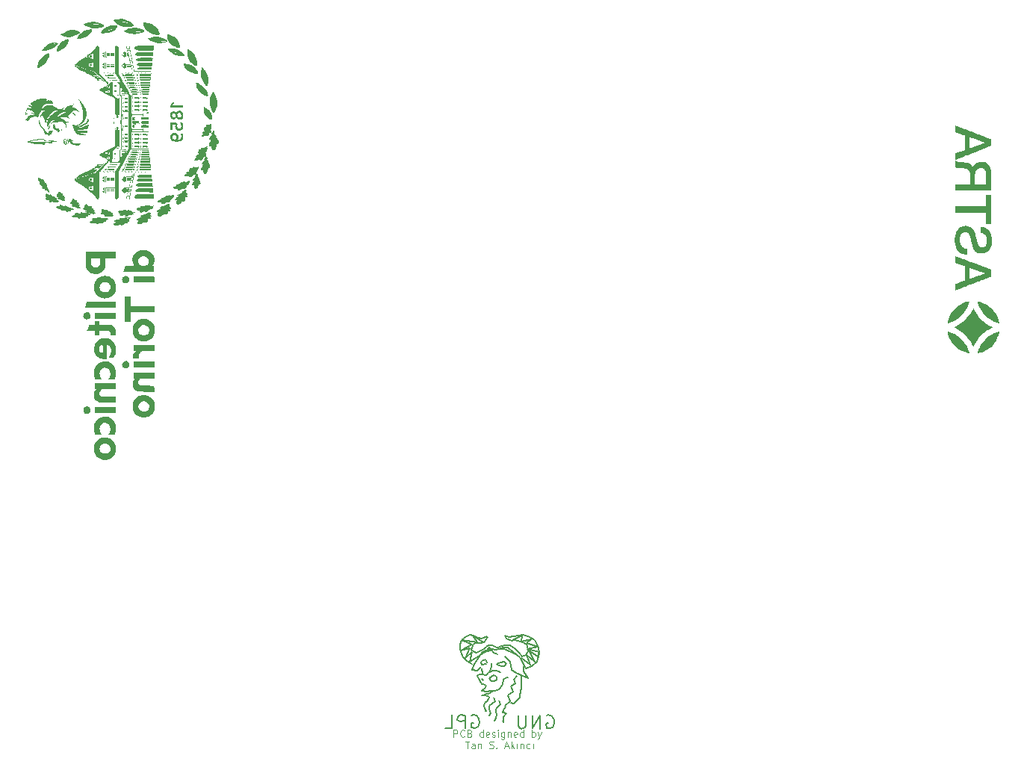
<source format=gbr>
%TF.GenerationSoftware,KiCad,Pcbnew,7.0.9*%
%TF.CreationDate,2023-11-23T17:00:44+01:00*%
%TF.ProjectId,astrasat1,61737472-6173-4617-9431-2e6b69636164,v1*%
%TF.SameCoordinates,Original*%
%TF.FileFunction,Legend,Bot*%
%TF.FilePolarity,Positive*%
%FSLAX46Y46*%
G04 Gerber Fmt 4.6, Leading zero omitted, Abs format (unit mm)*
G04 Created by KiCad (PCBNEW 7.0.9) date 2023-11-23 17:00:44*
%MOMM*%
%LPD*%
G01*
G04 APERTURE LIST*
%ADD10C,0.100000*%
%ADD11C,0.150000*%
G04 APERTURE END LIST*
D10*
X146796904Y-150373895D02*
X146796904Y-149573895D01*
X146796904Y-149573895D02*
X147101666Y-149573895D01*
X147101666Y-149573895D02*
X147177856Y-149611990D01*
X147177856Y-149611990D02*
X147215951Y-149650085D01*
X147215951Y-149650085D02*
X147254047Y-149726276D01*
X147254047Y-149726276D02*
X147254047Y-149840561D01*
X147254047Y-149840561D02*
X147215951Y-149916752D01*
X147215951Y-149916752D02*
X147177856Y-149954847D01*
X147177856Y-149954847D02*
X147101666Y-149992942D01*
X147101666Y-149992942D02*
X146796904Y-149992942D01*
X148054047Y-150297704D02*
X148015951Y-150335800D01*
X148015951Y-150335800D02*
X147901666Y-150373895D01*
X147901666Y-150373895D02*
X147825475Y-150373895D01*
X147825475Y-150373895D02*
X147711189Y-150335800D01*
X147711189Y-150335800D02*
X147634999Y-150259609D01*
X147634999Y-150259609D02*
X147596904Y-150183419D01*
X147596904Y-150183419D02*
X147558808Y-150031038D01*
X147558808Y-150031038D02*
X147558808Y-149916752D01*
X147558808Y-149916752D02*
X147596904Y-149764371D01*
X147596904Y-149764371D02*
X147634999Y-149688180D01*
X147634999Y-149688180D02*
X147711189Y-149611990D01*
X147711189Y-149611990D02*
X147825475Y-149573895D01*
X147825475Y-149573895D02*
X147901666Y-149573895D01*
X147901666Y-149573895D02*
X148015951Y-149611990D01*
X148015951Y-149611990D02*
X148054047Y-149650085D01*
X148663570Y-149954847D02*
X148777856Y-149992942D01*
X148777856Y-149992942D02*
X148815951Y-150031038D01*
X148815951Y-150031038D02*
X148854047Y-150107228D01*
X148854047Y-150107228D02*
X148854047Y-150221514D01*
X148854047Y-150221514D02*
X148815951Y-150297704D01*
X148815951Y-150297704D02*
X148777856Y-150335800D01*
X148777856Y-150335800D02*
X148701666Y-150373895D01*
X148701666Y-150373895D02*
X148396904Y-150373895D01*
X148396904Y-150373895D02*
X148396904Y-149573895D01*
X148396904Y-149573895D02*
X148663570Y-149573895D01*
X148663570Y-149573895D02*
X148739761Y-149611990D01*
X148739761Y-149611990D02*
X148777856Y-149650085D01*
X148777856Y-149650085D02*
X148815951Y-149726276D01*
X148815951Y-149726276D02*
X148815951Y-149802466D01*
X148815951Y-149802466D02*
X148777856Y-149878657D01*
X148777856Y-149878657D02*
X148739761Y-149916752D01*
X148739761Y-149916752D02*
X148663570Y-149954847D01*
X148663570Y-149954847D02*
X148396904Y-149954847D01*
X150149285Y-150373895D02*
X150149285Y-149573895D01*
X150149285Y-150335800D02*
X150073094Y-150373895D01*
X150073094Y-150373895D02*
X149920713Y-150373895D01*
X149920713Y-150373895D02*
X149844523Y-150335800D01*
X149844523Y-150335800D02*
X149806428Y-150297704D01*
X149806428Y-150297704D02*
X149768332Y-150221514D01*
X149768332Y-150221514D02*
X149768332Y-149992942D01*
X149768332Y-149992942D02*
X149806428Y-149916752D01*
X149806428Y-149916752D02*
X149844523Y-149878657D01*
X149844523Y-149878657D02*
X149920713Y-149840561D01*
X149920713Y-149840561D02*
X150073094Y-149840561D01*
X150073094Y-149840561D02*
X150149285Y-149878657D01*
X150835000Y-150335800D02*
X150758809Y-150373895D01*
X150758809Y-150373895D02*
X150606428Y-150373895D01*
X150606428Y-150373895D02*
X150530238Y-150335800D01*
X150530238Y-150335800D02*
X150492142Y-150259609D01*
X150492142Y-150259609D02*
X150492142Y-149954847D01*
X150492142Y-149954847D02*
X150530238Y-149878657D01*
X150530238Y-149878657D02*
X150606428Y-149840561D01*
X150606428Y-149840561D02*
X150758809Y-149840561D01*
X150758809Y-149840561D02*
X150835000Y-149878657D01*
X150835000Y-149878657D02*
X150873095Y-149954847D01*
X150873095Y-149954847D02*
X150873095Y-150031038D01*
X150873095Y-150031038D02*
X150492142Y-150107228D01*
X151177856Y-150335800D02*
X151254047Y-150373895D01*
X151254047Y-150373895D02*
X151406428Y-150373895D01*
X151406428Y-150373895D02*
X151482618Y-150335800D01*
X151482618Y-150335800D02*
X151520714Y-150259609D01*
X151520714Y-150259609D02*
X151520714Y-150221514D01*
X151520714Y-150221514D02*
X151482618Y-150145323D01*
X151482618Y-150145323D02*
X151406428Y-150107228D01*
X151406428Y-150107228D02*
X151292142Y-150107228D01*
X151292142Y-150107228D02*
X151215952Y-150069133D01*
X151215952Y-150069133D02*
X151177856Y-149992942D01*
X151177856Y-149992942D02*
X151177856Y-149954847D01*
X151177856Y-149954847D02*
X151215952Y-149878657D01*
X151215952Y-149878657D02*
X151292142Y-149840561D01*
X151292142Y-149840561D02*
X151406428Y-149840561D01*
X151406428Y-149840561D02*
X151482618Y-149878657D01*
X151863571Y-150373895D02*
X151863571Y-149840561D01*
X151863571Y-149573895D02*
X151825475Y-149611990D01*
X151825475Y-149611990D02*
X151863571Y-149650085D01*
X151863571Y-149650085D02*
X151901666Y-149611990D01*
X151901666Y-149611990D02*
X151863571Y-149573895D01*
X151863571Y-149573895D02*
X151863571Y-149650085D01*
X152587380Y-149840561D02*
X152587380Y-150488180D01*
X152587380Y-150488180D02*
X152549285Y-150564371D01*
X152549285Y-150564371D02*
X152511189Y-150602466D01*
X152511189Y-150602466D02*
X152434999Y-150640561D01*
X152434999Y-150640561D02*
X152320713Y-150640561D01*
X152320713Y-150640561D02*
X152244523Y-150602466D01*
X152587380Y-150335800D02*
X152511189Y-150373895D01*
X152511189Y-150373895D02*
X152358808Y-150373895D01*
X152358808Y-150373895D02*
X152282618Y-150335800D01*
X152282618Y-150335800D02*
X152244523Y-150297704D01*
X152244523Y-150297704D02*
X152206427Y-150221514D01*
X152206427Y-150221514D02*
X152206427Y-149992942D01*
X152206427Y-149992942D02*
X152244523Y-149916752D01*
X152244523Y-149916752D02*
X152282618Y-149878657D01*
X152282618Y-149878657D02*
X152358808Y-149840561D01*
X152358808Y-149840561D02*
X152511189Y-149840561D01*
X152511189Y-149840561D02*
X152587380Y-149878657D01*
X152968333Y-149840561D02*
X152968333Y-150373895D01*
X152968333Y-149916752D02*
X153006428Y-149878657D01*
X153006428Y-149878657D02*
X153082618Y-149840561D01*
X153082618Y-149840561D02*
X153196904Y-149840561D01*
X153196904Y-149840561D02*
X153273095Y-149878657D01*
X153273095Y-149878657D02*
X153311190Y-149954847D01*
X153311190Y-149954847D02*
X153311190Y-150373895D01*
X153996905Y-150335800D02*
X153920714Y-150373895D01*
X153920714Y-150373895D02*
X153768333Y-150373895D01*
X153768333Y-150373895D02*
X153692143Y-150335800D01*
X153692143Y-150335800D02*
X153654047Y-150259609D01*
X153654047Y-150259609D02*
X153654047Y-149954847D01*
X153654047Y-149954847D02*
X153692143Y-149878657D01*
X153692143Y-149878657D02*
X153768333Y-149840561D01*
X153768333Y-149840561D02*
X153920714Y-149840561D01*
X153920714Y-149840561D02*
X153996905Y-149878657D01*
X153996905Y-149878657D02*
X154035000Y-149954847D01*
X154035000Y-149954847D02*
X154035000Y-150031038D01*
X154035000Y-150031038D02*
X153654047Y-150107228D01*
X154720714Y-150373895D02*
X154720714Y-149573895D01*
X154720714Y-150335800D02*
X154644523Y-150373895D01*
X154644523Y-150373895D02*
X154492142Y-150373895D01*
X154492142Y-150373895D02*
X154415952Y-150335800D01*
X154415952Y-150335800D02*
X154377857Y-150297704D01*
X154377857Y-150297704D02*
X154339761Y-150221514D01*
X154339761Y-150221514D02*
X154339761Y-149992942D01*
X154339761Y-149992942D02*
X154377857Y-149916752D01*
X154377857Y-149916752D02*
X154415952Y-149878657D01*
X154415952Y-149878657D02*
X154492142Y-149840561D01*
X154492142Y-149840561D02*
X154644523Y-149840561D01*
X154644523Y-149840561D02*
X154720714Y-149878657D01*
X155711191Y-150373895D02*
X155711191Y-149573895D01*
X155711191Y-149878657D02*
X155787381Y-149840561D01*
X155787381Y-149840561D02*
X155939762Y-149840561D01*
X155939762Y-149840561D02*
X156015953Y-149878657D01*
X156015953Y-149878657D02*
X156054048Y-149916752D01*
X156054048Y-149916752D02*
X156092143Y-149992942D01*
X156092143Y-149992942D02*
X156092143Y-150221514D01*
X156092143Y-150221514D02*
X156054048Y-150297704D01*
X156054048Y-150297704D02*
X156015953Y-150335800D01*
X156015953Y-150335800D02*
X155939762Y-150373895D01*
X155939762Y-150373895D02*
X155787381Y-150373895D01*
X155787381Y-150373895D02*
X155711191Y-150335800D01*
X156358810Y-149840561D02*
X156549286Y-150373895D01*
X156739763Y-149840561D02*
X156549286Y-150373895D01*
X156549286Y-150373895D02*
X156473096Y-150564371D01*
X156473096Y-150564371D02*
X156435001Y-150602466D01*
X156435001Y-150602466D02*
X156358810Y-150640561D01*
X148149285Y-150861895D02*
X148606428Y-150861895D01*
X148377856Y-151661895D02*
X148377856Y-150861895D01*
X149215952Y-151661895D02*
X149215952Y-151242847D01*
X149215952Y-151242847D02*
X149177857Y-151166657D01*
X149177857Y-151166657D02*
X149101666Y-151128561D01*
X149101666Y-151128561D02*
X148949285Y-151128561D01*
X148949285Y-151128561D02*
X148873095Y-151166657D01*
X149215952Y-151623800D02*
X149139761Y-151661895D01*
X149139761Y-151661895D02*
X148949285Y-151661895D01*
X148949285Y-151661895D02*
X148873095Y-151623800D01*
X148873095Y-151623800D02*
X148834999Y-151547609D01*
X148834999Y-151547609D02*
X148834999Y-151471419D01*
X148834999Y-151471419D02*
X148873095Y-151395228D01*
X148873095Y-151395228D02*
X148949285Y-151357133D01*
X148949285Y-151357133D02*
X149139761Y-151357133D01*
X149139761Y-151357133D02*
X149215952Y-151319038D01*
X149596905Y-151128561D02*
X149596905Y-151661895D01*
X149596905Y-151204752D02*
X149635000Y-151166657D01*
X149635000Y-151166657D02*
X149711190Y-151128561D01*
X149711190Y-151128561D02*
X149825476Y-151128561D01*
X149825476Y-151128561D02*
X149901667Y-151166657D01*
X149901667Y-151166657D02*
X149939762Y-151242847D01*
X149939762Y-151242847D02*
X149939762Y-151661895D01*
X150892143Y-151623800D02*
X151006429Y-151661895D01*
X151006429Y-151661895D02*
X151196905Y-151661895D01*
X151196905Y-151661895D02*
X151273096Y-151623800D01*
X151273096Y-151623800D02*
X151311191Y-151585704D01*
X151311191Y-151585704D02*
X151349286Y-151509514D01*
X151349286Y-151509514D02*
X151349286Y-151433323D01*
X151349286Y-151433323D02*
X151311191Y-151357133D01*
X151311191Y-151357133D02*
X151273096Y-151319038D01*
X151273096Y-151319038D02*
X151196905Y-151280942D01*
X151196905Y-151280942D02*
X151044524Y-151242847D01*
X151044524Y-151242847D02*
X150968334Y-151204752D01*
X150968334Y-151204752D02*
X150930239Y-151166657D01*
X150930239Y-151166657D02*
X150892143Y-151090466D01*
X150892143Y-151090466D02*
X150892143Y-151014276D01*
X150892143Y-151014276D02*
X150930239Y-150938085D01*
X150930239Y-150938085D02*
X150968334Y-150899990D01*
X150968334Y-150899990D02*
X151044524Y-150861895D01*
X151044524Y-150861895D02*
X151235001Y-150861895D01*
X151235001Y-150861895D02*
X151349286Y-150899990D01*
X151692144Y-151585704D02*
X151730239Y-151623800D01*
X151730239Y-151623800D02*
X151692144Y-151661895D01*
X151692144Y-151661895D02*
X151654048Y-151623800D01*
X151654048Y-151623800D02*
X151692144Y-151585704D01*
X151692144Y-151585704D02*
X151692144Y-151661895D01*
X152644524Y-151433323D02*
X153025477Y-151433323D01*
X152568334Y-151661895D02*
X152835001Y-150861895D01*
X152835001Y-150861895D02*
X153101667Y-151661895D01*
X153368334Y-151661895D02*
X153368334Y-150861895D01*
X153444524Y-151357133D02*
X153673096Y-151661895D01*
X153673096Y-151128561D02*
X153368334Y-151433323D01*
X154015953Y-151661895D02*
X154015953Y-151128561D01*
X154396905Y-151128561D02*
X154396905Y-151661895D01*
X154396905Y-151204752D02*
X154435000Y-151166657D01*
X154435000Y-151166657D02*
X154511190Y-151128561D01*
X154511190Y-151128561D02*
X154625476Y-151128561D01*
X154625476Y-151128561D02*
X154701667Y-151166657D01*
X154701667Y-151166657D02*
X154739762Y-151242847D01*
X154739762Y-151242847D02*
X154739762Y-151661895D01*
X155463572Y-151623800D02*
X155387381Y-151661895D01*
X155387381Y-151661895D02*
X155235000Y-151661895D01*
X155235000Y-151661895D02*
X155158810Y-151623800D01*
X155158810Y-151623800D02*
X155120715Y-151585704D01*
X155120715Y-151585704D02*
X155082619Y-151509514D01*
X155082619Y-151509514D02*
X155082619Y-151280942D01*
X155082619Y-151280942D02*
X155120715Y-151204752D01*
X155120715Y-151204752D02*
X155158810Y-151166657D01*
X155158810Y-151166657D02*
X155235000Y-151128561D01*
X155235000Y-151128561D02*
X155387381Y-151128561D01*
X155387381Y-151128561D02*
X155463572Y-151166657D01*
X155806429Y-151661895D02*
X155806429Y-151128561D01*
D11*
%TO.C,REF\u002A\u002A*%
X146585430Y-149419310D02*
X145884390Y-149419310D01*
X146585430Y-147819110D02*
X146585430Y-149419310D01*
X147235670Y-148469350D02*
X147535390Y-148619210D01*
X147334730Y-148068030D02*
X147235670Y-148469350D01*
X147535390Y-148619210D02*
X148035770Y-148568410D01*
X147535390Y-140369290D02*
X147634450Y-140768070D01*
X147535390Y-139919710D02*
X147535390Y-140369290D01*
X147583650Y-147869910D02*
X147334730Y-148068030D01*
X147634450Y-140768070D02*
X147885910Y-141319250D01*
X147634450Y-140569950D02*
X148884130Y-139868910D01*
X147736050Y-139419330D02*
X149483570Y-139619990D01*
X147736050Y-139368530D02*
X147535390Y-139919710D01*
X147885910Y-141319250D02*
X148335490Y-141718030D01*
X148134830Y-149368510D02*
X148134830Y-147918170D01*
X148134830Y-147918170D02*
X147583650Y-147869910D01*
X148185630Y-141418310D02*
X148635210Y-140318490D01*
X148185630Y-139068810D02*
X147736050Y-139368530D01*
X148335490Y-141718030D02*
X148884130Y-142119350D01*
X148635210Y-140318490D02*
X147634450Y-140569950D01*
X148635210Y-138819890D02*
X148185630Y-139068810D01*
X148686010Y-141819630D02*
X148934930Y-140719810D01*
X148785070Y-149269450D02*
X148785070Y-148769070D01*
X148785070Y-148769070D02*
X149084790Y-148769070D01*
X148835870Y-147968970D02*
X149084790Y-147869910D01*
X148835870Y-140519150D02*
X149135590Y-140768070D01*
X148884130Y-142769590D02*
X149483570Y-142868650D01*
X148884130Y-140219430D02*
X148835870Y-140519150D01*
X148884130Y-139868910D02*
X147736050Y-139419330D01*
X148934930Y-140719810D02*
X148185630Y-141418310D01*
X148985730Y-138918950D02*
X150133810Y-139619990D01*
X149084790Y-147869910D02*
X149384510Y-147918170D01*
X149084790Y-139818110D02*
X148884130Y-140219430D01*
X149084790Y-138868150D02*
X148635210Y-138819890D01*
X149135590Y-140768070D02*
X149435310Y-140818870D01*
X149183850Y-142119350D02*
X148884130Y-142769590D01*
X149234650Y-149368510D02*
X148785070Y-149269450D01*
X149384510Y-147918170D02*
X149684230Y-148268690D01*
X149435310Y-140818870D02*
X149785830Y-140669010D01*
X149435310Y-139769850D02*
X149084790Y-139818110D01*
X149483570Y-143419830D02*
X149983950Y-144418050D01*
X149483570Y-142868650D02*
X149935690Y-142469870D01*
X149483570Y-139619990D02*
X148985730Y-138918950D01*
X149585170Y-149218650D02*
X149234650Y-149368510D01*
X149585170Y-139119610D02*
X149084790Y-138868150D01*
X149635970Y-143269970D02*
X149483570Y-143419830D01*
X149684230Y-148268690D02*
X149735030Y-148769070D01*
X149735030Y-148769070D02*
X149585170Y-149218650D01*
X149785830Y-140669010D02*
X150235410Y-140369290D01*
X149884890Y-141019530D02*
X149183850Y-142119350D01*
X149884890Y-139769850D02*
X149435310Y-139769850D01*
X149935690Y-141918690D02*
X150034750Y-142170150D01*
X149983950Y-145119090D02*
X150585930Y-145218150D01*
X149983950Y-144418050D02*
X150133810Y-144418050D01*
X149983950Y-140968730D02*
X148686010Y-141819630D01*
X150034750Y-145619470D02*
X150235410Y-145667730D01*
X150034750Y-143818610D02*
X150133810Y-143968470D01*
X150034750Y-143269970D02*
X149635970Y-143269970D01*
X150034750Y-142568930D02*
X150085550Y-143219170D01*
X150034750Y-142170150D02*
X150484330Y-142068550D01*
X150034750Y-141718030D02*
X149935690Y-141918690D01*
X150034750Y-139218670D02*
X149585170Y-139119610D01*
X150085550Y-140768070D02*
X149884890Y-141019530D01*
X150133810Y-144418050D02*
X150535130Y-144519650D01*
X150184610Y-143269970D02*
X149983950Y-143269970D01*
X150235410Y-146869150D02*
X150334470Y-147168870D01*
X150235410Y-145667730D02*
X150784050Y-145769330D01*
X150235410Y-140369290D02*
X150484330Y-140168630D01*
X150235410Y-139668250D02*
X149884890Y-139769850D01*
X150283670Y-145619470D02*
X150034750Y-145619470D01*
X150334470Y-147168870D02*
X150484330Y-147468590D01*
X150334470Y-146518630D02*
X150235410Y-146869150D01*
X150385270Y-144870170D02*
X150034750Y-145068290D01*
X150385270Y-143369030D02*
X150184610Y-143269970D01*
X150385270Y-140768070D02*
X149983950Y-140968730D01*
X150436070Y-141618970D02*
X150034750Y-141718030D01*
X150484330Y-147468590D02*
X150436070Y-147468590D01*
X150484330Y-140168630D02*
X150784050Y-140018770D01*
X150535130Y-145517870D02*
X150283670Y-145619470D01*
X150535130Y-144519650D02*
X150385270Y-144870170D01*
X150535130Y-143369030D02*
X150385270Y-143369030D01*
X150585930Y-146317970D02*
X150334470Y-146518630D01*
X150585930Y-145218150D02*
X151035510Y-145169890D01*
X150585930Y-141969490D02*
X150436070Y-141618970D01*
X150634190Y-138969750D02*
X150034750Y-139218670D01*
X150684990Y-143219170D02*
X150535130Y-143369030D01*
X150684990Y-140468350D02*
X150085550Y-140768070D01*
X150684990Y-139068810D02*
X150235410Y-139668250D01*
X150784050Y-146119850D02*
X150585930Y-146317970D01*
X150784050Y-145769330D02*
X150834850Y-145919190D01*
X150784050Y-145469610D02*
X150535130Y-145469610D01*
X150784050Y-143069310D02*
X150684990Y-143219170D01*
X150784050Y-140018770D02*
X151185370Y-140018770D01*
X150834850Y-146818350D02*
X150885650Y-147267930D01*
X150834850Y-145919190D02*
X150784050Y-146119850D01*
X150885650Y-147267930D02*
X151035510Y-147669250D01*
X150885650Y-143719550D02*
X151335230Y-143369030D01*
X150933910Y-143018510D02*
X151233630Y-142868650D01*
X150933910Y-142868650D02*
X150834850Y-143018510D01*
X150933910Y-140267690D02*
X150684990Y-140318490D01*
X151035510Y-147669250D02*
X150885650Y-147918170D01*
X151035510Y-145169890D02*
X151535890Y-145119090D01*
X151035510Y-143968470D02*
X150885650Y-143719550D01*
X151035510Y-140569950D02*
X150385270Y-140768070D01*
X151083770Y-142469870D02*
X150933910Y-142868650D01*
X151134570Y-144070070D02*
X151035510Y-143968470D01*
X151134570Y-142017750D02*
X151083770Y-142469870D01*
X151134570Y-140369290D02*
X150684990Y-140468350D01*
X151185370Y-145218150D02*
X150784050Y-145469610D01*
X151185370Y-140018770D02*
X151685750Y-140267690D01*
X151233630Y-146617690D02*
X150834850Y-146818350D01*
X151233630Y-142868650D02*
X151535890Y-142868650D01*
X151335230Y-145868390D02*
X151535890Y-146317970D01*
X151335230Y-143369030D02*
X151734010Y-143518890D01*
X151386030Y-140869670D02*
X151134570Y-140519150D01*
X151434290Y-144070070D02*
X151134570Y-144070070D01*
X151535890Y-146317970D02*
X151233630Y-146617690D01*
X151535890Y-145119090D02*
X151985470Y-144969230D01*
X151535890Y-142868650D02*
X151685750Y-142868650D01*
X151584150Y-147267930D02*
X151634950Y-147570190D01*
X151584150Y-140519150D02*
X151134570Y-140369290D01*
X151634950Y-148319490D02*
X151434290Y-148520150D01*
X151634950Y-147570190D02*
X151685750Y-147768310D01*
X151685750Y-147768310D02*
X151634950Y-148319490D01*
X151685750Y-143917670D02*
X151434290Y-144070070D01*
X151685750Y-142868650D02*
X151883870Y-142967710D01*
X151685750Y-140267690D02*
X151883870Y-140219430D01*
X151734010Y-147069810D02*
X151584150Y-147267930D01*
X151734010Y-143518890D02*
X151685750Y-143917670D01*
X151734010Y-142119350D02*
X152084530Y-141969490D01*
X151784810Y-141019530D02*
X151386030Y-140869670D01*
X151883870Y-142967710D02*
X152084530Y-143018510D01*
X151883870Y-140219430D02*
X152183590Y-140069570D01*
X151934670Y-146269710D02*
X152084530Y-146668490D01*
X151985470Y-146869150D02*
X151734010Y-147069810D01*
X151985470Y-144969230D02*
X152135330Y-144768570D01*
X151985470Y-140420090D02*
X151584150Y-140519150D01*
X152084530Y-146668490D02*
X151985470Y-146869150D01*
X152084530Y-141969490D02*
X152534110Y-141867890D01*
X152135330Y-144768570D02*
X152335990Y-144418050D01*
X152183590Y-142368270D02*
X151784810Y-142170150D01*
X152183590Y-140069570D02*
X152683970Y-139967970D01*
X152335990Y-144418050D02*
X152485850Y-143917670D01*
X152384250Y-148568410D02*
X152435050Y-148670010D01*
X152384250Y-147618450D02*
X152785570Y-147720050D01*
X152435050Y-148068030D02*
X152485850Y-148367750D01*
X152435050Y-140219430D02*
X151985470Y-140420090D01*
X152485850Y-148367750D02*
X152435050Y-148520150D01*
X152485850Y-147318730D02*
X152384250Y-147618450D01*
X152485850Y-143917670D02*
X152635710Y-143668750D01*
X152534110Y-141867890D02*
X152785570Y-142119350D01*
X152584910Y-142368270D02*
X152183590Y-142368270D01*
X152584910Y-140369290D02*
X152234390Y-140369290D01*
X152635710Y-143668750D02*
X152935430Y-143617950D01*
X152635710Y-138868150D02*
X153034490Y-139018010D01*
X152683970Y-146919950D02*
X152485850Y-147318730D01*
X152683970Y-139967970D02*
X153184350Y-140018770D01*
X152785570Y-147720050D02*
X152435050Y-148068030D01*
X152785570Y-142119350D02*
X152584910Y-142368270D01*
X152833830Y-139218670D02*
X152635710Y-138868150D01*
X152983690Y-145667730D02*
X153184350Y-146368770D01*
X152983690Y-140267690D02*
X152435050Y-140219430D01*
X153034490Y-139018010D02*
X153684730Y-138969750D01*
X153184350Y-146368770D02*
X152635710Y-146818350D01*
X153184350Y-140018770D02*
X153783790Y-140420090D01*
X153235150Y-141819630D02*
X152635710Y-141268450D01*
X153334210Y-144618710D02*
X153534870Y-145268950D01*
X153334210Y-140719810D02*
X152584910Y-140369290D01*
X153385010Y-142769590D02*
X153235150Y-141819630D01*
X153385010Y-139470130D02*
X152833830Y-139218670D01*
X153534870Y-146569430D02*
X153334210Y-146518630D01*
X153534870Y-145268950D02*
X152983690Y-145667730D01*
X153585670Y-140719810D02*
X152983690Y-140267690D01*
X153633930Y-146569430D02*
X153885390Y-146368770D01*
X153684730Y-143869410D02*
X153783790Y-144318990D01*
X153684730Y-138969750D02*
X154634690Y-138819890D01*
X153735530Y-139419330D02*
X153385010Y-139470130D01*
X153783790Y-144318990D02*
X153334210Y-144618710D01*
X153783790Y-140420090D02*
X154235910Y-140869670D01*
X153834590Y-141019530D02*
X153334210Y-140719810D01*
X153885390Y-146368770D02*
X154035250Y-146168110D01*
X153885390Y-143120110D02*
X153385010Y-142769590D01*
X153984450Y-143419830D02*
X153684730Y-143869410D01*
X154035250Y-146168110D02*
X154284170Y-145919190D01*
X154134310Y-149017990D02*
X154134310Y-147918170D01*
X154235910Y-149317710D02*
X154134310Y-149017990D01*
X154235910Y-140869670D02*
X154583890Y-141268450D01*
X154284170Y-145919190D02*
X154334970Y-145619470D01*
X154284170Y-141370050D02*
X153585670Y-140719810D01*
X154334970Y-145619470D02*
X154434030Y-145218150D01*
X154385770Y-139569190D02*
X153735530Y-139419330D01*
X154434030Y-145218150D02*
X154484830Y-144819370D01*
X154484830Y-144819370D02*
X154535630Y-144418050D01*
X154535630Y-149470110D02*
X154235910Y-149317710D01*
X154535630Y-144418050D02*
X154535630Y-143917670D01*
X154535630Y-143917670D02*
X154535630Y-143419830D01*
X154535630Y-141418310D02*
X155533850Y-142218410D01*
X154535630Y-139518390D02*
X154583890Y-138868150D01*
X154583890Y-141268450D02*
X155036010Y-141118590D01*
X154583890Y-138868150D02*
X153484070Y-139368530D01*
X154634690Y-138819890D02*
X155036010Y-138868150D01*
X154784550Y-142919450D02*
X155284930Y-143668750D01*
X154784550Y-142320010D02*
X154784550Y-142919450D01*
X154835350Y-139719050D02*
X154385770Y-139569190D01*
X154883610Y-149317710D02*
X154535630Y-149470110D01*
X155036010Y-149068790D02*
X154883610Y-149317710D01*
X155036010Y-147918170D02*
X155036010Y-149068790D01*
X155036010Y-142568930D02*
X154284170Y-141370050D01*
X155036010Y-141118590D02*
X155234130Y-140618210D01*
X155036010Y-138868150D02*
X155383990Y-139018010D01*
X155084270Y-141067790D02*
X156034230Y-141867890D01*
X155084270Y-139769850D02*
X155584650Y-139269470D01*
X155135070Y-139967970D02*
X154835350Y-139719050D01*
X155185870Y-140420090D02*
X156333950Y-140168630D01*
X155234130Y-140618210D02*
X155135070Y-139967970D01*
X155284930Y-143668750D02*
X153885390Y-143120110D01*
X155335730Y-140569950D02*
X156384750Y-141220190D01*
X155383990Y-139018010D02*
X155985970Y-139419330D01*
X155533850Y-142218410D02*
X155084270Y-141067790D01*
X155584650Y-139269470D02*
X154535630Y-139518390D01*
X155683710Y-142320010D02*
X155036010Y-142568930D01*
X155734510Y-149419310D02*
X155734510Y-147918170D01*
X155985970Y-139419330D02*
X156435550Y-140219430D01*
X156034230Y-141867890D02*
X155335730Y-140569950D01*
X156234890Y-141819630D02*
X155683710Y-142320010D01*
X156333950Y-140168630D02*
X155084270Y-139769850D01*
X156384750Y-141220190D02*
X156483810Y-140768070D01*
X156435550Y-140219430D02*
X156534610Y-140917930D01*
X156483810Y-140768070D02*
X155185870Y-140420090D01*
X156534610Y-140917930D02*
X156234890Y-141819630D01*
X156585410Y-149470110D02*
X156585410Y-147918170D01*
X156585410Y-147918170D02*
X155734510Y-149419310D01*
X157283910Y-148868130D02*
X157535370Y-148769070D01*
X157334710Y-149419310D02*
X157283910Y-148868130D01*
X157334710Y-147968970D02*
X157535370Y-147869910D01*
X157535370Y-147869910D02*
X157984950Y-148019770D01*
X157736030Y-149419310D02*
X157334710Y-149419310D01*
X157984950Y-148019770D02*
X158185610Y-148418550D01*
X158035750Y-149269450D02*
X157736030Y-149419310D01*
X158185610Y-148868130D02*
X158035750Y-149269450D01*
X158185610Y-148418550D02*
X158185610Y-148868130D01*
%TO.C,G\u002A\u002A\u002A*%
G36*
X111259542Y-85007733D02*
G01*
X111250972Y-85016303D01*
X111242403Y-85007733D01*
X111250972Y-84999164D01*
X111259542Y-85007733D01*
G37*
G36*
X104024235Y-77790577D02*
G01*
X104027724Y-77792854D01*
X104043508Y-77809788D01*
X104036464Y-77817922D01*
X104032609Y-77816390D01*
X104016677Y-77798135D01*
X104012507Y-77788557D01*
X104024235Y-77790577D01*
G37*
G36*
X108328772Y-72924737D02*
G01*
X108328772Y-73001863D01*
X108123104Y-73001863D01*
X107917436Y-73001863D01*
X107917436Y-72924737D01*
X107917436Y-72847612D01*
X108123104Y-72847612D01*
X108328772Y-72847612D01*
X108328772Y-72924737D01*
G37*
G36*
X107883158Y-72924737D02*
G01*
X107883158Y-73001863D01*
X107677490Y-73001863D01*
X107471822Y-73001863D01*
X107471822Y-72924737D01*
X107471822Y-72847612D01*
X107677490Y-72847612D01*
X107883158Y-72847612D01*
X107883158Y-72924737D01*
G37*
G36*
X108328772Y-73104697D02*
G01*
X108328772Y-73190392D01*
X108123104Y-73190392D01*
X107917436Y-73190392D01*
X107917436Y-73104697D01*
X107917436Y-73019002D01*
X108123104Y-73019002D01*
X108328772Y-73019002D01*
X108328772Y-73104697D01*
G37*
G36*
X107883158Y-73104153D02*
G01*
X107883158Y-73190392D01*
X107676551Y-73190392D01*
X107469944Y-73190392D01*
X107475168Y-73108982D01*
X107480392Y-73027571D01*
X107681775Y-73022743D01*
X107883158Y-73017914D01*
X107883158Y-73104153D01*
G37*
G36*
X105792200Y-73216100D02*
G01*
X105792200Y-73310365D01*
X105663658Y-73310365D01*
X105535115Y-73310365D01*
X105535115Y-73216100D01*
X105535115Y-73121836D01*
X105663658Y-73121836D01*
X105792200Y-73121836D01*
X105792200Y-73216100D01*
G37*
G36*
X108328772Y-74158745D02*
G01*
X108328772Y-74235871D01*
X108123104Y-74235871D01*
X107917436Y-74235871D01*
X107917436Y-74158745D01*
X107917436Y-74081620D01*
X108123104Y-74081620D01*
X108328772Y-74081620D01*
X108328772Y-74158745D01*
G37*
G36*
X107883158Y-74158745D02*
G01*
X107883158Y-74235871D01*
X107677490Y-74235871D01*
X107471822Y-74235871D01*
X107471822Y-74158745D01*
X107471822Y-74081620D01*
X107677490Y-74081620D01*
X107883158Y-74081620D01*
X107883158Y-74158745D01*
G37*
G36*
X105792200Y-74210162D02*
G01*
X105792200Y-74304427D01*
X105663658Y-74304427D01*
X105535115Y-74304427D01*
X105535115Y-74210162D01*
X105535115Y-74115898D01*
X105663658Y-74115898D01*
X105792200Y-74115898D01*
X105792200Y-74210162D01*
G37*
G36*
X110179784Y-74347274D02*
G01*
X110179784Y-74424400D01*
X109974116Y-74424400D01*
X109768448Y-74424400D01*
X109768448Y-74347274D01*
X109768448Y-74270149D01*
X109974116Y-74270149D01*
X110179784Y-74270149D01*
X110179784Y-74347274D01*
G37*
G36*
X108328772Y-74347274D02*
G01*
X108328772Y-74424400D01*
X108123104Y-74424400D01*
X107917436Y-74424400D01*
X107917436Y-74347274D01*
X107917436Y-74270149D01*
X108123104Y-74270149D01*
X108328772Y-74270149D01*
X108328772Y-74347274D01*
G37*
G36*
X107883158Y-74347274D02*
G01*
X107883158Y-74424400D01*
X107677490Y-74424400D01*
X107471822Y-74424400D01*
X107471822Y-74347274D01*
X107471822Y-74270149D01*
X107677490Y-74270149D01*
X107883158Y-74270149D01*
X107883158Y-74347274D01*
G37*
G36*
X110111228Y-75067112D02*
G01*
X110120290Y-75110941D01*
X110125135Y-75152807D01*
X110125958Y-75187085D01*
X110111228Y-75152807D01*
X110101648Y-75116942D01*
X110097322Y-75067112D01*
X110098145Y-75015695D01*
X110111228Y-75067112D01*
G37*
G36*
X110996451Y-75055752D02*
G01*
X110997788Y-75092821D01*
X110997289Y-75117972D01*
X110994599Y-75139506D01*
X110990361Y-75131384D01*
X110987525Y-75104201D01*
X110990361Y-75054258D01*
X110993033Y-75045576D01*
X110996451Y-75055752D01*
G37*
G36*
X112315975Y-75062503D02*
G01*
X112317258Y-75101390D01*
X112316696Y-75133200D01*
X112314109Y-75155655D01*
X112310095Y-75148758D01*
X112307042Y-75113750D01*
X112309861Y-75063063D01*
X112312904Y-75051129D01*
X112315975Y-75062503D01*
G37*
G36*
X112213141Y-75062503D02*
G01*
X112214424Y-75101390D01*
X112213862Y-75133200D01*
X112211275Y-75155655D01*
X112207261Y-75148758D01*
X112204208Y-75113750D01*
X112207027Y-75063063D01*
X112210070Y-75051129D01*
X112213141Y-75062503D01*
G37*
G36*
X111990334Y-75062503D02*
G01*
X111991617Y-75101390D01*
X111991055Y-75133200D01*
X111988468Y-75155655D01*
X111984454Y-75148758D01*
X111981400Y-75113750D01*
X111984220Y-75063063D01*
X111987263Y-75051129D01*
X111990334Y-75062503D01*
G37*
G36*
X111767527Y-75062503D02*
G01*
X111768810Y-75101390D01*
X111768248Y-75133200D01*
X111765661Y-75155655D01*
X111761647Y-75148758D01*
X111758593Y-75113750D01*
X111761413Y-75063063D01*
X111764456Y-75051129D01*
X111767527Y-75062503D01*
G37*
G36*
X111544720Y-75062503D02*
G01*
X111546003Y-75101390D01*
X111545441Y-75133200D01*
X111542854Y-75155655D01*
X111538840Y-75148758D01*
X111535786Y-75113750D01*
X111538606Y-75063063D01*
X111541649Y-75051129D01*
X111544720Y-75062503D01*
G37*
G36*
X111441886Y-75062503D02*
G01*
X111443169Y-75101390D01*
X111442607Y-75133200D01*
X111440020Y-75155655D01*
X111436006Y-75148758D01*
X111432952Y-75113750D01*
X111435772Y-75063063D01*
X111438815Y-75051129D01*
X111441886Y-75062503D01*
G37*
G36*
X111219079Y-75062503D02*
G01*
X111220362Y-75101390D01*
X111219800Y-75133200D01*
X111217213Y-75155655D01*
X111213199Y-75148758D01*
X111210145Y-75113750D01*
X111212965Y-75063063D01*
X111216008Y-75051129D01*
X111219079Y-75062503D01*
G37*
G36*
X109888421Y-78024190D02*
G01*
X109888421Y-78110484D01*
X109712747Y-78105600D01*
X109537072Y-78100716D01*
X109531848Y-78019305D01*
X109526624Y-77937895D01*
X109707523Y-77937895D01*
X109888421Y-77937895D01*
X109888421Y-78024190D01*
G37*
G36*
X109888421Y-78469804D02*
G01*
X109888421Y-78556098D01*
X109712747Y-78551214D01*
X109537072Y-78546330D01*
X109531848Y-78464919D01*
X109526624Y-78383509D01*
X109707523Y-78383509D01*
X109888421Y-78383509D01*
X109888421Y-78469804D01*
G37*
G36*
X112090691Y-78304498D02*
G01*
X112127903Y-78343873D01*
X112148218Y-78391922D01*
X112135844Y-78440218D01*
X112090783Y-78493803D01*
X112030797Y-78550377D01*
X112030797Y-78400786D01*
X112030797Y-78251195D01*
X112090691Y-78304498D01*
G37*
G36*
X109888421Y-78914818D02*
G01*
X109888421Y-79000513D01*
X109708462Y-79000513D01*
X109528502Y-79000513D01*
X109528502Y-78914818D01*
X109528502Y-78829123D01*
X109708462Y-78829123D01*
X109888421Y-78829123D01*
X109888421Y-78914818D01*
G37*
G36*
X112089842Y-79212888D02*
G01*
X112126253Y-79251680D01*
X112147255Y-79300293D01*
X112135424Y-79348764D01*
X112090783Y-79402170D01*
X112030797Y-79458744D01*
X112030797Y-79309176D01*
X112030797Y-79159608D01*
X112089842Y-79212888D01*
G37*
G36*
X109888421Y-79360432D02*
G01*
X109888421Y-79446127D01*
X109708462Y-79446127D01*
X109528502Y-79446127D01*
X109528502Y-79360432D01*
X109528502Y-79274737D01*
X109708462Y-79274737D01*
X109888421Y-79274737D01*
X109888421Y-79360432D01*
G37*
G36*
X109882223Y-79832290D02*
G01*
X109883285Y-79874602D01*
X109882466Y-79912902D01*
X109879882Y-79932367D01*
X109876146Y-79921735D01*
X109873277Y-79882831D01*
X109876146Y-79827470D01*
X109879456Y-79816431D01*
X109882223Y-79832290D01*
G37*
G36*
X98247698Y-80088840D02*
G01*
X98247722Y-80092899D01*
X98245424Y-80119729D01*
X98239797Y-80119159D01*
X98236653Y-80105076D01*
X98239162Y-80067742D01*
X98240010Y-80064795D01*
X98245227Y-80062258D01*
X98247698Y-80088840D01*
G37*
G36*
X109888421Y-80233922D02*
G01*
X109888421Y-80320216D01*
X109707523Y-80320216D01*
X109526624Y-80320216D01*
X109531848Y-80238806D01*
X109537072Y-80157396D01*
X109712747Y-80152512D01*
X109888421Y-80147627D01*
X109888421Y-80233922D01*
G37*
G36*
X108123104Y-80671566D02*
G01*
X108139560Y-80693379D01*
X108133538Y-80719356D01*
X108105965Y-80731552D01*
X108085957Y-80726877D01*
X108071687Y-80706855D01*
X108074263Y-80691620D01*
X108094357Y-80669332D01*
X108123104Y-80671566D01*
G37*
G36*
X111105291Y-80697274D02*
G01*
X111105291Y-80817247D01*
X111002457Y-80817247D01*
X110899622Y-80817247D01*
X110899622Y-80697274D01*
X110899622Y-80577301D01*
X111002457Y-80577301D01*
X111105291Y-80577301D01*
X111105291Y-80697274D01*
G37*
G36*
X109888421Y-81160027D02*
G01*
X109888421Y-81245722D01*
X109708462Y-81245722D01*
X109528502Y-81245722D01*
X109528502Y-81160027D01*
X109528502Y-81074332D01*
X109708462Y-81074332D01*
X109888421Y-81074332D01*
X109888421Y-81160027D01*
G37*
G36*
X109882237Y-81489629D02*
G01*
X109883519Y-81528516D01*
X109882958Y-81560325D01*
X109880371Y-81582781D01*
X109876357Y-81575884D01*
X109873303Y-81540876D01*
X109876123Y-81490189D01*
X109879166Y-81478255D01*
X109882237Y-81489629D01*
G37*
G36*
X109888421Y-82033517D02*
G01*
X109888421Y-82119812D01*
X109707523Y-82119812D01*
X109526624Y-82119812D01*
X109531848Y-82038401D01*
X109537072Y-81956991D01*
X109712747Y-81952107D01*
X109888421Y-81947222D01*
X109888421Y-82033517D01*
G37*
G36*
X109888421Y-82479131D02*
G01*
X109888421Y-82565426D01*
X109707523Y-82565426D01*
X109526624Y-82565426D01*
X109531848Y-82484015D01*
X109537072Y-82402605D01*
X109712747Y-82397721D01*
X109888421Y-82392836D01*
X109888421Y-82479131D01*
G37*
G36*
X112090691Y-82452136D02*
G01*
X112127903Y-82491511D01*
X112148218Y-82539560D01*
X112135844Y-82587856D01*
X112090783Y-82641441D01*
X112030797Y-82698016D01*
X112030797Y-82548425D01*
X112030797Y-82398834D01*
X112090691Y-82452136D01*
G37*
G36*
X109888421Y-82943083D02*
G01*
X109888421Y-83029378D01*
X109712747Y-83024493D01*
X109537072Y-83019609D01*
X109531848Y-82938199D01*
X109526624Y-82856789D01*
X109707523Y-82856789D01*
X109888421Y-82856789D01*
X109888421Y-82943083D01*
G37*
G36*
X109888421Y-83388697D02*
G01*
X109888421Y-83474992D01*
X109712747Y-83470107D01*
X109537072Y-83465223D01*
X109531848Y-83383813D01*
X109526624Y-83302403D01*
X109707523Y-83302403D01*
X109888421Y-83302403D01*
X109888421Y-83388697D01*
G37*
G36*
X112089842Y-83360526D02*
G01*
X112126253Y-83399319D01*
X112147255Y-83447931D01*
X112135424Y-83496402D01*
X112090783Y-83549808D01*
X112030797Y-83606383D01*
X112030797Y-83456814D01*
X112030797Y-83307246D01*
X112089842Y-83360526D01*
G37*
G36*
X108334615Y-86044643D02*
G01*
X108304243Y-86096060D01*
X107955421Y-86096060D01*
X107606600Y-86096060D01*
X107643212Y-86044643D01*
X107679824Y-85993226D01*
X108022406Y-85993226D01*
X108364988Y-85993226D01*
X108334615Y-86044643D01*
G37*
G36*
X112315975Y-86271410D02*
G01*
X112317258Y-86310297D01*
X112316696Y-86342106D01*
X112314109Y-86364562D01*
X112310095Y-86357665D01*
X112307042Y-86322657D01*
X112309861Y-86271970D01*
X112312904Y-86260036D01*
X112315975Y-86271410D01*
G37*
G36*
X112213141Y-86271410D02*
G01*
X112214424Y-86310297D01*
X112213862Y-86342106D01*
X112211275Y-86364562D01*
X112207261Y-86357665D01*
X112204208Y-86322657D01*
X112207027Y-86271970D01*
X112210070Y-86260036D01*
X112213141Y-86271410D01*
G37*
G36*
X111990334Y-86271410D02*
G01*
X111991617Y-86310297D01*
X111991055Y-86342106D01*
X111988468Y-86364562D01*
X111984454Y-86357665D01*
X111981400Y-86322657D01*
X111984220Y-86271970D01*
X111987263Y-86260036D01*
X111990334Y-86271410D01*
G37*
G36*
X111767527Y-86271410D02*
G01*
X111768810Y-86310297D01*
X111768248Y-86342106D01*
X111765661Y-86364562D01*
X111761647Y-86357665D01*
X111758593Y-86322657D01*
X111761413Y-86271970D01*
X111764456Y-86260036D01*
X111767527Y-86271410D01*
G37*
G36*
X111544720Y-86271410D02*
G01*
X111546003Y-86310297D01*
X111545441Y-86342106D01*
X111542854Y-86364562D01*
X111538840Y-86357665D01*
X111535786Y-86322657D01*
X111538606Y-86271970D01*
X111541649Y-86260036D01*
X111544720Y-86271410D01*
G37*
G36*
X111441886Y-86271410D02*
G01*
X111443169Y-86310297D01*
X111442607Y-86342106D01*
X111440020Y-86364562D01*
X111436006Y-86357665D01*
X111432952Y-86322657D01*
X111435772Y-86271970D01*
X111438815Y-86260036D01*
X111441886Y-86271410D01*
G37*
G36*
X111219079Y-86271410D02*
G01*
X111220362Y-86310297D01*
X111219800Y-86342106D01*
X111217213Y-86364562D01*
X111213199Y-86357665D01*
X111210145Y-86322657D01*
X111212965Y-86271970D01*
X111216008Y-86260036D01*
X111219079Y-86271410D01*
G37*
G36*
X110179784Y-87047274D02*
G01*
X110179784Y-87124400D01*
X109974116Y-87124400D01*
X109768448Y-87124400D01*
X109768448Y-87047274D01*
X109768448Y-86970149D01*
X109974116Y-86970149D01*
X110179784Y-86970149D01*
X110179784Y-87047274D01*
G37*
G36*
X107883158Y-87055844D02*
G01*
X107883158Y-87142627D01*
X107681775Y-87137798D01*
X107480392Y-87132969D01*
X107480392Y-87055844D01*
X107480392Y-86978718D01*
X107681775Y-86973890D01*
X107883158Y-86969061D01*
X107883158Y-87055844D01*
G37*
G36*
X108328772Y-87055844D02*
G01*
X108328772Y-87141539D01*
X108123104Y-87141539D01*
X107917436Y-87141539D01*
X107917436Y-87055844D01*
X107917436Y-86970149D01*
X108123104Y-86970149D01*
X108328772Y-86970149D01*
X108328772Y-87055844D01*
G37*
G36*
X105792200Y-87192956D02*
G01*
X105792200Y-87295790D01*
X105663658Y-87295790D01*
X105535115Y-87295790D01*
X105535115Y-87192956D01*
X105535115Y-87090122D01*
X105663658Y-87090122D01*
X105792200Y-87090122D01*
X105792200Y-87192956D01*
G37*
G36*
X108328772Y-87235803D02*
G01*
X108328772Y-87312929D01*
X108123104Y-87312929D01*
X107917436Y-87312929D01*
X107917436Y-87235803D01*
X107917436Y-87158678D01*
X108123104Y-87158678D01*
X108328772Y-87158678D01*
X108328772Y-87235803D01*
G37*
G36*
X107883158Y-87235803D02*
G01*
X107883158Y-87312929D01*
X107677490Y-87312929D01*
X107471822Y-87312929D01*
X107471822Y-87235803D01*
X107471822Y-87158678D01*
X107677490Y-87158678D01*
X107883158Y-87158678D01*
X107883158Y-87235803D01*
G37*
G36*
X105792200Y-88187018D02*
G01*
X105792200Y-88289852D01*
X105663658Y-88289852D01*
X105535115Y-88289852D01*
X105535115Y-88187018D01*
X105535115Y-88084184D01*
X105663658Y-88084184D01*
X105792200Y-88084184D01*
X105792200Y-88187018D01*
G37*
G36*
X108328772Y-88298422D02*
G01*
X108328772Y-88375547D01*
X108123104Y-88375547D01*
X107917436Y-88375547D01*
X107917436Y-88298422D01*
X107917436Y-88221296D01*
X108123104Y-88221296D01*
X108328772Y-88221296D01*
X108328772Y-88298422D01*
G37*
G36*
X107883158Y-88298422D02*
G01*
X107883158Y-88375547D01*
X107677490Y-88375547D01*
X107471822Y-88375547D01*
X107471822Y-88298422D01*
X107471822Y-88221296D01*
X107677490Y-88221296D01*
X107883158Y-88221296D01*
X107883158Y-88298422D01*
G37*
G36*
X108328772Y-88469812D02*
G01*
X108328772Y-88546937D01*
X108123104Y-88546937D01*
X107917436Y-88546937D01*
X107917436Y-88469812D01*
X107917436Y-88392686D01*
X108123104Y-88392686D01*
X108328772Y-88392686D01*
X108328772Y-88469812D01*
G37*
G36*
X107883158Y-88469812D02*
G01*
X107883158Y-88546937D01*
X107677490Y-88546937D01*
X107471822Y-88546937D01*
X107471822Y-88469812D01*
X107471822Y-88392686D01*
X107677490Y-88392686D01*
X107883158Y-88392686D01*
X107883158Y-88469812D01*
G37*
G36*
X108483023Y-102618175D02*
G01*
X108483023Y-102961073D01*
X107304717Y-102956671D01*
X106126411Y-102952268D01*
X106121764Y-102613772D01*
X106117116Y-102275277D01*
X107300070Y-102275277D01*
X108483023Y-102275277D01*
X108483023Y-102618175D01*
G37*
G36*
X112887747Y-108162524D02*
G01*
X112887747Y-108496735D01*
X111705156Y-108496735D01*
X110522564Y-108496735D01*
X110522564Y-108162524D01*
X110522564Y-107828314D01*
X111705156Y-107828314D01*
X112887747Y-107828314D01*
X112887747Y-108162524D01*
G37*
G36*
X108483023Y-113321363D02*
G01*
X108483023Y-113655574D01*
X107300432Y-113655574D01*
X106117841Y-113655574D01*
X106117841Y-113321363D01*
X106117841Y-112987153D01*
X107300432Y-112987153D01*
X108483023Y-112987153D01*
X108483023Y-113321363D01*
G37*
G36*
X110779649Y-75075682D02*
G01*
X110787844Y-75116370D01*
X110793656Y-75156300D01*
X110790924Y-75172279D01*
X110779649Y-75169946D01*
X110775694Y-75165456D01*
X110767109Y-75134532D01*
X110764767Y-75087525D01*
X110767023Y-75015695D01*
X110779649Y-75075682D01*
G37*
G36*
X110008394Y-75075682D02*
G01*
X110016589Y-75116370D01*
X110022401Y-75156300D01*
X110019669Y-75172279D01*
X110008394Y-75169946D01*
X110004439Y-75165456D01*
X109995854Y-75134532D01*
X109993512Y-75087525D01*
X109995768Y-75015695D01*
X110008394Y-75075682D01*
G37*
G36*
X109269924Y-77593052D02*
G01*
X109263582Y-77619709D01*
X109235916Y-77652172D01*
X109212986Y-77670447D01*
X109203669Y-77667483D01*
X109205923Y-77634704D01*
X109215842Y-77601967D01*
X109241424Y-77581151D01*
X109254307Y-77580395D01*
X109269924Y-77593052D01*
G37*
G36*
X108528544Y-81421636D02*
G01*
X108517301Y-81429271D01*
X108496907Y-81439562D01*
X108461600Y-81464853D01*
X108442043Y-81477906D01*
X108431606Y-81474614D01*
X108437956Y-81454375D01*
X108467267Y-81428364D01*
X108507875Y-81418466D01*
X108528544Y-81421636D01*
G37*
G36*
X107638428Y-75058543D02*
G01*
X107646788Y-75089169D01*
X107661803Y-75117673D01*
X107676693Y-75140805D01*
X107672726Y-75153478D01*
X107651782Y-75144238D01*
X107634473Y-75113938D01*
X107628407Y-75069299D01*
X107630134Y-75040042D01*
X107633064Y-75033756D01*
X107638428Y-75058543D01*
G37*
G36*
X107758503Y-75067112D02*
G01*
X107767955Y-75107131D01*
X107781643Y-75134812D01*
X107786735Y-75141056D01*
X107796918Y-75169090D01*
X107790008Y-75172511D01*
X107771210Y-75153816D01*
X107754864Y-75117395D01*
X107748614Y-75068121D01*
X107751182Y-75015695D01*
X107758503Y-75067112D01*
G37*
G36*
X107535696Y-75067112D02*
G01*
X107545148Y-75107131D01*
X107558836Y-75134812D01*
X107563928Y-75141056D01*
X107574111Y-75169090D01*
X107567201Y-75172511D01*
X107548403Y-75153816D01*
X107532057Y-75117395D01*
X107525807Y-75068121D01*
X107528375Y-75015695D01*
X107535696Y-75067112D01*
G37*
G36*
X110888095Y-75028888D02*
G01*
X110895887Y-75058231D01*
X110898418Y-75105675D01*
X110896463Y-75149806D01*
X110891456Y-75165649D01*
X110882483Y-75152807D01*
X110872096Y-75118670D01*
X110867078Y-75074379D01*
X110870541Y-75038832D01*
X110882483Y-75024265D01*
X110888095Y-75028888D01*
G37*
G36*
X110665288Y-75028888D02*
G01*
X110673080Y-75058231D01*
X110675611Y-75105675D01*
X110673656Y-75149806D01*
X110668649Y-75165649D01*
X110659676Y-75152807D01*
X110649289Y-75118670D01*
X110644271Y-75074379D01*
X110647734Y-75038832D01*
X110659676Y-75024265D01*
X110665288Y-75028888D01*
G37*
G36*
X111105291Y-75067112D02*
G01*
X111114596Y-75110909D01*
X111120139Y-75152807D01*
X111120406Y-75159063D01*
X111117825Y-75175785D01*
X111105291Y-75161377D01*
X111104337Y-75159798D01*
X111093796Y-75123954D01*
X111090442Y-75075682D01*
X111092207Y-75015695D01*
X111105291Y-75067112D01*
G37*
G36*
X110334035Y-75067112D02*
G01*
X110343341Y-75110909D01*
X110348884Y-75152807D01*
X110349151Y-75159063D01*
X110346570Y-75175785D01*
X110334035Y-75161377D01*
X110333082Y-75159798D01*
X110322541Y-75123954D01*
X110319187Y-75075682D01*
X110320952Y-75015695D01*
X110334035Y-75067112D01*
G37*
G36*
X111328098Y-75075682D02*
G01*
X111329499Y-75082354D01*
X111338214Y-75124452D01*
X111342980Y-75148523D01*
X111342998Y-75151743D01*
X111328098Y-75161377D01*
X111323641Y-75158769D01*
X111315423Y-75132985D01*
X111313215Y-75088536D01*
X111315471Y-75015695D01*
X111328098Y-75075682D01*
G37*
G36*
X110231201Y-75084251D02*
G01*
X110233742Y-75098445D01*
X110241561Y-75142213D01*
X110245908Y-75166673D01*
X110245526Y-75171172D01*
X110231201Y-75169946D01*
X110227249Y-75165452D01*
X110218727Y-75134527D01*
X110216495Y-75087525D01*
X110218927Y-75015695D01*
X110231201Y-75084251D01*
G37*
G36*
X109116499Y-77147190D02*
G01*
X109134993Y-77164210D01*
X109162546Y-77195964D01*
X109162278Y-77212994D01*
X109134908Y-77218057D01*
X109105296Y-77207204D01*
X109077193Y-77172862D01*
X109065749Y-77126893D01*
X109066791Y-77120831D01*
X109081965Y-77120795D01*
X109116499Y-77147190D01*
G37*
G36*
X108301912Y-80240277D02*
G01*
X108315072Y-80247372D01*
X108328772Y-80266428D01*
X108328474Y-80269577D01*
X108311374Y-80288339D01*
X108280626Y-80295562D01*
X108253923Y-80286500D01*
X108248791Y-80279676D01*
X108249895Y-80256296D01*
X108271094Y-80239799D01*
X108301912Y-80240277D01*
G37*
G36*
X108301912Y-81114366D02*
G01*
X108315072Y-81121462D01*
X108328772Y-81140517D01*
X108328474Y-81143666D01*
X108311374Y-81162428D01*
X108280626Y-81169651D01*
X108253923Y-81160589D01*
X108248791Y-81153765D01*
X108249895Y-81130385D01*
X108271094Y-81113888D01*
X108301912Y-81114366D01*
G37*
G36*
X109235711Y-83743732D02*
G01*
X109249707Y-83759631D01*
X109266622Y-83792800D01*
X109270265Y-83821487D01*
X109257706Y-83833712D01*
X109237259Y-83826119D01*
X109212990Y-83795314D01*
X109202861Y-83753158D01*
X109203655Y-83730942D01*
X109211700Y-83724188D01*
X109235711Y-83743732D01*
G37*
G36*
X110276131Y-84316100D02*
G01*
X110246317Y-84349905D01*
X110233494Y-84362063D01*
X110210826Y-84374799D01*
X110195614Y-84362902D01*
X110188547Y-84344119D01*
X110201200Y-84323552D01*
X110244056Y-84305806D01*
X110252398Y-84303426D01*
X110278182Y-84301081D01*
X110276131Y-84316100D01*
G37*
G36*
X107686494Y-86241155D02*
G01*
X107671577Y-86264515D01*
X107652229Y-86297694D01*
X107640644Y-86345925D01*
X107638076Y-86395992D01*
X107631018Y-86349708D01*
X107629682Y-86332026D01*
X107636952Y-86285304D01*
X107655724Y-86248254D01*
X107680750Y-86233172D01*
X107686494Y-86241155D01*
G37*
G36*
X110897162Y-86254234D02*
G01*
X110899360Y-86297443D01*
X110898821Y-86316641D01*
X110892895Y-86355022D01*
X110882483Y-86370284D01*
X110870539Y-86357379D01*
X110866085Y-86324083D01*
X110870066Y-86283881D01*
X110882483Y-86250311D01*
X110890304Y-86242209D01*
X110897162Y-86254234D01*
G37*
G36*
X111667269Y-86255483D02*
G01*
X111669169Y-86297443D01*
X111669009Y-86316701D01*
X111663842Y-86355041D01*
X111653739Y-86370284D01*
X111641476Y-86360238D01*
X111640191Y-86324290D01*
X111653739Y-86267450D01*
X111655525Y-86261979D01*
X111663253Y-86244696D01*
X111667269Y-86255483D01*
G37*
G36*
X110673476Y-86255525D02*
G01*
X110675611Y-86297443D01*
X110675319Y-86316678D01*
X110669887Y-86355034D01*
X110659676Y-86370284D01*
X110653033Y-86367548D01*
X110644714Y-86343062D01*
X110646929Y-86302871D01*
X110659676Y-86258880D01*
X110668155Y-86244739D01*
X110673476Y-86255525D01*
G37*
G36*
X110345190Y-86256664D02*
G01*
X110340463Y-86301728D01*
X110330939Y-86357949D01*
X110323477Y-86382937D01*
X110318701Y-86375404D01*
X110317159Y-86334578D01*
X110317178Y-86332560D01*
X110322571Y-86284718D01*
X110334541Y-86250311D01*
X110341409Y-86243224D01*
X110345190Y-86256664D01*
G37*
G36*
X110137368Y-86235643D02*
G01*
X110134649Y-86254013D01*
X110133483Y-86256055D01*
X110121349Y-86288906D01*
X110109900Y-86335424D01*
X110098031Y-86395992D01*
X110096060Y-86341692D01*
X110098128Y-86291360D01*
X110110380Y-86248867D01*
X110131213Y-86233172D01*
X110137368Y-86235643D01*
G37*
G36*
X109914561Y-86235643D02*
G01*
X109911842Y-86254013D01*
X109910676Y-86256055D01*
X109898542Y-86288906D01*
X109887093Y-86335424D01*
X109875224Y-86395992D01*
X109873253Y-86341692D01*
X109875321Y-86291360D01*
X109887573Y-86248867D01*
X109908406Y-86233172D01*
X109914561Y-86235643D01*
G37*
G36*
X109588920Y-86235643D02*
G01*
X109586201Y-86254013D01*
X109585035Y-86256055D01*
X109572901Y-86288906D01*
X109561452Y-86335424D01*
X109549583Y-86395992D01*
X109547612Y-86341692D01*
X109549680Y-86291360D01*
X109561932Y-86248867D01*
X109582765Y-86233172D01*
X109588920Y-86235643D01*
G37*
G36*
X109366113Y-86235643D02*
G01*
X109363394Y-86254013D01*
X109362228Y-86256055D01*
X109350094Y-86288906D01*
X109338645Y-86335424D01*
X109326776Y-86395992D01*
X109324805Y-86341692D01*
X109326873Y-86291360D01*
X109339125Y-86248867D01*
X109359958Y-86233172D01*
X109366113Y-86235643D01*
G37*
G36*
X109143306Y-86235643D02*
G01*
X109140587Y-86254013D01*
X109139421Y-86256055D01*
X109127287Y-86288906D01*
X109115837Y-86335424D01*
X109103969Y-86395992D01*
X109101998Y-86341692D01*
X109104066Y-86291360D01*
X109116318Y-86248867D01*
X109137151Y-86233172D01*
X109143306Y-86235643D01*
G37*
G36*
X108337332Y-86249729D02*
G01*
X108336194Y-86251724D01*
X108322485Y-86287360D01*
X108310304Y-86335424D01*
X108298436Y-86395992D01*
X108296465Y-86333820D01*
X108301067Y-86286996D01*
X108323493Y-86248125D01*
X108332500Y-86240940D01*
X108345186Y-86233647D01*
X108337332Y-86249729D01*
G37*
G36*
X107789325Y-86235643D02*
G01*
X107786605Y-86254013D01*
X107785440Y-86256055D01*
X107773306Y-86288906D01*
X107761856Y-86335424D01*
X107749988Y-86395992D01*
X107748017Y-86341692D01*
X107750085Y-86291360D01*
X107762337Y-86248867D01*
X107783169Y-86233172D01*
X107789325Y-86235643D01*
G37*
G36*
X107566518Y-86235643D02*
G01*
X107563798Y-86254013D01*
X107562633Y-86256055D01*
X107550499Y-86288906D01*
X107539049Y-86335424D01*
X107527181Y-86395992D01*
X107525210Y-86341692D01*
X107527278Y-86291360D01*
X107539530Y-86248867D01*
X107560362Y-86233172D01*
X107566518Y-86235643D01*
G37*
G36*
X107089780Y-75061574D02*
G01*
X107100250Y-75096075D01*
X107121904Y-75128287D01*
X107134560Y-75141540D01*
X107138440Y-75157692D01*
X107123021Y-75160805D01*
X107102382Y-75142215D01*
X107085916Y-75108389D01*
X107080193Y-75069299D01*
X107082210Y-75036251D01*
X107084851Y-75033195D01*
X107089780Y-75061574D01*
G37*
G36*
X106866973Y-75061574D02*
G01*
X106877443Y-75096075D01*
X106899097Y-75128287D01*
X106911753Y-75141540D01*
X106915633Y-75157692D01*
X106900214Y-75160805D01*
X106879575Y-75142215D01*
X106863109Y-75108389D01*
X106857386Y-75069299D01*
X106859403Y-75036251D01*
X106862044Y-75033195D01*
X106866973Y-75061574D01*
G37*
G36*
X106768891Y-75072267D02*
G01*
X106769838Y-75076187D01*
X106782001Y-75116840D01*
X106792845Y-75139395D01*
X106794236Y-75140975D01*
X106793900Y-75159452D01*
X106784973Y-75162179D01*
X106769789Y-75145330D01*
X106758028Y-75110316D01*
X106754001Y-75067112D01*
X106755493Y-75015695D01*
X106768891Y-75072267D01*
G37*
G36*
X109888189Y-75072267D02*
G01*
X109889136Y-75076187D01*
X109901299Y-75116840D01*
X109912143Y-75139395D01*
X109914207Y-75141832D01*
X109922154Y-75168518D01*
X109915228Y-75172315D01*
X109896446Y-75153816D01*
X109879906Y-75117469D01*
X109873037Y-75068121D01*
X109874791Y-75015695D01*
X109888189Y-75072267D01*
G37*
G36*
X109339741Y-75072267D02*
G01*
X109340688Y-75076187D01*
X109352851Y-75116840D01*
X109363695Y-75139395D01*
X109365759Y-75141832D01*
X109373706Y-75168518D01*
X109366780Y-75172315D01*
X109347998Y-75153816D01*
X109331458Y-75117469D01*
X109324589Y-75068121D01*
X109326343Y-75015695D01*
X109339741Y-75072267D01*
G37*
G36*
X109116934Y-75072267D02*
G01*
X109117881Y-75076187D01*
X109130044Y-75116840D01*
X109140888Y-75139395D01*
X109142952Y-75141832D01*
X109150899Y-75168518D01*
X109143973Y-75172315D01*
X109125191Y-75153816D01*
X109108651Y-75117469D01*
X109101782Y-75068121D01*
X109103536Y-75015695D01*
X109116934Y-75072267D01*
G37*
G36*
X108894127Y-75072267D02*
G01*
X108895074Y-75076187D01*
X108907237Y-75116840D01*
X108918081Y-75139395D01*
X108920145Y-75141832D01*
X108928092Y-75168518D01*
X108921166Y-75172315D01*
X108902384Y-75153816D01*
X108885844Y-75117469D01*
X108878975Y-75068121D01*
X108880729Y-75015695D01*
X108894127Y-75072267D01*
G37*
G36*
X108311401Y-75072267D02*
G01*
X108312348Y-75076187D01*
X108324511Y-75116840D01*
X108335355Y-75139395D01*
X108337419Y-75141832D01*
X108345366Y-75168518D01*
X108338440Y-75172315D01*
X108319658Y-75153816D01*
X108303118Y-75117469D01*
X108296249Y-75068121D01*
X108298003Y-75015695D01*
X108311401Y-75072267D01*
G37*
G36*
X108088594Y-75072267D02*
G01*
X108089541Y-75076187D01*
X108101704Y-75116840D01*
X108112548Y-75139395D01*
X108114612Y-75141832D01*
X108122559Y-75168518D01*
X108115633Y-75172315D01*
X108096851Y-75153816D01*
X108080311Y-75117469D01*
X108073442Y-75068121D01*
X108075196Y-75015695D01*
X108088594Y-75072267D01*
G37*
G36*
X107317339Y-75072267D02*
G01*
X107318286Y-75076187D01*
X107330449Y-75116840D01*
X107341293Y-75139395D01*
X107343357Y-75141832D01*
X107351304Y-75168518D01*
X107344378Y-75172315D01*
X107325596Y-75153816D01*
X107309056Y-75117469D01*
X107302187Y-75068121D01*
X107303941Y-75015695D01*
X107317339Y-75072267D01*
G37*
G36*
X110556842Y-75075682D02*
G01*
X110557767Y-75080118D01*
X110566695Y-75127659D01*
X110571463Y-75161377D01*
X110571778Y-75165778D01*
X110569905Y-75178434D01*
X110556842Y-75161377D01*
X110555884Y-75159788D01*
X110545418Y-75123944D01*
X110542222Y-75075682D01*
X110544216Y-75015695D01*
X110556842Y-75075682D01*
G37*
G36*
X109785587Y-75075682D02*
G01*
X109786512Y-75080118D01*
X109795440Y-75127659D01*
X109800208Y-75161377D01*
X109800523Y-75165778D01*
X109798650Y-75178434D01*
X109785587Y-75161377D01*
X109784629Y-75159788D01*
X109774163Y-75123944D01*
X109770967Y-75075682D01*
X109772961Y-75015695D01*
X109785587Y-75075682D01*
G37*
G36*
X109562780Y-75075682D02*
G01*
X109563705Y-75080118D01*
X109572633Y-75127659D01*
X109577401Y-75161377D01*
X109577716Y-75165778D01*
X109575843Y-75178434D01*
X109562780Y-75161377D01*
X109561822Y-75159788D01*
X109551356Y-75123944D01*
X109548160Y-75075682D01*
X109550154Y-75015695D01*
X109562780Y-75075682D01*
G37*
G36*
X109237139Y-75075682D02*
G01*
X109238064Y-75080118D01*
X109246992Y-75127659D01*
X109251760Y-75161377D01*
X109252075Y-75165778D01*
X109250202Y-75178434D01*
X109237139Y-75161377D01*
X109236181Y-75159788D01*
X109225715Y-75123944D01*
X109222519Y-75075682D01*
X109224513Y-75015695D01*
X109237139Y-75075682D01*
G37*
G36*
X109014332Y-75075682D02*
G01*
X109015257Y-75080118D01*
X109024185Y-75127659D01*
X109028953Y-75161377D01*
X109029268Y-75165778D01*
X109027395Y-75178434D01*
X109014332Y-75161377D01*
X109013374Y-75159788D01*
X109002908Y-75123944D01*
X108999712Y-75075682D01*
X109001706Y-75015695D01*
X109014332Y-75075682D01*
G37*
G36*
X111659326Y-75028895D02*
G01*
X111666933Y-75058239D01*
X111669169Y-75105675D01*
X111668861Y-75118458D01*
X111666583Y-75156527D01*
X111661954Y-75164092D01*
X111653739Y-75144238D01*
X111649140Y-75128670D01*
X111639588Y-75076824D01*
X111641120Y-75038944D01*
X111653739Y-75024265D01*
X111659326Y-75028895D01*
G37*
G36*
X111320870Y-77051038D02*
G01*
X111323406Y-77053266D01*
X111348881Y-77079056D01*
X111355896Y-77093138D01*
X111355590Y-77093403D01*
X111336104Y-77091385D01*
X111303585Y-77078121D01*
X111273056Y-77060840D01*
X111259542Y-77046773D01*
X111263530Y-77030589D01*
X111284600Y-77027292D01*
X111320870Y-77051038D01*
G37*
G36*
X111116292Y-77466621D02*
G01*
X111150385Y-77483194D01*
X111163676Y-77499643D01*
X111145386Y-77515323D01*
X111094426Y-77533579D01*
X111083987Y-77536256D01*
X111060176Y-77531345D01*
X111046459Y-77499352D01*
X111040597Y-77470856D01*
X111044504Y-77449279D01*
X111067931Y-77448713D01*
X111116292Y-77466621D01*
G37*
G36*
X111111645Y-83870099D02*
G01*
X111144942Y-83888603D01*
X111157231Y-83908638D01*
X111136369Y-83926507D01*
X111081796Y-83943592D01*
X111050607Y-83949412D01*
X111038760Y-83940526D01*
X111044627Y-83907434D01*
X111049242Y-83889214D01*
X111060038Y-83860240D01*
X111077148Y-83855925D01*
X111111645Y-83870099D01*
G37*
G36*
X112431594Y-86237409D02*
G01*
X112439155Y-86266173D01*
X112442133Y-86313154D01*
X112441780Y-86339266D01*
X112439541Y-86375071D01*
X112435921Y-86385995D01*
X112428406Y-86365991D01*
X112422396Y-86327260D01*
X112419572Y-86283601D01*
X112420719Y-86247932D01*
X112426625Y-86233172D01*
X112431594Y-86237409D01*
G37*
G36*
X108919153Y-86241741D02*
G01*
X108918653Y-86243155D01*
X108906371Y-86284818D01*
X108894016Y-86336006D01*
X108881162Y-86395992D01*
X108879191Y-86334997D01*
X108879125Y-86331750D01*
X108886206Y-86280512D01*
X108904328Y-86240732D01*
X108920209Y-86221637D01*
X108926808Y-86218110D01*
X108919153Y-86241741D01*
G37*
G36*
X111332022Y-86245390D02*
G01*
X111333594Y-86279604D01*
X111331119Y-86323055D01*
X111325382Y-86362825D01*
X111317170Y-86385995D01*
X111315111Y-86383817D01*
X111312130Y-86358415D01*
X111310959Y-86313154D01*
X111311780Y-86287522D01*
X111317357Y-86248527D01*
X111326467Y-86233172D01*
X111332022Y-86245390D01*
G37*
G36*
X110235126Y-86245390D02*
G01*
X110236698Y-86279604D01*
X110234223Y-86323055D01*
X110228486Y-86362825D01*
X110220274Y-86385995D01*
X110218214Y-86383817D01*
X110215234Y-86358415D01*
X110214062Y-86313154D01*
X110214884Y-86287522D01*
X110220461Y-86248527D01*
X110229571Y-86233172D01*
X110235126Y-86245390D01*
G37*
G36*
X110012319Y-86245390D02*
G01*
X110013891Y-86279604D01*
X110011416Y-86323055D01*
X110005679Y-86362825D01*
X109997467Y-86385995D01*
X109995407Y-86383817D01*
X109992427Y-86358415D01*
X109991255Y-86313154D01*
X109992077Y-86287522D01*
X109997654Y-86248527D01*
X110006764Y-86233172D01*
X110012319Y-86245390D01*
G37*
G36*
X109692722Y-86255997D02*
G01*
X109686922Y-86282051D01*
X109682753Y-86328838D01*
X109678654Y-86355661D01*
X109665614Y-86370284D01*
X109653030Y-86361266D01*
X109649009Y-86331536D01*
X109656895Y-86292920D01*
X109675583Y-86257871D01*
X109689014Y-86241806D01*
X109697821Y-86235713D01*
X109692722Y-86255997D01*
G37*
G36*
X109469915Y-86255997D02*
G01*
X109464115Y-86282051D01*
X109459946Y-86328838D01*
X109455847Y-86355661D01*
X109442807Y-86370284D01*
X109430223Y-86361266D01*
X109426202Y-86331536D01*
X109434088Y-86292920D01*
X109452776Y-86257871D01*
X109466207Y-86241806D01*
X109475014Y-86235713D01*
X109469915Y-86255997D01*
G37*
G36*
X108441575Y-86255997D02*
G01*
X108435775Y-86282051D01*
X108431606Y-86328838D01*
X108427507Y-86355661D01*
X108414467Y-86370284D01*
X108401882Y-86361266D01*
X108397862Y-86331536D01*
X108405748Y-86292920D01*
X108424436Y-86257871D01*
X108437867Y-86241806D01*
X108446674Y-86235713D01*
X108441575Y-86255997D01*
G37*
G36*
X111001458Y-86234301D02*
G01*
X111007223Y-86256272D01*
X111006342Y-86297443D01*
X111005466Y-86306079D01*
X110998736Y-86358113D01*
X110993057Y-86377138D01*
X110988885Y-86362759D01*
X110986671Y-86314582D01*
X110986999Y-86287621D01*
X110991286Y-86248535D01*
X110999015Y-86233172D01*
X111001458Y-86234301D01*
G37*
G36*
X111116215Y-86256636D02*
G01*
X111111879Y-86304751D01*
X111111358Y-86308130D01*
X111101534Y-86362394D01*
X111094245Y-86383027D01*
X111089711Y-86369862D01*
X111088152Y-86322735D01*
X111088577Y-86307074D01*
X111094672Y-86264038D01*
X111105695Y-86241492D01*
X111109739Y-86240158D01*
X111116215Y-86256636D01*
G37*
G36*
X110567767Y-86256636D02*
G01*
X110563431Y-86304751D01*
X110562910Y-86308130D01*
X110553086Y-86362394D01*
X110545797Y-86383027D01*
X110541263Y-86369862D01*
X110539703Y-86322735D01*
X110540129Y-86307074D01*
X110546224Y-86264038D01*
X110557247Y-86241492D01*
X110561291Y-86240158D01*
X110567767Y-86256636D01*
G37*
G36*
X110786844Y-86263029D02*
G01*
X110784231Y-86306009D01*
X110783579Y-86311049D01*
X110775226Y-86363579D01*
X110768546Y-86383333D01*
X110764116Y-86369867D01*
X110762510Y-86322735D01*
X110762895Y-86306924D01*
X110768290Y-86264441D01*
X110778019Y-86242749D01*
X110781998Y-86242709D01*
X110786844Y-86263029D01*
G37*
G36*
X109792782Y-86263029D02*
G01*
X109790168Y-86306009D01*
X109789517Y-86311049D01*
X109781164Y-86363579D01*
X109774484Y-86383333D01*
X109770053Y-86369867D01*
X109768448Y-86322735D01*
X109768833Y-86306924D01*
X109774228Y-86264441D01*
X109783957Y-86242749D01*
X109787936Y-86242709D01*
X109792782Y-86263029D01*
G37*
G36*
X109021527Y-86263029D02*
G01*
X109018913Y-86306009D01*
X109018262Y-86311049D01*
X109009909Y-86363579D01*
X109003229Y-86383333D01*
X108998798Y-86369867D01*
X108997193Y-86322735D01*
X108997578Y-86306924D01*
X109002973Y-86264441D01*
X109012702Y-86242749D01*
X109016681Y-86242709D01*
X109021527Y-86263029D01*
G37*
G36*
X108122600Y-86252526D02*
G01*
X108107284Y-86276876D01*
X108094328Y-86302414D01*
X108084144Y-86344575D01*
X108083129Y-86351650D01*
X108078719Y-86377272D01*
X108076257Y-86371868D01*
X108074255Y-86333820D01*
X108079226Y-86283952D01*
X108097396Y-86250311D01*
X108117549Y-86240907D01*
X108122600Y-86252526D01*
G37*
G36*
X107899793Y-86252526D02*
G01*
X107884477Y-86276876D01*
X107871521Y-86302414D01*
X107861337Y-86344575D01*
X107860322Y-86351650D01*
X107855912Y-86377272D01*
X107853450Y-86371868D01*
X107851448Y-86333820D01*
X107856419Y-86283952D01*
X107874589Y-86250311D01*
X107894742Y-86240907D01*
X107899793Y-86252526D01*
G37*
G36*
X107351345Y-86252526D02*
G01*
X107336029Y-86276876D01*
X107323073Y-86302414D01*
X107312888Y-86344575D01*
X107311874Y-86351650D01*
X107307464Y-86377272D01*
X107305002Y-86371868D01*
X107303000Y-86333820D01*
X107307971Y-86283952D01*
X107326141Y-86250311D01*
X107346294Y-86240907D01*
X107351345Y-86252526D01*
G37*
G36*
X106802897Y-86252526D02*
G01*
X106787581Y-86276876D01*
X106774625Y-86302414D01*
X106764440Y-86344575D01*
X106763426Y-86351650D01*
X106759016Y-86377272D01*
X106756554Y-86371868D01*
X106754552Y-86333820D01*
X106759523Y-86283952D01*
X106777693Y-86250311D01*
X106797846Y-86240907D01*
X106802897Y-86252526D01*
G37*
G36*
X107139215Y-86240582D02*
G01*
X107124563Y-86263165D01*
X107104589Y-86296595D01*
X107090197Y-86344575D01*
X107089081Y-86352248D01*
X107084610Y-86378273D01*
X107082185Y-86373080D01*
X107080193Y-86335149D01*
X107083995Y-86289467D01*
X107103362Y-86248526D01*
X107135126Y-86233172D01*
X107139215Y-86240582D01*
G37*
G36*
X106916408Y-86240582D02*
G01*
X106901756Y-86263165D01*
X106881782Y-86296595D01*
X106867390Y-86344575D01*
X106866273Y-86352248D01*
X106861803Y-86378273D01*
X106859378Y-86373080D01*
X106857386Y-86335149D01*
X106861188Y-86289467D01*
X106880555Y-86248526D01*
X106912319Y-86233172D01*
X106916408Y-86240582D01*
G37*
G36*
X106986874Y-75039009D02*
G01*
X106991930Y-75074670D01*
X106997026Y-75112647D01*
X107010209Y-75136373D01*
X107016423Y-75141628D01*
X107017378Y-75158782D01*
X107001727Y-75158053D01*
X106981699Y-75135340D01*
X106964778Y-75100391D01*
X106957652Y-75063837D01*
X106961535Y-75038826D01*
X106974791Y-75024265D01*
X106986874Y-75039009D01*
G37*
G36*
X108203491Y-75037187D02*
G01*
X108209062Y-75071397D01*
X108213199Y-75108017D01*
X108225938Y-75144238D01*
X108229992Y-75150647D01*
X108242045Y-75175124D01*
X108233941Y-75173898D01*
X108208229Y-75146624D01*
X108187104Y-75110838D01*
X108175752Y-75070320D01*
X108176758Y-75037673D01*
X108191660Y-75024265D01*
X108203491Y-75037187D01*
G37*
G36*
X108414610Y-75024422D02*
G01*
X108427320Y-75042046D01*
X108436347Y-75079967D01*
X108442026Y-75126486D01*
X108446002Y-75160368D01*
X108442114Y-75170676D01*
X108423582Y-75151799D01*
X108421545Y-75148960D01*
X108405739Y-75113193D01*
X108398442Y-75072138D01*
X108400655Y-75038321D01*
X108413381Y-75024265D01*
X108414610Y-75024422D01*
G37*
G36*
X110436968Y-75025307D02*
G01*
X110449509Y-75047191D01*
X110457259Y-75088536D01*
X110457381Y-75090028D01*
X110459871Y-75140591D01*
X110455905Y-75161744D01*
X110444706Y-75157788D01*
X110438257Y-75147401D01*
X110428896Y-75113691D01*
X110424253Y-75072971D01*
X110425445Y-75038682D01*
X110433592Y-75024265D01*
X110436968Y-75025307D01*
G37*
G36*
X107861235Y-75058543D02*
G01*
X107869595Y-75089169D01*
X107884610Y-75117673D01*
X107890566Y-75125779D01*
X107900297Y-75159511D01*
X107900213Y-75163021D01*
X107893977Y-75171872D01*
X107875134Y-75151799D01*
X107858759Y-75116248D01*
X107851759Y-75067112D01*
X107853152Y-75038335D01*
X107855833Y-75032745D01*
X107861235Y-75058543D01*
G37*
G36*
X107981310Y-75067112D02*
G01*
X107990692Y-75107079D01*
X108004164Y-75134526D01*
X108011316Y-75143826D01*
X108009900Y-75158880D01*
X107987133Y-75153512D01*
X107984540Y-75151241D01*
X107974256Y-75123285D01*
X107971421Y-75078955D01*
X107971764Y-75070678D01*
X107973760Y-75037742D01*
X107976472Y-75037116D01*
X107981310Y-75067112D01*
G37*
G36*
X111880387Y-75026013D02*
G01*
X111889883Y-75049891D01*
X111893685Y-75092821D01*
X111893248Y-75108188D01*
X111887278Y-75146172D01*
X111876546Y-75161377D01*
X111872704Y-75159629D01*
X111863208Y-75135751D01*
X111859407Y-75092821D01*
X111859844Y-75077454D01*
X111865813Y-75039470D01*
X111876546Y-75024265D01*
X111880387Y-75026013D01*
G37*
G36*
X112103025Y-75025836D02*
G01*
X112112637Y-75049255D01*
X112116492Y-75091809D01*
X112116178Y-75104849D01*
X112110308Y-75147475D01*
X112099353Y-75169946D01*
X112094424Y-75170493D01*
X112085473Y-75150038D01*
X112082214Y-75102402D01*
X112083043Y-75078436D01*
X112089187Y-75039596D01*
X112099353Y-75024265D01*
X112103025Y-75025836D01*
G37*
G36*
X112436875Y-75025999D02*
G01*
X112440629Y-75049868D01*
X112442133Y-75092821D01*
X112441795Y-75108161D01*
X112437161Y-75146163D01*
X112428825Y-75161377D01*
X112425947Y-75159544D01*
X112420905Y-75135611D01*
X112422056Y-75092821D01*
X112423700Y-75077401D01*
X112429678Y-75039454D01*
X112435363Y-75024265D01*
X112436875Y-75025999D01*
G37*
G36*
X109570881Y-75627740D02*
G01*
X109574721Y-75652643D01*
X109606254Y-75682951D01*
X109630822Y-75701607D01*
X109641456Y-75719579D01*
X109623746Y-75723367D01*
X109580469Y-75710053D01*
X109540694Y-75685871D01*
X109530626Y-75656419D01*
X109554603Y-75623804D01*
X109558819Y-75620352D01*
X109574315Y-75611322D01*
X109570881Y-75627740D01*
G37*
G36*
X109851154Y-76258319D02*
G01*
X109861816Y-76277240D01*
X109891130Y-76306377D01*
X109912597Y-76324144D01*
X109922173Y-76342838D01*
X109904631Y-76346714D01*
X109863586Y-76332363D01*
X109826393Y-76311886D01*
X109814805Y-76293613D01*
X109823610Y-76268415D01*
X109827579Y-76261236D01*
X109841693Y-76244899D01*
X109851154Y-76258319D01*
G37*
G36*
X111033984Y-84063780D02*
G01*
X111070513Y-84081969D01*
X111106191Y-84104720D01*
X111115530Y-84126374D01*
X111094098Y-84149075D01*
X111040695Y-84176627D01*
X110996277Y-84194924D01*
X110973991Y-84195775D01*
X110972636Y-84173378D01*
X110987862Y-84123347D01*
X111001362Y-84084124D01*
X111014384Y-84062771D01*
X111033984Y-84063780D01*
G37*
G36*
X110961195Y-84077942D02*
G01*
X110951988Y-84112730D01*
X110939915Y-84163637D01*
X110929616Y-84210770D01*
X110639240Y-84210770D01*
X110348865Y-84210770D01*
X110360760Y-84172207D01*
X110374786Y-84134538D01*
X110396633Y-84086512D01*
X110420611Y-84039380D01*
X110696394Y-84039380D01*
X110972176Y-84039380D01*
X110961195Y-84077942D01*
G37*
G36*
X110163007Y-84562412D02*
G01*
X110139450Y-84582691D01*
X110129488Y-84590185D01*
X110108830Y-84619700D01*
X110108368Y-84621115D01*
X110098190Y-84633136D01*
X110079396Y-84616483D01*
X110069665Y-84600802D01*
X110076254Y-84583489D01*
X110110016Y-84562746D01*
X110133591Y-84553033D01*
X110158941Y-84551095D01*
X110163007Y-84562412D01*
G37*
G36*
X111306843Y-84565441D02*
G01*
X111276200Y-84588085D01*
X111256769Y-84603929D01*
X111253782Y-84627250D01*
X111255422Y-84635767D01*
X111237123Y-84624292D01*
X111231617Y-84619728D01*
X111211109Y-84595694D01*
X111219675Y-84577554D01*
X111259542Y-84558796D01*
X111278646Y-84552716D01*
X111306586Y-84551766D01*
X111306843Y-84565441D01*
G37*
G36*
X112100865Y-86242905D02*
G01*
X112111950Y-86268619D01*
X112116492Y-86311309D01*
X112116371Y-86318312D01*
X112110758Y-86355236D01*
X112099353Y-86370284D01*
X112095345Y-86368351D01*
X112085963Y-86344019D01*
X112082214Y-86300716D01*
X112082534Y-86285661D01*
X112088100Y-86249456D01*
X112099353Y-86241741D01*
X112100865Y-86242905D01*
G37*
G36*
X111880387Y-86234920D02*
G01*
X111889883Y-86258798D01*
X111893685Y-86301728D01*
X111893248Y-86317095D01*
X111887278Y-86355079D01*
X111876546Y-86370284D01*
X111872704Y-86368536D01*
X111863208Y-86344658D01*
X111859407Y-86301728D01*
X111859844Y-86286360D01*
X111865813Y-86248377D01*
X111876546Y-86233172D01*
X111880387Y-86234920D01*
G37*
G36*
X108018248Y-86236692D02*
G01*
X108006559Y-86253739D01*
X108004857Y-86255639D01*
X107990730Y-86288389D01*
X107983658Y-86335149D01*
X107982390Y-86358062D01*
X107978963Y-86373251D01*
X107973668Y-86355686D01*
X107971025Y-86333272D01*
X107974378Y-86285582D01*
X107987406Y-86248254D01*
X108006886Y-86233172D01*
X108018248Y-86236692D01*
G37*
G36*
X107246818Y-86236736D02*
G01*
X107234370Y-86262038D01*
X107222748Y-86291117D01*
X107214737Y-86334879D01*
X107211374Y-86355881D01*
X107197598Y-86370284D01*
X107197321Y-86370282D01*
X107182074Y-86357059D01*
X107181676Y-86325954D01*
X107194077Y-86288755D01*
X107217231Y-86257252D01*
X107241438Y-86236415D01*
X107246818Y-86236736D01*
G37*
G36*
X107026208Y-86246643D02*
G01*
X107025590Y-86252017D01*
X107009069Y-86276019D01*
X106998250Y-86292158D01*
X106991930Y-86328448D01*
X106987787Y-86355648D01*
X106974791Y-86370284D01*
X106959833Y-86357870D01*
X106958627Y-86327074D01*
X106969949Y-86290029D01*
X106991930Y-86258880D01*
X107015826Y-86242603D01*
X107026208Y-86246643D01*
G37*
G36*
X108240847Y-86236625D02*
G01*
X108229366Y-86253739D01*
X108215744Y-86279471D01*
X108208799Y-86322295D01*
X108204014Y-86355473D01*
X108191660Y-86370284D01*
X108184804Y-86367926D01*
X108175576Y-86344692D01*
X108178086Y-86306667D01*
X108192263Y-86266323D01*
X108206744Y-86246619D01*
X108229969Y-86233172D01*
X108240847Y-86236625D01*
G37*
G36*
X107469592Y-86236625D02*
G01*
X107458111Y-86253739D01*
X107444489Y-86279471D01*
X107437544Y-86322295D01*
X107432759Y-86355473D01*
X107420405Y-86370284D01*
X107413549Y-86367926D01*
X107404320Y-86344692D01*
X107406831Y-86306667D01*
X107421008Y-86266323D01*
X107435489Y-86246619D01*
X107458714Y-86233172D01*
X107469592Y-86236625D01*
G37*
G36*
X110453055Y-86235005D02*
G01*
X110458097Y-86258938D01*
X110456946Y-86301728D01*
X110455048Y-86317061D01*
X110445443Y-86355068D01*
X110433236Y-86370284D01*
X110425688Y-86366073D01*
X110426466Y-86343174D01*
X110432625Y-86319026D01*
X110436869Y-86274618D01*
X110440046Y-86247817D01*
X110450177Y-86233172D01*
X110453055Y-86235005D01*
G37*
G36*
X109247108Y-86255997D02*
G01*
X109240474Y-86289910D01*
X109237139Y-86338419D01*
X109237138Y-86339198D01*
X109232224Y-86372253D01*
X109220000Y-86378853D01*
X109214543Y-86374257D01*
X109203592Y-86342095D01*
X109209126Y-86298550D01*
X109229969Y-86257871D01*
X109243400Y-86241806D01*
X109252207Y-86235713D01*
X109247108Y-86255997D01*
G37*
G36*
X107432488Y-75039009D02*
G01*
X107437544Y-75074670D01*
X107442335Y-75112499D01*
X107454683Y-75135668D01*
X107459238Y-75139161D01*
X107471822Y-75165045D01*
X107462062Y-75169307D01*
X107437544Y-75152807D01*
X107430286Y-75144961D01*
X107412260Y-75110314D01*
X107403528Y-75070579D01*
X107405705Y-75037861D01*
X107420405Y-75024265D01*
X107432488Y-75039009D01*
G37*
G36*
X107209681Y-75039009D02*
G01*
X107214737Y-75074670D01*
X107219528Y-75112499D01*
X107231876Y-75135668D01*
X107236572Y-75139376D01*
X107248445Y-75166673D01*
X107248292Y-75168178D01*
X107237212Y-75168640D01*
X107214167Y-75146624D01*
X107193042Y-75110838D01*
X107181690Y-75070320D01*
X107182695Y-75037673D01*
X107197598Y-75024265D01*
X107209681Y-75039009D01*
G37*
G36*
X109442950Y-75024422D02*
G01*
X109455660Y-75042046D01*
X109464687Y-75079967D01*
X109467321Y-75101332D01*
X109472660Y-75150400D01*
X109472327Y-75172117D01*
X109465368Y-75171562D01*
X109450832Y-75153816D01*
X109448038Y-75149830D01*
X109432878Y-75113718D01*
X109426184Y-75072387D01*
X109428837Y-75038387D01*
X109441721Y-75024265D01*
X109442950Y-75024422D01*
G37*
G36*
X109667588Y-75025315D02*
G01*
X109679289Y-75047208D01*
X109687407Y-75088536D01*
X109688367Y-75097660D01*
X109693258Y-75142693D01*
X109696466Y-75169946D01*
X109691461Y-75172775D01*
X109673639Y-75153816D01*
X109670856Y-75149848D01*
X109655681Y-75113723D01*
X109648992Y-75072388D01*
X109651666Y-75038387D01*
X109664580Y-75024265D01*
X109667588Y-75025315D01*
G37*
G36*
X109421509Y-75324198D02*
G01*
X109426957Y-75353265D01*
X109463660Y-75388217D01*
X109497849Y-75413481D01*
X109509839Y-75433188D01*
X109492349Y-75438136D01*
X109447092Y-75424567D01*
X109396130Y-75401696D01*
X109370569Y-75381988D01*
X109370250Y-75360605D01*
X109391403Y-75331226D01*
X109413284Y-75307163D01*
X109422993Y-75303506D01*
X109421509Y-75324198D01*
G37*
G36*
X107467554Y-77135304D02*
G01*
X107444931Y-77174610D01*
X107429696Y-77201740D01*
X107429107Y-77227934D01*
X107448346Y-77263987D01*
X107478653Y-77312322D01*
X107432390Y-77270771D01*
X107415151Y-77254493D01*
X107390518Y-77219652D01*
X107395220Y-77188001D01*
X107428975Y-77149501D01*
X107447516Y-77133116D01*
X107468220Y-77121165D01*
X107467554Y-77135304D01*
G37*
G36*
X112050839Y-77811674D02*
G01*
X112071314Y-77839750D01*
X112109665Y-77870272D01*
X112135198Y-77889915D01*
X112150679Y-77930569D01*
X112135732Y-77979578D01*
X112090783Y-78033254D01*
X112030797Y-78088200D01*
X112031957Y-77931637D01*
X112031982Y-77928406D01*
X112033425Y-77856524D01*
X112036693Y-77815374D01*
X112042319Y-77801557D01*
X112050839Y-77811674D01*
G37*
G36*
X112051668Y-78717720D02*
G01*
X112074308Y-78747746D01*
X112111134Y-78783235D01*
X112126972Y-78797657D01*
X112148233Y-78840366D01*
X112136215Y-78888004D01*
X112090783Y-78941621D01*
X112030797Y-78996567D01*
X112031318Y-78840004D01*
X112031439Y-78817360D01*
X112032829Y-78752952D01*
X112036209Y-78717610D01*
X112042261Y-78707232D01*
X112051668Y-78717720D01*
G37*
G36*
X108465541Y-79934175D02*
G01*
X108480901Y-79948202D01*
X108510830Y-79960297D01*
X108520716Y-79961882D01*
X108534440Y-79977436D01*
X108532436Y-79984406D01*
X108511388Y-79994575D01*
X108511125Y-79994573D01*
X108486122Y-79984134D01*
X108458078Y-79960582D01*
X108437523Y-79934614D01*
X108434982Y-79916931D01*
X108444162Y-79916650D01*
X108465541Y-79934175D01*
G37*
G36*
X102511404Y-81371323D02*
G01*
X102523435Y-81417112D01*
X102528538Y-81446726D01*
X102532086Y-81482907D01*
X102526440Y-81503415D01*
X102510081Y-81519946D01*
X102499736Y-81526899D01*
X102489926Y-81522953D01*
X102485443Y-81496428D01*
X102484373Y-81441492D01*
X102484621Y-81424449D01*
X102489645Y-81376460D01*
X102499357Y-81358262D01*
X102511404Y-81371323D01*
G37*
G36*
X112050839Y-81959312D02*
G01*
X112071314Y-81987388D01*
X112109665Y-82017910D01*
X112135198Y-82037554D01*
X112150679Y-82078208D01*
X112135732Y-82127216D01*
X112090783Y-82180893D01*
X112030797Y-82235838D01*
X112031957Y-82079276D01*
X112031982Y-82076044D01*
X112033425Y-82004162D01*
X112036693Y-81963012D01*
X112042319Y-81949195D01*
X112050839Y-81959312D01*
G37*
G36*
X112051668Y-82865358D02*
G01*
X112074308Y-82895384D01*
X112111134Y-82930873D01*
X112126972Y-82945295D01*
X112148233Y-82988004D01*
X112136215Y-83035642D01*
X112090783Y-83089260D01*
X112030797Y-83144205D01*
X112031318Y-82987643D01*
X112031439Y-82964998D01*
X112032829Y-82900591D01*
X112036209Y-82865248D01*
X112042261Y-82854870D01*
X112051668Y-82865358D01*
G37*
G36*
X109444988Y-83766323D02*
G01*
X109449803Y-83768521D01*
X109489709Y-83779218D01*
X109550360Y-83789328D01*
X109620663Y-83796919D01*
X109759879Y-83808003D01*
X109564225Y-83812876D01*
X109470047Y-83813556D01*
X109395651Y-83809502D01*
X109354730Y-83800285D01*
X109347059Y-83785850D01*
X109372411Y-83766140D01*
X109402875Y-83755691D01*
X109444988Y-83766323D01*
G37*
G36*
X109146101Y-84176494D02*
G01*
X109166783Y-84185396D01*
X109161846Y-84205615D01*
X109133339Y-84228426D01*
X109110259Y-84246179D01*
X109083008Y-84284731D01*
X109074288Y-84305577D01*
X109068489Y-84309652D01*
X109066836Y-84280675D01*
X109067164Y-84271549D01*
X109081888Y-84227289D01*
X109111239Y-84191328D01*
X109145531Y-84176492D01*
X109146101Y-84176494D01*
G37*
G36*
X108483023Y-101401188D02*
G01*
X108483023Y-101743968D01*
X106734615Y-101743968D01*
X104986207Y-101743968D01*
X105009409Y-101688266D01*
X105019511Y-101662985D01*
X105040930Y-101607724D01*
X105069870Y-101532065D01*
X105103853Y-101442491D01*
X105140403Y-101345486D01*
X105248195Y-101058408D01*
X106865609Y-101058408D01*
X108483023Y-101058408D01*
X108483023Y-101401188D01*
G37*
G36*
X107506606Y-75270708D02*
G01*
X107543617Y-75298547D01*
X107584143Y-75341337D01*
X107647341Y-75418462D01*
X108095176Y-75421669D01*
X108543010Y-75424876D01*
X108071687Y-75435739D01*
X107600365Y-75446601D01*
X107528182Y-75368260D01*
X107512943Y-75351592D01*
X107474631Y-75306812D01*
X107458802Y-75280233D01*
X107463761Y-75267489D01*
X107487814Y-75264211D01*
X107506606Y-75270708D01*
G37*
G36*
X109691010Y-75901090D02*
G01*
X109689941Y-75922147D01*
X109715792Y-75940808D01*
X109718920Y-75941862D01*
X109745404Y-75958594D01*
X109749738Y-75976009D01*
X109728877Y-75984049D01*
X109708137Y-75978854D01*
X109673175Y-75959388D01*
X109654972Y-75944748D01*
X109650043Y-75928133D01*
X109670825Y-75903686D01*
X109683729Y-75891096D01*
X109695492Y-75883784D01*
X109691010Y-75901090D01*
G37*
G36*
X111113737Y-75918204D02*
G01*
X111116159Y-75942550D01*
X111147277Y-75973339D01*
X111183287Y-76002288D01*
X111189201Y-76018764D01*
X111167941Y-76019489D01*
X111122430Y-76001188D01*
X111102384Y-75990717D01*
X111067626Y-75970998D01*
X111053874Y-75960649D01*
X111063297Y-75948332D01*
X111088889Y-75923395D01*
X111099237Y-75914299D01*
X111115695Y-75904075D01*
X111113737Y-75918204D01*
G37*
G36*
X111255367Y-76775039D02*
G01*
X111253874Y-76794820D01*
X111277866Y-76811997D01*
X111296690Y-76820270D01*
X111310959Y-76839395D01*
X111310946Y-76841258D01*
X111307109Y-76855385D01*
X111290333Y-76854439D01*
X111251778Y-76838248D01*
X111217188Y-76818042D01*
X111211849Y-76797288D01*
X111237042Y-76770257D01*
X111246392Y-76762840D01*
X111259934Y-76756375D01*
X111255367Y-76775039D01*
G37*
G36*
X110111228Y-76777080D02*
G01*
X110114140Y-76790167D01*
X110136937Y-76812919D01*
X110155640Y-76827897D01*
X110163980Y-76848088D01*
X110154882Y-76858138D01*
X110136979Y-76853634D01*
X110103875Y-76838353D01*
X110073269Y-76819824D01*
X110059811Y-76806069D01*
X110064052Y-76795809D01*
X110085520Y-76772443D01*
X110087441Y-76770864D01*
X110106573Y-76760398D01*
X110111228Y-76777080D01*
G37*
G36*
X109759879Y-77582284D02*
G01*
X109614197Y-77604027D01*
X109592209Y-77607382D01*
X109522064Y-77619028D01*
X109464363Y-77629956D01*
X109429862Y-77638174D01*
X109409730Y-77641265D01*
X109374809Y-77633944D01*
X109350956Y-77615746D01*
X109349743Y-77593173D01*
X109368003Y-77587627D01*
X109413879Y-77583158D01*
X109480091Y-77580511D01*
X109559507Y-77580130D01*
X109759879Y-77582284D01*
G37*
G36*
X109922699Y-85067491D02*
G01*
X109916253Y-85081152D01*
X109888421Y-85097032D01*
X109868521Y-85107063D01*
X109854143Y-85131804D01*
X109854130Y-85133665D01*
X109848777Y-85148471D01*
X109828435Y-85136276D01*
X109811716Y-85119885D01*
X109805734Y-85096166D01*
X109832720Y-85080233D01*
X109849530Y-85074995D01*
X109892706Y-85059261D01*
X109910660Y-85055080D01*
X109922699Y-85067491D01*
G37*
G36*
X109644628Y-85673113D02*
G01*
X109638558Y-85690550D01*
X109619075Y-85711196D01*
X109593647Y-85724860D01*
X109570356Y-85737185D01*
X109569861Y-85764151D01*
X109575041Y-85779611D01*
X109569989Y-85782371D01*
X109545543Y-85761761D01*
X109509692Y-85729316D01*
X109566230Y-85699169D01*
X109574790Y-85694669D01*
X109613142Y-85676175D01*
X109635083Y-85668303D01*
X109644628Y-85673113D01*
G37*
G36*
X111019596Y-75338635D02*
G01*
X111028689Y-75360922D01*
X111058158Y-75386147D01*
X111085090Y-75403038D01*
X111108643Y-75424816D01*
X111114080Y-75434220D01*
X111113569Y-75447098D01*
X111089697Y-75444303D01*
X111038874Y-75425888D01*
X111022004Y-75418691D01*
X110979637Y-75391620D01*
X110970529Y-75363526D01*
X110993887Y-75332767D01*
X110996199Y-75330870D01*
X111015041Y-75320941D01*
X111019596Y-75338635D01*
G37*
G36*
X111053874Y-75631139D02*
G01*
X111058468Y-75647864D01*
X111083867Y-75670550D01*
X111100424Y-75678469D01*
X111125782Y-75699509D01*
X111128096Y-75703120D01*
X111132509Y-75720541D01*
X111112038Y-75720498D01*
X111064295Y-75703134D01*
X111050323Y-75697048D01*
X111012292Y-75673862D01*
X111005573Y-75651014D01*
X111028165Y-75624130D01*
X111030811Y-75621964D01*
X111049405Y-75612514D01*
X111053874Y-75631139D01*
G37*
G36*
X111163089Y-76242695D02*
G01*
X111173847Y-76262720D01*
X111182063Y-76281547D01*
X111209793Y-76306755D01*
X111228230Y-76319705D01*
X111238043Y-76334530D01*
X111219547Y-76336750D01*
X111175576Y-76324864D01*
X111175532Y-76324849D01*
X111136244Y-76304170D01*
X111129949Y-76280537D01*
X111134262Y-76268533D01*
X111139569Y-76248302D01*
X111140013Y-76246682D01*
X111156708Y-76241134D01*
X111163089Y-76242695D01*
G37*
G36*
X110875739Y-76702199D02*
G01*
X110908141Y-76718431D01*
X110955324Y-76737734D01*
X110978531Y-76748084D01*
X110999858Y-76772028D01*
X110987684Y-76798837D01*
X110942251Y-76826868D01*
X110935499Y-76829912D01*
X110898904Y-76843620D01*
X110877718Y-76839506D01*
X110865283Y-76812184D01*
X110854942Y-76756273D01*
X110851679Y-76735155D01*
X110848876Y-76702024D01*
X110856040Y-76693266D01*
X110875739Y-76702199D01*
G37*
G36*
X109748996Y-85411346D02*
G01*
X109753248Y-85424223D01*
X109739939Y-85443470D01*
X109716062Y-85457204D01*
X109695411Y-85467376D01*
X109690746Y-85492302D01*
X109692328Y-85496554D01*
X109693278Y-85509218D01*
X109674576Y-85496520D01*
X109660092Y-85482420D01*
X109648475Y-85462569D01*
X109656699Y-85452764D01*
X109684599Y-85434633D01*
X109718432Y-85417870D01*
X109743546Y-85410500D01*
X109748996Y-85411346D01*
G37*
G36*
X111105291Y-85968164D02*
G01*
X111095055Y-85989042D01*
X111063756Y-86009866D01*
X111035711Y-86027956D01*
X111016624Y-86059259D01*
X111012294Y-86078697D01*
X111003155Y-86079964D01*
X110982332Y-86054397D01*
X110969068Y-86035166D01*
X110966492Y-86017884D01*
X110984967Y-86001840D01*
X111029465Y-85979093D01*
X111039295Y-85974359D01*
X111080577Y-85956716D01*
X111100267Y-85954984D01*
X111105291Y-85968164D01*
G37*
G36*
X110424277Y-86044643D02*
G01*
X110398373Y-86147477D01*
X109954868Y-86147477D01*
X109845859Y-86147092D01*
X109737469Y-86145858D01*
X109645314Y-86143901D01*
X109573904Y-86141346D01*
X109527750Y-86138321D01*
X109511363Y-86134954D01*
X109514780Y-86121498D01*
X109528376Y-86083426D01*
X109548795Y-86032120D01*
X109586227Y-85941809D01*
X110018204Y-85941809D01*
X110450181Y-85941809D01*
X110424277Y-86044643D01*
G37*
G36*
X107686103Y-76584284D02*
G01*
X107716102Y-76589589D01*
X107727261Y-76607042D01*
X107728907Y-76643901D01*
X107728432Y-76670595D01*
X107721611Y-76693928D01*
X107699171Y-76702607D01*
X107651782Y-76703887D01*
X107617461Y-76703517D01*
X107587461Y-76698213D01*
X107576303Y-76680759D01*
X107574656Y-76643901D01*
X107575132Y-76617206D01*
X107581952Y-76593874D01*
X107604392Y-76585195D01*
X107651782Y-76583914D01*
X107686103Y-76584284D01*
G37*
G36*
X110920309Y-76944079D02*
G01*
X110941102Y-76958758D01*
X110962640Y-76972264D01*
X111002100Y-76984038D01*
X111029417Y-76992485D01*
X111051332Y-77014356D01*
X111041380Y-77041952D01*
X110999674Y-77071195D01*
X110992357Y-77074791D01*
X110957937Y-77089987D01*
X110942254Y-77093874D01*
X110934230Y-77074599D01*
X110924902Y-77036412D01*
X110917625Y-76993434D01*
X110914487Y-76958347D01*
X110917572Y-76943833D01*
X110920309Y-76944079D01*
G37*
G36*
X107686103Y-77149871D02*
G01*
X107716102Y-77155176D01*
X107727261Y-77172629D01*
X107728907Y-77209488D01*
X107728432Y-77236182D01*
X107721611Y-77259515D01*
X107699171Y-77268194D01*
X107651782Y-77269474D01*
X107617461Y-77269104D01*
X107587461Y-77263800D01*
X107576303Y-77246346D01*
X107574656Y-77209488D01*
X107575132Y-77182793D01*
X107581952Y-77159461D01*
X107604392Y-77150782D01*
X107651782Y-77149501D01*
X107686103Y-77149871D01*
G37*
G36*
X103749186Y-79591517D02*
G01*
X103791350Y-79632784D01*
X103856797Y-79729141D01*
X103908301Y-79854659D01*
X103922124Y-79898380D01*
X103934956Y-79940254D01*
X103940266Y-79959434D01*
X103939871Y-79959705D01*
X103925855Y-79947007D01*
X103895773Y-79915383D01*
X103855031Y-79870474D01*
X103778418Y-79796626D01*
X103666090Y-79725251D01*
X103563306Y-79676695D01*
X103629752Y-79611813D01*
X103696198Y-79546930D01*
X103749186Y-79591517D01*
G37*
G36*
X108450279Y-80080727D02*
G01*
X108458407Y-80101766D01*
X108463880Y-80149481D01*
X108465884Y-80217382D01*
X108465827Y-80229648D01*
X108463197Y-80294679D01*
X108457233Y-80338459D01*
X108448745Y-80354494D01*
X108447212Y-80354037D01*
X108439083Y-80332999D01*
X108433611Y-80285284D01*
X108431606Y-80217382D01*
X108431663Y-80205117D01*
X108434293Y-80140085D01*
X108440258Y-80096306D01*
X108448745Y-80080270D01*
X108450279Y-80080727D01*
G37*
G36*
X108450195Y-81040461D02*
G01*
X108458362Y-81061204D01*
X108463866Y-81108619D01*
X108465884Y-81176155D01*
X108465754Y-81193025D01*
X108462813Y-81255557D01*
X108456793Y-81301833D01*
X108448745Y-81322848D01*
X108447305Y-81323418D01*
X108438781Y-81308552D01*
X108433449Y-81262211D01*
X108431606Y-81186747D01*
X108431731Y-81167187D01*
X108434510Y-81100546D01*
X108440415Y-81056175D01*
X108448745Y-81040054D01*
X108450195Y-81040461D01*
G37*
G36*
X102906722Y-82560165D02*
G01*
X102919779Y-82566590D01*
X102916913Y-82575368D01*
X102883493Y-82586084D01*
X102835152Y-82609182D01*
X102792920Y-82646386D01*
X102792685Y-82646686D01*
X102769688Y-82673201D01*
X102752662Y-82678393D01*
X102734074Y-82659380D01*
X102706388Y-82613277D01*
X102700134Y-82587036D01*
X102722974Y-82566145D01*
X102736690Y-82560360D01*
X102791384Y-82550118D01*
X102854219Y-82549852D01*
X102906722Y-82560165D01*
G37*
G36*
X108600664Y-83746490D02*
G01*
X108665397Y-83755625D01*
X108738474Y-83764134D01*
X108794808Y-83768796D01*
X108794928Y-83768802D01*
X108808713Y-83770652D01*
X108791949Y-83772998D01*
X108748339Y-83775539D01*
X108681587Y-83777974D01*
X108631874Y-83778938D01*
X108555518Y-83777880D01*
X108502029Y-83773474D01*
X108477062Y-83766050D01*
X108465594Y-83747362D01*
X108480403Y-83737190D01*
X108524879Y-83736986D01*
X108600664Y-83746490D01*
G37*
G36*
X107686103Y-84125445D02*
G01*
X107716102Y-84130749D01*
X107727261Y-84148203D01*
X107728907Y-84185061D01*
X107728432Y-84211755D01*
X107721611Y-84235088D01*
X107699171Y-84243767D01*
X107651782Y-84245048D01*
X107617461Y-84244678D01*
X107587461Y-84239373D01*
X107576303Y-84221920D01*
X107574656Y-84185061D01*
X107575132Y-84158367D01*
X107581952Y-84135034D01*
X107604392Y-84126355D01*
X107651782Y-84125075D01*
X107686103Y-84125445D01*
G37*
G36*
X110963683Y-84306868D02*
G01*
X111000600Y-84323816D01*
X111033671Y-84345097D01*
X111048530Y-84373568D01*
X111029486Y-84400973D01*
X110976748Y-84426399D01*
X110959153Y-84432488D01*
X110921777Y-84445253D01*
X110905730Y-84450458D01*
X110905582Y-84450269D01*
X110908455Y-84433044D01*
X110916650Y-84396795D01*
X110927076Y-84354199D01*
X110936641Y-84317933D01*
X110942254Y-84300675D01*
X110943324Y-84300333D01*
X110963683Y-84306868D01*
G37*
G36*
X110917637Y-84567187D02*
G01*
X110955673Y-84586331D01*
X110967821Y-84591366D01*
X110997875Y-84613451D01*
X110993708Y-84636188D01*
X110955324Y-84658595D01*
X110916587Y-84674877D01*
X110876530Y-84693693D01*
X110856905Y-84702363D01*
X110840083Y-84704704D01*
X110840093Y-84696678D01*
X110846982Y-84663591D01*
X110860293Y-84614793D01*
X110871138Y-84582983D01*
X110886307Y-84553146D01*
X110897088Y-84549449D01*
X110917637Y-84567187D01*
G37*
G36*
X107686103Y-84691032D02*
G01*
X107716102Y-84696336D01*
X107727261Y-84713790D01*
X107728907Y-84750648D01*
X107728432Y-84777342D01*
X107721611Y-84800675D01*
X107699171Y-84809354D01*
X107651782Y-84810635D01*
X107617461Y-84810265D01*
X107587461Y-84804960D01*
X107576303Y-84787507D01*
X107574656Y-84750648D01*
X107575132Y-84723954D01*
X107581952Y-84700621D01*
X107604392Y-84691942D01*
X107651782Y-84690662D01*
X107686103Y-84691032D01*
G37*
G36*
X111239175Y-85055225D02*
G01*
X111232716Y-85073692D01*
X111213791Y-85095963D01*
X111190277Y-85110792D01*
X111171688Y-85121784D01*
X111169361Y-85150007D01*
X111172721Y-85159513D01*
X111172002Y-85170011D01*
X111151347Y-85155601D01*
X111134281Y-85138886D01*
X111122430Y-85117478D01*
X111122670Y-85116168D01*
X111139008Y-85099561D01*
X111171584Y-85077722D01*
X111207147Y-85058709D01*
X111232444Y-85050581D01*
X111239175Y-85055225D01*
G37*
G36*
X111189488Y-85377621D02*
G01*
X111192188Y-85391012D01*
X111175693Y-85411034D01*
X111146396Y-85428301D01*
X111117738Y-85445077D01*
X111111580Y-85470725D01*
X111117449Y-85492023D01*
X111107925Y-85490554D01*
X111079737Y-85462088D01*
X111071259Y-85452541D01*
X111060243Y-85433679D01*
X111071898Y-85419816D01*
X111110808Y-85402101D01*
X111122727Y-85397190D01*
X111161629Y-85382241D01*
X111181866Y-85376222D01*
X111189488Y-85377621D01*
G37*
G36*
X111136490Y-85672441D02*
G01*
X111129718Y-85690983D01*
X111110452Y-85713216D01*
X111086568Y-85728074D01*
X111067682Y-85740338D01*
X111053874Y-85775387D01*
X111053061Y-85798914D01*
X111046170Y-85799784D01*
X111026417Y-85773124D01*
X111009175Y-85744664D01*
X111004993Y-85728643D01*
X111009502Y-85725455D01*
X111036891Y-85710208D01*
X111075174Y-85691005D01*
X111110648Y-85674559D01*
X111129610Y-85667585D01*
X111136490Y-85672441D01*
G37*
G36*
X109511101Y-85954886D02*
G01*
X109510991Y-85957000D01*
X109492641Y-85992172D01*
X109447730Y-86025200D01*
X109424018Y-86043945D01*
X109420643Y-86074898D01*
X109425290Y-86089995D01*
X109419522Y-86092514D01*
X109394297Y-86071980D01*
X109368642Y-86046379D01*
X109357112Y-86028263D01*
X109362106Y-86021929D01*
X109390004Y-86003230D01*
X109434238Y-85979725D01*
X109462638Y-85966812D01*
X109497570Y-85954372D01*
X109511101Y-85954886D01*
G37*
G36*
X110179784Y-100998422D02*
G01*
X110179784Y-101538300D01*
X111533766Y-101538300D01*
X112887747Y-101538300D01*
X112887747Y-101898219D01*
X112887747Y-102258138D01*
X111533766Y-102258138D01*
X110179784Y-102258138D01*
X110179784Y-102798017D01*
X110179784Y-103337895D01*
X109845574Y-103337895D01*
X109511363Y-103337895D01*
X109511363Y-101898219D01*
X109511363Y-100458543D01*
X109845574Y-100458543D01*
X110179784Y-100458543D01*
X110179784Y-100998422D01*
G37*
G36*
X108894385Y-77750240D02*
G01*
X108932452Y-77753079D01*
X108943186Y-77757616D01*
X108933408Y-77762217D01*
X108894888Y-77770322D01*
X108836729Y-77777969D01*
X108767870Y-77784490D01*
X108697248Y-77789218D01*
X108633799Y-77791483D01*
X108586462Y-77790619D01*
X108564174Y-77785955D01*
X108560501Y-77777616D01*
X108576413Y-77767197D01*
X108620245Y-77759334D01*
X108694103Y-77753708D01*
X108800095Y-77749997D01*
X108835906Y-77749468D01*
X108894385Y-77750240D01*
G37*
G36*
X111405821Y-78229262D02*
G01*
X111413302Y-78239469D01*
X111404608Y-78271712D01*
X111378793Y-78329540D01*
X111343792Y-78401981D01*
X111380864Y-78467941D01*
X111390097Y-78485625D01*
X111407004Y-78528955D01*
X111409965Y-78557254D01*
X111401351Y-78558323D01*
X111381797Y-78535155D01*
X111356188Y-78490628D01*
X111310381Y-78400648D01*
X111353806Y-78314953D01*
X111372650Y-78279260D01*
X111393922Y-78243218D01*
X111405512Y-78229258D01*
X111405821Y-78229262D01*
G37*
G36*
X111405821Y-79137629D02*
G01*
X111413302Y-79147836D01*
X111404608Y-79180079D01*
X111378793Y-79237907D01*
X111343792Y-79310348D01*
X111380864Y-79376308D01*
X111390097Y-79393992D01*
X111407004Y-79437322D01*
X111409965Y-79465621D01*
X111401351Y-79466690D01*
X111381797Y-79443522D01*
X111356188Y-79398995D01*
X111310381Y-79309015D01*
X111353806Y-79223320D01*
X111372650Y-79187627D01*
X111393922Y-79151585D01*
X111405512Y-79137625D01*
X111405821Y-79137629D01*
G37*
G36*
X108700431Y-83610040D02*
G01*
X108736156Y-83615990D01*
X108814906Y-83626084D01*
X108884653Y-83631684D01*
X108885901Y-83631737D01*
X108903636Y-83633592D01*
X108890432Y-83635927D01*
X108849501Y-83638449D01*
X108784057Y-83640865D01*
X108779535Y-83640997D01*
X108676406Y-83642630D01*
X108605752Y-83640472D01*
X108566011Y-83634287D01*
X108555623Y-83623837D01*
X108573026Y-83608888D01*
X108577233Y-83606845D01*
X108624331Y-83600913D01*
X108700431Y-83610040D01*
G37*
G36*
X111284212Y-84518656D02*
G01*
X111248535Y-84539709D01*
X111220471Y-84555740D01*
X111193887Y-84575460D01*
X111189700Y-84592979D01*
X111202847Y-84616848D01*
X111217763Y-84647675D01*
X111222423Y-84682754D01*
X111216525Y-84698049D01*
X111201512Y-84696760D01*
X111169562Y-84673914D01*
X111134965Y-84638591D01*
X111126381Y-84603320D01*
X111149406Y-84570558D01*
X111204924Y-84539124D01*
X111293820Y-84507835D01*
X111298270Y-84507807D01*
X111284212Y-84518656D01*
G37*
G36*
X110755662Y-84835587D02*
G01*
X110745801Y-84870223D01*
X110728520Y-84921282D01*
X110711942Y-84964886D01*
X110368738Y-84964886D01*
X110347173Y-84964861D01*
X110245056Y-84964030D01*
X110156706Y-84962160D01*
X110087251Y-84959441D01*
X110041817Y-84956061D01*
X110025533Y-84952212D01*
X110026840Y-84945340D01*
X110037548Y-84912860D01*
X110055527Y-84866581D01*
X110085520Y-84793624D01*
X110425873Y-84793560D01*
X110766226Y-84793496D01*
X110755662Y-84835587D01*
G37*
G36*
X110598398Y-85982620D02*
G01*
X110618033Y-85992266D01*
X110664263Y-86023958D01*
X110676571Y-86052503D01*
X110654951Y-86077343D01*
X110599399Y-86097921D01*
X110575935Y-86104407D01*
X110533643Y-86119595D01*
X110512692Y-86132446D01*
X110510601Y-86135299D01*
X110485368Y-86147477D01*
X110484526Y-86147414D01*
X110476494Y-86131025D01*
X110478048Y-86092182D01*
X110488026Y-86040371D01*
X110505266Y-85985075D01*
X110520007Y-85946305D01*
X110598398Y-85982620D01*
G37*
G36*
X110577852Y-75551456D02*
G01*
X110585004Y-75556196D01*
X110622433Y-75572805D01*
X110672531Y-75588837D01*
X110713409Y-75604357D01*
X110741831Y-75627722D01*
X110743438Y-75650831D01*
X110715378Y-75668391D01*
X110681865Y-75681126D01*
X110637561Y-75701731D01*
X110618251Y-75711522D01*
X110598590Y-75717293D01*
X110585575Y-75707188D01*
X110573897Y-75675501D01*
X110558241Y-75616524D01*
X110553961Y-75599270D01*
X110547153Y-75554798D01*
X110554942Y-75539439D01*
X110577852Y-75551456D01*
G37*
G36*
X109545641Y-75560960D02*
G01*
X109536449Y-75601065D01*
X109512138Y-75644960D01*
X109478635Y-75687553D01*
X109563506Y-75727304D01*
X109613886Y-75752246D01*
X109638822Y-75767913D01*
X109633457Y-75771151D01*
X109598801Y-75761542D01*
X109535869Y-75738670D01*
X109508555Y-75727763D01*
X109461925Y-75704927D01*
X109437911Y-75682895D01*
X109429076Y-75655904D01*
X109428878Y-75637824D01*
X109443931Y-75603590D01*
X109484777Y-75565975D01*
X109545641Y-75519552D01*
X109545641Y-75560960D01*
G37*
G36*
X107964568Y-75837438D02*
G01*
X108003134Y-75864818D01*
X108039882Y-75907386D01*
X108078631Y-75950422D01*
X108118820Y-75966793D01*
X108142807Y-75968738D01*
X108157382Y-75975480D01*
X108156126Y-75977147D01*
X108133574Y-75982069D01*
X108091695Y-75984049D01*
X108082058Y-75983934D01*
X108041348Y-75977800D01*
X108008247Y-75957042D01*
X107970001Y-75914357D01*
X107949322Y-75887089D01*
X107927658Y-75852804D01*
X107922994Y-75835667D01*
X107932839Y-75830556D01*
X107964568Y-75837438D01*
G37*
G36*
X110817641Y-76460799D02*
G01*
X110834742Y-76471941D01*
X110873914Y-76481080D01*
X110897027Y-76484385D01*
X110929789Y-76500963D01*
X110938423Y-76512342D01*
X110941445Y-76534155D01*
X110939463Y-76536444D01*
X110916027Y-76552981D01*
X110878969Y-76574474D01*
X110842424Y-76593105D01*
X110820524Y-76601053D01*
X110818505Y-76598638D01*
X110809023Y-76573804D01*
X110796323Y-76530767D01*
X110790468Y-76506697D01*
X110785654Y-76463134D01*
X110794927Y-76447127D01*
X110817641Y-76460799D01*
G37*
G36*
X109232855Y-76996952D02*
G01*
X109244358Y-77001944D01*
X109261701Y-77018265D01*
X109269566Y-77049365D01*
X109271417Y-77104946D01*
X109271215Y-77128255D01*
X109267526Y-77174037D01*
X109256780Y-77198175D01*
X109235848Y-77209898D01*
X109212898Y-77215036D01*
X109192171Y-77213080D01*
X109188886Y-77195115D01*
X109187710Y-77151990D01*
X109189178Y-77093796D01*
X109190071Y-77074906D01*
X109193693Y-77023455D01*
X109200016Y-76997780D01*
X109212063Y-76991179D01*
X109232855Y-76996952D01*
G37*
G36*
X110996141Y-77201301D02*
G01*
X111033185Y-77218033D01*
X111071931Y-77238408D01*
X111101217Y-77257179D01*
X111105518Y-77261316D01*
X111109682Y-77286226D01*
X111091998Y-77310178D01*
X111060344Y-77320891D01*
X111050459Y-77322476D01*
X111036735Y-77338030D01*
X111036308Y-77342068D01*
X111021630Y-77355169D01*
X111014200Y-77346984D01*
X111000089Y-77315512D01*
X110985038Y-77271592D01*
X110973063Y-77227282D01*
X110968179Y-77194642D01*
X110971962Y-77193460D01*
X110996141Y-77201301D01*
G37*
G36*
X109369796Y-80519557D02*
G01*
X109374263Y-80551593D01*
X109377008Y-80586950D01*
X109379012Y-80651652D01*
X109378974Y-80725237D01*
X109377141Y-80799073D01*
X109373759Y-80864531D01*
X109369072Y-80912981D01*
X109363327Y-80935792D01*
X109362394Y-80933890D01*
X109360659Y-80907546D01*
X109359627Y-80855217D01*
X109359378Y-80782713D01*
X109359994Y-80695846D01*
X109360145Y-80683265D01*
X109361648Y-80595294D01*
X109363649Y-80539774D01*
X109366312Y-80515073D01*
X109369796Y-80519557D01*
G37*
G36*
X110808665Y-83851056D02*
G01*
X110892026Y-83852607D01*
X110958877Y-83855430D01*
X111003296Y-83859228D01*
X111019361Y-83863705D01*
X111017070Y-83879547D01*
X111008793Y-83915122D01*
X111005027Y-83926957D01*
X110996951Y-83938049D01*
X110980361Y-83945550D01*
X110950102Y-83950162D01*
X110901023Y-83952587D01*
X110827971Y-83953527D01*
X110725793Y-83953685D01*
X110453128Y-83953685D01*
X110479717Y-83902268D01*
X110506306Y-83850851D01*
X110762951Y-83850851D01*
X110808665Y-83851056D01*
G37*
G36*
X109207714Y-84179988D02*
G01*
X109238266Y-84194234D01*
X109255933Y-84208715D01*
X109268075Y-84240573D01*
X109271417Y-84296465D01*
X109269445Y-84342547D01*
X109259495Y-84378816D01*
X109238266Y-84398696D01*
X109216654Y-84409240D01*
X109195419Y-84416438D01*
X109195034Y-84416344D01*
X109190328Y-84398451D01*
X109186991Y-84355601D01*
X109185722Y-84296465D01*
X109185730Y-84291700D01*
X109187176Y-84233476D01*
X109190639Y-84192183D01*
X109195419Y-84176492D01*
X109207714Y-84179988D01*
G37*
G36*
X110285371Y-84252061D02*
G01*
X110265597Y-84265292D01*
X110225301Y-84288085D01*
X110185784Y-84310217D01*
X110160125Y-84329222D01*
X110156353Y-84344704D01*
X110169599Y-84363235D01*
X110185520Y-84388408D01*
X110196923Y-84433629D01*
X110196923Y-84473830D01*
X110154076Y-84433577D01*
X110124847Y-84400089D01*
X110110851Y-84356647D01*
X110130584Y-84319277D01*
X110184069Y-84287876D01*
X110203957Y-84279930D01*
X110251566Y-84261652D01*
X110282618Y-84250777D01*
X110285371Y-84252061D01*
G37*
G36*
X110835647Y-84793989D02*
G01*
X110848205Y-84810635D01*
X110853123Y-84819890D01*
X110879056Y-84827774D01*
X110896083Y-84830239D01*
X110930595Y-84848463D01*
X110942382Y-84866587D01*
X110929738Y-84889059D01*
X110920494Y-84895988D01*
X110885503Y-84914038D01*
X110842553Y-84930620D01*
X110804529Y-84941136D01*
X110784313Y-84940985D01*
X110782500Y-84923125D01*
X110790053Y-84886017D01*
X110803576Y-84843329D01*
X110818868Y-84808132D01*
X110831727Y-84793496D01*
X110835647Y-84793989D01*
G37*
G36*
X110776297Y-85059995D02*
G01*
X110798310Y-85077853D01*
X110836572Y-85098250D01*
X110870605Y-85120797D01*
X110878654Y-85149232D01*
X110855052Y-85177450D01*
X110800926Y-85202173D01*
X110780365Y-85209370D01*
X110743029Y-85227093D01*
X110728232Y-85241748D01*
X110727334Y-85246711D01*
X110712657Y-85248645D01*
X110708479Y-85240271D01*
X110709270Y-85205009D01*
X110720143Y-85151597D01*
X110732744Y-85106739D01*
X110748578Y-85064420D01*
X110762370Y-85050022D01*
X110776297Y-85059995D01*
G37*
G36*
X110727275Y-85446271D02*
G01*
X110727639Y-85446447D01*
X110777864Y-85477268D01*
X110793990Y-85504586D01*
X110776018Y-85528404D01*
X110723948Y-85548725D01*
X110705073Y-85554320D01*
X110661995Y-85571520D01*
X110639185Y-85587452D01*
X110625238Y-85601898D01*
X110615969Y-85592953D01*
X110615418Y-85562972D01*
X110624992Y-85518767D01*
X110628576Y-85507133D01*
X110642585Y-85461701D01*
X110651452Y-85433016D01*
X110655432Y-85427186D01*
X110679504Y-85426897D01*
X110727275Y-85446271D01*
G37*
G36*
X110607824Y-85694815D02*
G01*
X110643528Y-85707396D01*
X110690716Y-85721955D01*
X110692522Y-85722485D01*
X110733373Y-85743152D01*
X110742198Y-85768079D01*
X110720078Y-85792904D01*
X110668094Y-85813266D01*
X110654986Y-85816706D01*
X110607579Y-85831631D01*
X110577126Y-85844976D01*
X110560218Y-85853810D01*
X110549266Y-85849012D01*
X110549950Y-85821202D01*
X110561286Y-85765442D01*
X110574332Y-85718308D01*
X110588674Y-85695013D01*
X110607015Y-85694485D01*
X110607824Y-85694815D01*
G37*
G36*
X110514403Y-75270740D02*
G01*
X110536829Y-75286809D01*
X110576332Y-75298489D01*
X110600093Y-75301321D01*
X110643664Y-75316231D01*
X110649612Y-75319667D01*
X110674272Y-75348157D01*
X110667244Y-75377875D01*
X110629683Y-75401755D01*
X110591560Y-75416892D01*
X110552790Y-75435608D01*
X110542193Y-75441710D01*
X110523824Y-75449362D01*
X110512178Y-75441861D01*
X110502363Y-75413143D01*
X110489487Y-75357146D01*
X110477907Y-75296172D01*
X110477152Y-75259493D01*
X110489147Y-75251605D01*
X110514403Y-75270740D01*
G37*
G36*
X108329100Y-75345621D02*
G01*
X108366193Y-75392754D01*
X108027886Y-75397409D01*
X107949680Y-75398371D01*
X107850987Y-75398917D01*
X107778718Y-75397992D01*
X107728070Y-75395283D01*
X107694241Y-75390478D01*
X107672427Y-75383264D01*
X107657826Y-75373329D01*
X107643234Y-75359567D01*
X107626142Y-75338706D01*
X107624580Y-75323184D01*
X107641671Y-75312224D01*
X107680539Y-75305051D01*
X107744307Y-75300888D01*
X107836100Y-75298959D01*
X107959040Y-75298489D01*
X108292006Y-75298489D01*
X108329100Y-75345621D01*
G37*
G36*
X111225264Y-76726330D02*
G01*
X111219576Y-76756660D01*
X111198149Y-76790749D01*
X111190385Y-76798020D01*
X111186555Y-76812216D01*
X111204711Y-76828690D01*
X111249566Y-76853162D01*
X111278679Y-76868447D01*
X111314222Y-76888983D01*
X111328098Y-76899895D01*
X111316446Y-76898600D01*
X111280807Y-76887436D01*
X111229548Y-76868626D01*
X111209858Y-76860642D01*
X111150588Y-76828173D01*
X111124991Y-76795021D01*
X111132586Y-76759944D01*
X111172896Y-76721703D01*
X111225264Y-76684414D01*
X111225264Y-76726330D01*
G37*
G36*
X108807380Y-77619904D02*
G01*
X108835515Y-77623633D01*
X108847972Y-77629246D01*
X108856536Y-77637742D01*
X108855643Y-77638272D01*
X108831803Y-77642447D01*
X108784321Y-77646205D01*
X108721465Y-77649331D01*
X108651500Y-77651609D01*
X108582693Y-77652823D01*
X108523310Y-77652759D01*
X108481618Y-77651199D01*
X108465884Y-77647930D01*
X108472498Y-77643740D01*
X108505659Y-77637054D01*
X108559195Y-77630710D01*
X108624619Y-77625265D01*
X108693447Y-77621277D01*
X108757196Y-77619304D01*
X108807380Y-77619904D01*
G37*
G36*
X102420715Y-81311232D02*
G01*
X102422385Y-81312952D01*
X102431948Y-81342508D01*
X102436465Y-81393787D01*
X102436288Y-81456093D01*
X102431771Y-81518726D01*
X102423265Y-81570989D01*
X102411123Y-81602184D01*
X102394515Y-81613912D01*
X102357330Y-81619323D01*
X102328120Y-81603511D01*
X102315960Y-81566309D01*
X102324803Y-81515052D01*
X102354757Y-81456652D01*
X102364879Y-81440420D01*
X102389023Y-81387586D01*
X102398678Y-81342479D01*
X102399047Y-81327077D01*
X102404979Y-81305396D01*
X102420715Y-81311232D01*
G37*
G36*
X109661610Y-85617001D02*
G01*
X109653930Y-85624645D01*
X109622414Y-85643529D01*
X109573784Y-85669620D01*
X109473385Y-85721423D01*
X109510925Y-85761382D01*
X109534899Y-85797722D01*
X109542768Y-85839937D01*
X109537072Y-85878532D01*
X109481370Y-85831521D01*
X109452096Y-85804164D01*
X109425573Y-85763177D01*
X109430286Y-85727578D01*
X109467193Y-85694440D01*
X109537252Y-85660838D01*
X109539923Y-85659771D01*
X109596725Y-85637883D01*
X109640337Y-85622535D01*
X109661510Y-85616992D01*
X109661610Y-85617001D01*
G37*
G36*
X111019596Y-75548497D02*
G01*
X111009860Y-75591241D01*
X110983153Y-75635004D01*
X110946710Y-75673796D01*
X111042660Y-75720854D01*
X111087673Y-75743829D01*
X111122261Y-75763472D01*
X111133634Y-75772890D01*
X111133201Y-75773094D01*
X111113273Y-75768696D01*
X111070783Y-75754613D01*
X111014140Y-75733610D01*
X111008623Y-75731473D01*
X110950657Y-75707475D01*
X110917912Y-75688472D01*
X110903582Y-75669074D01*
X110900860Y-75643888D01*
X110914516Y-75601057D01*
X110960846Y-75549601D01*
X111019596Y-75500781D01*
X111019596Y-75548497D01*
G37*
G36*
X110633471Y-75821664D02*
G01*
X110671671Y-75833087D01*
X110717220Y-75848378D01*
X110758286Y-75863581D01*
X110783039Y-75874741D01*
X110784700Y-75875821D01*
X110797659Y-75899451D01*
X110784302Y-75925362D01*
X110749656Y-75943238D01*
X110713279Y-75954901D01*
X110680686Y-75971716D01*
X110669215Y-75979310D01*
X110653259Y-75982207D01*
X110652609Y-75981239D01*
X110644574Y-75958531D01*
X110633682Y-75918228D01*
X110622955Y-75872979D01*
X110615416Y-75835438D01*
X110614089Y-75818256D01*
X110614452Y-75818065D01*
X110633471Y-75821664D01*
G37*
G36*
X110741319Y-76171148D02*
G01*
X110741907Y-76171457D01*
X110779248Y-76188542D01*
X110826782Y-76207506D01*
X110858162Y-76223347D01*
X110881139Y-76252697D01*
X110872190Y-76282560D01*
X110831066Y-76307122D01*
X110829073Y-76307830D01*
X110794099Y-76325539D01*
X110779649Y-76343077D01*
X110779102Y-76347890D01*
X110764620Y-76361107D01*
X110754610Y-76349178D01*
X110739438Y-76311967D01*
X110723686Y-76258273D01*
X110716258Y-76228588D01*
X110706089Y-76182701D01*
X110706096Y-76161688D01*
X110717449Y-76159765D01*
X110741319Y-76171148D01*
G37*
G36*
X109836450Y-76162045D02*
G01*
X109836366Y-76189174D01*
X109823885Y-76226994D01*
X109801700Y-76264255D01*
X109766395Y-76309138D01*
X109844171Y-76346925D01*
X109885263Y-76367941D01*
X109911788Y-76384930D01*
X109908002Y-76389405D01*
X109874977Y-76380937D01*
X109813784Y-76359097D01*
X109776562Y-76344191D01*
X109738499Y-76324215D01*
X109721151Y-76303706D01*
X109717031Y-76276257D01*
X109726423Y-76238075D01*
X109767754Y-76192940D01*
X109775319Y-76187422D01*
X109809189Y-76164668D01*
X109827741Y-76155439D01*
X109836450Y-76162045D01*
G37*
G36*
X110075179Y-76697912D02*
G01*
X110076950Y-76723161D01*
X110072430Y-76749538D01*
X110051028Y-76789818D01*
X110044857Y-76796993D01*
X110037871Y-76813924D01*
X110052559Y-76829069D01*
X110094051Y-76849551D01*
X110118072Y-76860820D01*
X110150566Y-76879240D01*
X110152511Y-76886398D01*
X110125485Y-76881358D01*
X110071064Y-76863184D01*
X110064962Y-76860901D01*
X110018675Y-76840064D01*
X109996960Y-76818950D01*
X109991794Y-76790170D01*
X110000680Y-76756116D01*
X110034642Y-76715941D01*
X110063839Y-76696202D01*
X110075179Y-76697912D01*
G37*
G36*
X110879010Y-77008104D02*
G01*
X110881976Y-77019365D01*
X110892642Y-77061622D01*
X110897851Y-77085230D01*
X110886857Y-77088765D01*
X110846721Y-77092484D01*
X110782364Y-77095436D01*
X110699255Y-77097382D01*
X110602864Y-77098084D01*
X110306106Y-77098084D01*
X110277223Y-77037516D01*
X110272197Y-77026724D01*
X110255202Y-76985464D01*
X110248340Y-76960391D01*
X110254399Y-76956646D01*
X110289887Y-76951319D01*
X110354133Y-76947284D01*
X110443697Y-76944727D01*
X110555140Y-76943833D01*
X110861939Y-76943833D01*
X110879010Y-77008104D01*
G37*
G36*
X111268342Y-76945372D02*
G01*
X111276460Y-76965140D01*
X111270026Y-76997580D01*
X111250758Y-77029764D01*
X111244587Y-77036939D01*
X111237601Y-77053870D01*
X111252289Y-77069015D01*
X111293781Y-77089497D01*
X111314305Y-77099046D01*
X111349056Y-77118158D01*
X111352649Y-77126048D01*
X111326248Y-77121924D01*
X111271017Y-77104993D01*
X111231276Y-77089502D01*
X111199932Y-77068048D01*
X111190986Y-77042121D01*
X111192507Y-77029449D01*
X111208957Y-76991083D01*
X111235520Y-76957945D01*
X111262198Y-76943833D01*
X111268342Y-76945372D01*
G37*
G36*
X111413584Y-77775818D02*
G01*
X111405963Y-77810585D01*
X111379903Y-77868578D01*
X111363060Y-77905572D01*
X111355333Y-77946017D01*
X111364440Y-77987868D01*
X111365637Y-77991213D01*
X111382708Y-78026295D01*
X111398330Y-78040729D01*
X111408718Y-78053667D01*
X111412968Y-78087861D01*
X111411162Y-78107516D01*
X111403973Y-78109733D01*
X111388369Y-78087060D01*
X111361269Y-78036431D01*
X111310395Y-77937868D01*
X111353813Y-77852186D01*
X111372650Y-77816506D01*
X111393921Y-77780465D01*
X111405512Y-77766505D01*
X111413584Y-77775818D01*
G37*
G36*
X111122430Y-77805118D02*
G01*
X111122949Y-77808834D01*
X111140058Y-77835826D01*
X111173847Y-77866629D01*
X111203399Y-77893377D01*
X111222594Y-77935907D01*
X111209229Y-77982234D01*
X111163123Y-78035228D01*
X111141413Y-78054754D01*
X111109775Y-78081611D01*
X111094567Y-78092146D01*
X111093688Y-78091803D01*
X111089165Y-78072191D01*
X111087263Y-78029177D01*
X111087645Y-77972167D01*
X111089975Y-77910562D01*
X111093917Y-77853766D01*
X111099134Y-77811182D01*
X111105291Y-77792214D01*
X111113219Y-77789996D01*
X111122430Y-77805118D01*
G37*
G36*
X111099716Y-78249635D02*
G01*
X111124801Y-78269726D01*
X111161744Y-78302099D01*
X111195233Y-78336762D01*
X111220937Y-78385741D01*
X111213751Y-78429993D01*
X111173847Y-78471914D01*
X111166482Y-78477591D01*
X111135147Y-78508247D01*
X111122430Y-78532414D01*
X111121036Y-78541270D01*
X111105291Y-78554899D01*
X111102455Y-78553191D01*
X111094926Y-78527282D01*
X111089949Y-78474559D01*
X111088152Y-78400648D01*
X111088303Y-78366226D01*
X111089456Y-78304753D01*
X111091497Y-78262261D01*
X111094129Y-78246397D01*
X111099716Y-78249635D01*
G37*
G36*
X111122430Y-78715541D02*
G01*
X111122865Y-78719173D01*
X111139838Y-78747062D01*
X111173847Y-78777706D01*
X111203407Y-78803599D01*
X111222526Y-78845110D01*
X111209158Y-78890847D01*
X111163123Y-78943595D01*
X111141413Y-78963121D01*
X111109775Y-78989978D01*
X111094567Y-79000513D01*
X111093688Y-79000170D01*
X111089165Y-78980558D01*
X111087263Y-78937544D01*
X111087645Y-78880534D01*
X111089975Y-78818929D01*
X111093917Y-78762133D01*
X111099134Y-78719549D01*
X111105291Y-78700581D01*
X111113816Y-78698720D01*
X111122430Y-78715541D01*
G37*
G36*
X109400673Y-79210386D02*
G01*
X109404706Y-79240669D01*
X109407490Y-79293781D01*
X109408529Y-79362115D01*
X109408529Y-79518049D01*
X109352828Y-79482895D01*
X109331381Y-79468099D01*
X109298516Y-79434353D01*
X109295019Y-79407188D01*
X109322004Y-79389961D01*
X109351948Y-79372274D01*
X109352474Y-79349045D01*
X109322834Y-79331120D01*
X109302905Y-79321679D01*
X109288556Y-79299614D01*
X109289075Y-79296494D01*
X109305918Y-79272291D01*
X109337734Y-79242367D01*
X109372531Y-79216929D01*
X109398321Y-79206181D01*
X109400673Y-79210386D01*
G37*
G36*
X110487290Y-79147617D02*
G01*
X110478131Y-79178348D01*
X110449801Y-79236175D01*
X110411220Y-79309015D01*
X110452299Y-79386451D01*
X110466699Y-79415539D01*
X110481920Y-79454270D01*
X110483774Y-79473492D01*
X110478994Y-79472978D01*
X110461007Y-79453733D01*
X110436777Y-79418208D01*
X110412185Y-79376119D01*
X110393116Y-79337181D01*
X110385452Y-79311111D01*
X110388024Y-79297248D01*
X110403440Y-79257486D01*
X110426929Y-79210332D01*
X110451685Y-79168912D01*
X110470903Y-79146346D01*
X110477545Y-79142842D01*
X110487290Y-79147617D01*
G37*
G36*
X111122430Y-81952756D02*
G01*
X111122949Y-81956472D01*
X111140058Y-81983464D01*
X111173847Y-82014267D01*
X111203399Y-82041015D01*
X111222594Y-82083545D01*
X111209229Y-82129872D01*
X111163123Y-82182866D01*
X111141413Y-82202393D01*
X111109775Y-82229250D01*
X111094567Y-82239785D01*
X111093688Y-82239441D01*
X111089165Y-82219829D01*
X111087263Y-82176816D01*
X111087645Y-82119805D01*
X111089975Y-82058200D01*
X111093917Y-82001404D01*
X111099134Y-81958820D01*
X111105291Y-81939852D01*
X111113219Y-81937635D01*
X111122430Y-81952756D01*
G37*
G36*
X111099716Y-82397274D02*
G01*
X111124801Y-82417365D01*
X111161744Y-82449737D01*
X111195233Y-82484401D01*
X111220937Y-82533380D01*
X111213751Y-82577631D01*
X111173847Y-82619553D01*
X111166482Y-82625229D01*
X111135147Y-82655886D01*
X111122430Y-82680052D01*
X111121036Y-82688908D01*
X111105291Y-82702538D01*
X111102455Y-82700829D01*
X111094926Y-82674920D01*
X111089949Y-82622197D01*
X111088152Y-82548287D01*
X111088303Y-82513864D01*
X111089456Y-82452391D01*
X111091497Y-82409899D01*
X111094129Y-82394036D01*
X111099716Y-82397274D01*
G37*
G36*
X111122430Y-82863180D02*
G01*
X111122865Y-82866811D01*
X111139838Y-82894700D01*
X111173847Y-82925345D01*
X111203407Y-82951237D01*
X111222526Y-82992749D01*
X111209158Y-83038485D01*
X111163123Y-83091233D01*
X111141413Y-83110760D01*
X111109775Y-83137617D01*
X111094567Y-83148152D01*
X111093688Y-83147808D01*
X111089165Y-83128196D01*
X111087263Y-83085183D01*
X111087645Y-83028172D01*
X111089975Y-82966567D01*
X111093917Y-82909771D01*
X111099134Y-82867187D01*
X111105291Y-82848219D01*
X111113816Y-82846358D01*
X111122430Y-82863180D01*
G37*
G36*
X107471822Y-84102850D02*
G01*
X107467742Y-84115951D01*
X107446114Y-84142214D01*
X107432408Y-84156923D01*
X107420405Y-84185061D01*
X107424390Y-84199837D01*
X107446114Y-84227909D01*
X107459968Y-84242268D01*
X107471822Y-84267273D01*
X107471344Y-84269511D01*
X107457018Y-84266967D01*
X107428975Y-84245048D01*
X107425703Y-84241917D01*
X107397645Y-84209309D01*
X107386127Y-84185061D01*
X107386252Y-84183437D01*
X107399821Y-84157768D01*
X107428975Y-84125075D01*
X107435362Y-84119275D01*
X107461304Y-84100932D01*
X107471822Y-84102850D01*
G37*
G36*
X111224502Y-85019093D02*
G01*
X111204126Y-85032263D01*
X111165277Y-85053489D01*
X111149822Y-85061522D01*
X111108479Y-85084017D01*
X111091366Y-85098875D01*
X111093802Y-85112985D01*
X111111109Y-85133235D01*
X111129712Y-85165784D01*
X111139569Y-85213673D01*
X111139569Y-85262662D01*
X111087393Y-85212674D01*
X111082587Y-85207987D01*
X111044879Y-85158535D01*
X111040106Y-85116535D01*
X111068677Y-85080452D01*
X111130999Y-85048754D01*
X111164749Y-85036295D01*
X111205727Y-85022237D01*
X111225264Y-85017074D01*
X111224502Y-85019093D01*
G37*
G36*
X109759166Y-85364738D02*
G01*
X109736932Y-85378600D01*
X109695608Y-85401587D01*
X109648306Y-85428941D01*
X109620811Y-85452684D01*
X109619064Y-85473313D01*
X109639906Y-85496195D01*
X109655696Y-85518226D01*
X109665614Y-85559583D01*
X109665614Y-85601636D01*
X109615146Y-85561770D01*
X109580291Y-85524639D01*
X109563729Y-85478157D01*
X109564077Y-85466176D01*
X109573124Y-85442350D01*
X109599980Y-85422852D01*
X109652281Y-85401031D01*
X109689102Y-85387431D01*
X109734471Y-85371097D01*
X109759400Y-85362696D01*
X109759166Y-85364738D01*
G37*
G36*
X109698272Y-72832776D02*
G01*
X109708532Y-72843901D01*
X109714166Y-72870209D01*
X109716543Y-72918065D01*
X109717031Y-72993831D01*
X109716931Y-73022230D01*
X109714433Y-73096965D01*
X109706705Y-73143364D01*
X109691270Y-73165958D01*
X109665650Y-73169280D01*
X109627368Y-73157863D01*
X109617816Y-73153932D01*
X109557849Y-73111374D01*
X109520760Y-73051731D01*
X109509998Y-72983510D01*
X109529010Y-72915218D01*
X109535949Y-72904719D01*
X109576335Y-72869342D01*
X109630282Y-72841658D01*
X109681902Y-72830473D01*
X109682018Y-72830473D01*
X109698272Y-72832776D01*
G37*
G36*
X109388433Y-75239097D02*
G01*
X109382782Y-75282818D01*
X109347589Y-75333763D01*
X109301132Y-75382254D01*
X109415551Y-75438676D01*
X109453199Y-75457812D01*
X109498279Y-75483688D01*
X109512702Y-75496964D01*
X109497455Y-75497131D01*
X109453524Y-75483678D01*
X109381895Y-75456093D01*
X109350972Y-75443303D01*
X109302067Y-75420808D01*
X109275050Y-75401611D01*
X109262908Y-75379602D01*
X109258624Y-75348666D01*
X109258509Y-75347007D01*
X109260597Y-75307034D01*
X109278231Y-75276130D01*
X109318611Y-75241421D01*
X109382821Y-75192922D01*
X109388433Y-75239097D01*
G37*
G36*
X109662377Y-75820687D02*
G01*
X109665220Y-75849028D01*
X109656512Y-75885672D01*
X109637921Y-75917687D01*
X109626733Y-75931497D01*
X109624515Y-75947078D01*
X109643593Y-75963179D01*
X109688962Y-75986540D01*
X109730625Y-76007844D01*
X109757395Y-76024949D01*
X109753786Y-76029500D01*
X109720823Y-76021057D01*
X109659533Y-75999178D01*
X109657248Y-75998301D01*
X109600673Y-75973382D01*
X109571230Y-75951164D01*
X109562780Y-75927073D01*
X109571400Y-75897417D01*
X109595496Y-75858726D01*
X109625438Y-75826275D01*
X109651463Y-75812659D01*
X109662377Y-75820687D01*
G37*
G36*
X111136661Y-76189420D02*
G01*
X111134698Y-76217504D01*
X111115237Y-76256751D01*
X111098300Y-76277362D01*
X111088152Y-76295256D01*
X111095666Y-76302278D01*
X111126774Y-76320503D01*
X111173797Y-76343945D01*
X111226913Y-76370661D01*
X111249862Y-76386187D01*
X111243090Y-76389453D01*
X111207973Y-76379831D01*
X111145893Y-76356690D01*
X111119626Y-76345820D01*
X111072988Y-76322276D01*
X111048954Y-76299709D01*
X111040073Y-76272166D01*
X111040069Y-76272134D01*
X111047139Y-76229392D01*
X111082920Y-76189995D01*
X111130999Y-76152017D01*
X111136661Y-76189420D01*
G37*
G36*
X110354927Y-76689554D02*
G01*
X110456778Y-76690663D01*
X110785188Y-76695318D01*
X110806823Y-76755304D01*
X110818799Y-76788407D01*
X110825877Y-76815410D01*
X110822827Y-76834371D01*
X110805624Y-76846706D01*
X110770244Y-76853833D01*
X110712662Y-76857170D01*
X110628855Y-76858132D01*
X110514797Y-76858138D01*
X110198527Y-76858138D01*
X110163447Y-76778834D01*
X110150911Y-76750045D01*
X110134708Y-76710967D01*
X110128367Y-76692769D01*
X110128495Y-76692582D01*
X110147477Y-76690772D01*
X110195036Y-76689642D01*
X110265933Y-76689225D01*
X110354927Y-76689554D01*
G37*
G36*
X101102282Y-78169325D02*
G01*
X101160574Y-78196139D01*
X101233776Y-78237705D01*
X101315744Y-78290510D01*
X101400331Y-78351045D01*
X101444733Y-78385529D01*
X101477709Y-78413148D01*
X101490311Y-78426538D01*
X101490198Y-78426827D01*
X101474916Y-78420631D01*
X101438900Y-78399960D01*
X101389344Y-78368921D01*
X101387632Y-78367818D01*
X101319008Y-78327113D01*
X101236642Y-78283071D01*
X101157986Y-78245037D01*
X101119321Y-78227235D01*
X101060352Y-78196896D01*
X101032586Y-78176241D01*
X101035139Y-78164450D01*
X101067129Y-78160702D01*
X101102282Y-78169325D01*
G37*
G36*
X110480778Y-78230069D02*
G01*
X110487145Y-78241793D01*
X110477730Y-78271684D01*
X110451226Y-78325120D01*
X110414071Y-78395274D01*
X110453141Y-78475981D01*
X110467333Y-78507247D01*
X110481710Y-78546344D01*
X110483761Y-78565138D01*
X110478861Y-78563897D01*
X110460998Y-78543257D01*
X110436814Y-78506992D01*
X110412221Y-78464891D01*
X110393130Y-78426744D01*
X110385452Y-78402340D01*
X110385840Y-78398056D01*
X110395911Y-78366410D01*
X110415442Y-78322787D01*
X110438808Y-78278107D01*
X110460390Y-78243290D01*
X110474563Y-78229258D01*
X110480778Y-78230069D01*
G37*
G36*
X108364343Y-80484109D02*
G01*
X108353110Y-80521900D01*
X108342670Y-80560585D01*
X108332288Y-80641981D01*
X108330815Y-80731967D01*
X108338203Y-80816633D01*
X108354401Y-80882069D01*
X108358245Y-80891667D01*
X108370410Y-80924340D01*
X108369082Y-80929966D01*
X108354242Y-80912304D01*
X108353046Y-80910724D01*
X108323402Y-80852644D01*
X108302541Y-80776095D01*
X108294590Y-80696043D01*
X108298892Y-80651979D01*
X108311147Y-80594141D01*
X108328056Y-80536398D01*
X108346294Y-80490005D01*
X108362532Y-80466218D01*
X108365107Y-80466129D01*
X108364343Y-80484109D01*
G37*
G36*
X110680076Y-84296560D02*
G01*
X110767091Y-84297264D01*
X110827460Y-84299055D01*
X110865710Y-84302403D01*
X110886369Y-84307774D01*
X110893964Y-84315636D01*
X110893022Y-84326458D01*
X110884582Y-84357083D01*
X110872870Y-84403583D01*
X110861628Y-84450716D01*
X110554984Y-84450716D01*
X110464697Y-84450350D01*
X110378178Y-84449201D01*
X110309662Y-84447412D01*
X110264575Y-84445127D01*
X110248340Y-84442493D01*
X110249290Y-84437985D01*
X110259032Y-84409283D01*
X110275910Y-84365368D01*
X110303479Y-84296465D01*
X110602706Y-84296465D01*
X110680076Y-84296560D01*
G37*
G36*
X110171099Y-84505130D02*
G01*
X110156041Y-84518345D01*
X110119798Y-84539319D01*
X110106974Y-84545987D01*
X110064706Y-84568739D01*
X110046140Y-84583096D01*
X110045919Y-84595446D01*
X110058685Y-84612179D01*
X110069243Y-84631940D01*
X110073981Y-84673086D01*
X110069638Y-84693031D01*
X110057919Y-84698872D01*
X110029818Y-84681627D01*
X110005698Y-84656003D01*
X109991255Y-84611955D01*
X109996994Y-84584157D01*
X110020616Y-84560481D01*
X110069802Y-84535802D01*
X110096907Y-84524710D01*
X110141853Y-84508807D01*
X110168351Y-84502890D01*
X110171099Y-84505130D01*
G37*
G36*
X110613917Y-84536887D02*
G01*
X110700894Y-84538242D01*
X110769646Y-84540314D01*
X110814820Y-84542941D01*
X110831066Y-84545960D01*
X110830222Y-84552109D01*
X110823375Y-84584143D01*
X110811893Y-84631655D01*
X110792719Y-84707801D01*
X110460313Y-84707801D01*
X110127907Y-84707801D01*
X110155402Y-84643529D01*
X110160623Y-84631312D01*
X110179628Y-84586634D01*
X110191744Y-84557834D01*
X110192874Y-84555996D01*
X110209343Y-84548346D01*
X110246475Y-84542787D01*
X110307667Y-84539095D01*
X110396319Y-84537044D01*
X110515829Y-84536411D01*
X110613917Y-84536887D01*
G37*
G36*
X107731099Y-85750662D02*
G01*
X107707701Y-85778216D01*
X107670262Y-85816866D01*
X107639558Y-85834148D01*
X107606018Y-85833949D01*
X107560075Y-85820159D01*
X107524352Y-85804584D01*
X107508338Y-85787201D01*
X107525340Y-85775014D01*
X107574656Y-85770419D01*
X107574993Y-85770419D01*
X107622545Y-85765626D01*
X107641550Y-85754527D01*
X107630405Y-85741864D01*
X107587510Y-85732374D01*
X107531809Y-85726436D01*
X107600365Y-85706626D01*
X107606021Y-85705015D01*
X107672381Y-85688200D01*
X107736980Y-85674583D01*
X107805039Y-85662349D01*
X107731099Y-85750662D01*
G37*
G36*
X107609263Y-85952114D02*
G01*
X107633092Y-85953287D01*
X107683681Y-85955173D01*
X107753753Y-85957517D01*
X107836026Y-85960062D01*
X108045979Y-85966319D01*
X107845321Y-85971740D01*
X107644662Y-85977162D01*
X107596805Y-86044552D01*
X107588036Y-86056115D01*
X107549311Y-86096166D01*
X107506872Y-86128183D01*
X107469543Y-86146303D01*
X107446153Y-86144660D01*
X107446179Y-86139616D01*
X107460572Y-86114521D01*
X107488985Y-86076415D01*
X107524728Y-86033210D01*
X107561110Y-85992815D01*
X107591443Y-85963139D01*
X107609034Y-85952092D01*
X107609263Y-85952114D01*
G37*
G36*
X109698272Y-86972453D02*
G01*
X109708532Y-86983577D01*
X109714166Y-87009885D01*
X109716543Y-87057741D01*
X109717031Y-87133507D01*
X109716931Y-87161906D01*
X109714433Y-87236641D01*
X109706705Y-87283040D01*
X109691270Y-87305634D01*
X109665650Y-87308956D01*
X109627368Y-87297539D01*
X109617816Y-87293608D01*
X109557849Y-87251050D01*
X109520760Y-87191407D01*
X109509998Y-87123186D01*
X109529010Y-87054895D01*
X109535949Y-87044395D01*
X109576335Y-87009018D01*
X109630282Y-86981334D01*
X109681902Y-86970149D01*
X109682018Y-86970149D01*
X109698272Y-86972453D01*
G37*
G36*
X110423262Y-75345621D02*
G01*
X110435712Y-75390165D01*
X110447258Y-75431034D01*
X110452353Y-75448455D01*
X110440712Y-75449455D01*
X110399098Y-75450518D01*
X110331612Y-75451423D01*
X110242787Y-75452125D01*
X110137155Y-75452579D01*
X110019249Y-75452740D01*
X109584490Y-75452740D01*
X109547926Y-75364759D01*
X109533312Y-75328347D01*
X109517504Y-75284915D01*
X109511363Y-75261925D01*
X109524757Y-75258302D01*
X109568188Y-75254664D01*
X109637304Y-75251570D01*
X109727589Y-75249172D01*
X109834525Y-75247622D01*
X109953595Y-75247072D01*
X110395826Y-75247072D01*
X110423262Y-75345621D01*
G37*
G36*
X110666534Y-76236849D02*
G01*
X110674712Y-76264397D01*
X110687283Y-76311593D01*
X110692761Y-76339683D01*
X110688710Y-76345565D01*
X110667899Y-76351714D01*
X110626371Y-76356135D01*
X110560740Y-76359036D01*
X110467618Y-76360624D01*
X110343616Y-76361107D01*
X110282632Y-76360995D01*
X110169393Y-76359862D01*
X110085721Y-76357356D01*
X110028374Y-76353284D01*
X109994106Y-76347457D01*
X109979675Y-76339683D01*
X109972491Y-76327000D01*
X109952386Y-76287561D01*
X109928035Y-76236849D01*
X109889998Y-76155439D01*
X110265749Y-76155439D01*
X110641500Y-76155439D01*
X110666534Y-76236849D01*
G37*
G36*
X110741898Y-76511073D02*
G01*
X110744864Y-76522334D01*
X110755530Y-76564591D01*
X110760739Y-76588199D01*
X110760328Y-76588904D01*
X110739195Y-76592758D01*
X110689793Y-76596094D01*
X110617241Y-76598719D01*
X110526661Y-76600437D01*
X110423173Y-76601053D01*
X110083836Y-76601053D01*
X110059055Y-76536782D01*
X110054113Y-76524006D01*
X110037895Y-76482694D01*
X110028475Y-76459656D01*
X110029206Y-76458587D01*
X110052058Y-76454836D01*
X110102896Y-76451598D01*
X110176764Y-76449057D01*
X110268702Y-76447397D01*
X110373752Y-76446802D01*
X110724827Y-76446802D01*
X110741898Y-76511073D01*
G37*
G36*
X108474418Y-76495397D02*
G01*
X108523926Y-76498675D01*
X108563266Y-76504939D01*
X108581443Y-76515847D01*
X108585857Y-76533960D01*
X108583827Y-76547911D01*
X108570453Y-76560384D01*
X108537946Y-76566922D01*
X108478739Y-76570077D01*
X108371620Y-76573380D01*
X108478739Y-76579465D01*
X108519157Y-76582272D01*
X108561165Y-76588613D01*
X108580922Y-76599491D01*
X108585857Y-76617548D01*
X108583570Y-76631171D01*
X108569244Y-76643587D01*
X108535303Y-76650799D01*
X108474418Y-76655292D01*
X108362978Y-76661040D01*
X108362978Y-76575345D01*
X108362978Y-76489650D01*
X108474418Y-76495397D01*
G37*
G36*
X108474418Y-77078123D02*
G01*
X108523926Y-77081401D01*
X108563266Y-77087665D01*
X108581443Y-77098573D01*
X108585857Y-77116686D01*
X108583827Y-77130637D01*
X108570453Y-77143110D01*
X108537946Y-77149648D01*
X108478739Y-77152803D01*
X108371620Y-77156106D01*
X108478739Y-77162191D01*
X108519157Y-77164998D01*
X108561165Y-77171339D01*
X108580922Y-77182217D01*
X108585857Y-77200274D01*
X108583570Y-77213897D01*
X108569244Y-77226313D01*
X108535303Y-77233526D01*
X108474418Y-77238018D01*
X108362978Y-77243766D01*
X108362978Y-77158071D01*
X108362978Y-77072376D01*
X108474418Y-77078123D01*
G37*
G36*
X110482949Y-77775154D02*
G01*
X110488286Y-77799772D01*
X110485201Y-77820652D01*
X110472477Y-77835061D01*
X110469838Y-77835758D01*
X110453697Y-77855769D01*
X110436955Y-77894787D01*
X110436850Y-77895107D01*
X110426689Y-77937927D01*
X110431881Y-77974338D01*
X110454837Y-78021400D01*
X110464533Y-78040003D01*
X110481467Y-78083425D01*
X110484459Y-78111640D01*
X110475181Y-78111955D01*
X110455211Y-78087562D01*
X110429309Y-78042306D01*
X110382130Y-77949617D01*
X110421526Y-77865506D01*
X110437802Y-77832374D01*
X110460176Y-77792138D01*
X110474604Y-77772938D01*
X110482949Y-77775154D01*
G37*
G36*
X109395332Y-78317456D02*
G01*
X109402081Y-78344456D01*
X109406772Y-78394804D01*
X109408529Y-78460635D01*
X109408529Y-78461554D01*
X109406778Y-78539337D01*
X109400094Y-78585978D01*
X109386256Y-78604476D01*
X109363040Y-78597834D01*
X109328224Y-78569051D01*
X109298113Y-78535913D01*
X109290825Y-78511725D01*
X109313253Y-78503482D01*
X109318987Y-78503263D01*
X109346061Y-78490419D01*
X109347049Y-78463927D01*
X109321015Y-78432386D01*
X109279987Y-78400271D01*
X109328075Y-78357612D01*
X109335446Y-78351234D01*
X109369959Y-78325419D01*
X109392346Y-78314953D01*
X109395332Y-78317456D01*
G37*
G36*
X111412292Y-78694903D02*
G01*
X111402622Y-78727098D01*
X111379903Y-78776945D01*
X111363060Y-78813939D01*
X111355333Y-78854384D01*
X111364440Y-78896235D01*
X111365637Y-78899580D01*
X111382708Y-78934662D01*
X111398330Y-78949096D01*
X111408895Y-78962019D01*
X111413632Y-78996229D01*
X111412198Y-79017247D01*
X111405294Y-79020611D01*
X111389367Y-78999738D01*
X111360864Y-78951623D01*
X111343608Y-78920280D01*
X111323732Y-78871241D01*
X111322538Y-78828465D01*
X111340916Y-78780925D01*
X111379758Y-78717595D01*
X111392519Y-78699587D01*
X111408920Y-78684389D01*
X111412292Y-78694903D01*
G37*
G36*
X110619833Y-79202397D02*
G01*
X110636059Y-79212058D01*
X110676010Y-79218540D01*
X110743180Y-79222182D01*
X110841064Y-79223320D01*
X111053874Y-79223320D01*
X111053874Y-79309015D01*
X111053874Y-79394710D01*
X110841064Y-79394710D01*
X110836091Y-79394712D01*
X110739624Y-79395953D01*
X110673718Y-79399712D01*
X110634878Y-79406326D01*
X110619610Y-79416134D01*
X110618567Y-79417782D01*
X110614700Y-79405397D01*
X110611988Y-79366938D01*
X110610966Y-79309015D01*
X110611029Y-79293659D01*
X110612506Y-79239815D01*
X110615545Y-79207024D01*
X110619610Y-79201897D01*
X110619833Y-79202397D01*
G37*
G36*
X110619833Y-83350035D02*
G01*
X110636059Y-83359697D01*
X110676010Y-83366179D01*
X110743180Y-83369820D01*
X110841064Y-83370959D01*
X111053874Y-83370959D01*
X111053874Y-83456654D01*
X111053874Y-83542349D01*
X110841064Y-83542349D01*
X110836091Y-83542351D01*
X110739624Y-83543592D01*
X110673718Y-83547350D01*
X110634878Y-83553965D01*
X110619610Y-83563772D01*
X110618567Y-83565420D01*
X110614700Y-83553035D01*
X110611988Y-83514576D01*
X110610966Y-83456654D01*
X110611029Y-83441297D01*
X110612506Y-83387453D01*
X110615545Y-83354662D01*
X110619610Y-83349535D01*
X110619833Y-83350035D01*
G37*
G36*
X108474418Y-84739256D02*
G01*
X108523926Y-84742534D01*
X108563266Y-84748799D01*
X108581443Y-84759707D01*
X108585857Y-84777819D01*
X108583827Y-84791770D01*
X108570453Y-84804243D01*
X108537946Y-84810782D01*
X108478739Y-84813937D01*
X108371620Y-84817239D01*
X108478739Y-84823324D01*
X108519157Y-84826132D01*
X108561165Y-84832472D01*
X108580922Y-84843351D01*
X108585857Y-84861407D01*
X108583570Y-84875031D01*
X108569244Y-84887446D01*
X108535303Y-84894659D01*
X108474418Y-84899152D01*
X108362978Y-84904899D01*
X108362978Y-84819204D01*
X108362978Y-84733509D01*
X108474418Y-84739256D01*
G37*
G36*
X111152085Y-85347339D02*
G01*
X111113860Y-85369242D01*
X111068453Y-85393330D01*
X111034378Y-85413692D01*
X111022827Y-85428570D01*
X111029713Y-85444339D01*
X111050949Y-85467374D01*
X111076477Y-85507409D01*
X111088152Y-85553873D01*
X111088152Y-85600773D01*
X111028165Y-85555019D01*
X111012348Y-85542278D01*
X110978133Y-85502441D01*
X110968179Y-85459274D01*
X110968186Y-85457406D01*
X110973658Y-85424429D01*
X110995097Y-85401155D01*
X111041019Y-85378094D01*
X111059095Y-85370541D01*
X111114033Y-85349393D01*
X111156708Y-85335355D01*
X111166718Y-85335320D01*
X111152085Y-85347339D01*
G37*
G36*
X110191799Y-85684806D02*
G01*
X110298350Y-85685194D01*
X110389360Y-85685857D01*
X110460145Y-85686746D01*
X110506022Y-85687813D01*
X110522304Y-85689009D01*
X110521029Y-85694357D01*
X110512620Y-85724171D01*
X110498997Y-85770419D01*
X110475951Y-85847544D01*
X110053644Y-85852128D01*
X109963479Y-85852953D01*
X109856232Y-85853490D01*
X109764773Y-85853443D01*
X109693723Y-85852834D01*
X109647703Y-85851686D01*
X109631336Y-85850022D01*
X109633666Y-85842364D01*
X109646363Y-85810570D01*
X109666416Y-85764028D01*
X109701496Y-85684724D01*
X110112030Y-85684724D01*
X110191799Y-85684806D01*
G37*
G36*
X111812039Y-98179114D02*
G01*
X112003665Y-98179463D01*
X112183510Y-98180105D01*
X112348760Y-98181010D01*
X112496605Y-98182154D01*
X112624232Y-98183507D01*
X112728829Y-98185044D01*
X112807584Y-98186737D01*
X112857685Y-98188559D01*
X112876321Y-98190482D01*
X112876650Y-98190948D01*
X112880160Y-98213676D01*
X112883206Y-98264732D01*
X112885607Y-98338656D01*
X112887181Y-98429986D01*
X112887747Y-98533262D01*
X112887747Y-98864616D01*
X111705156Y-98864616D01*
X110522564Y-98864616D01*
X110522564Y-98521836D01*
X110522564Y-98179056D01*
X111693730Y-98179056D01*
X111812039Y-98179114D01*
G37*
G36*
X107714312Y-75626077D02*
G01*
X107728102Y-75642159D01*
X107764736Y-75688590D01*
X107776782Y-75715861D01*
X107762153Y-75726389D01*
X107718761Y-75722590D01*
X107644520Y-75706881D01*
X107629866Y-75703329D01*
X107580185Y-75687187D01*
X107559988Y-75672750D01*
X107570568Y-75662071D01*
X107613219Y-75657203D01*
X107642012Y-75655859D01*
X107652676Y-75651253D01*
X107634643Y-75641269D01*
X107634214Y-75641087D01*
X107592683Y-75630447D01*
X107541235Y-75625335D01*
X107505435Y-75621073D01*
X107499287Y-75610142D01*
X107525066Y-75593599D01*
X107581996Y-75572446D01*
X107649323Y-75550899D01*
X107714312Y-75626077D01*
G37*
G36*
X110570508Y-75876930D02*
G01*
X110573113Y-75886909D01*
X110584014Y-75932893D01*
X110589349Y-75962625D01*
X110589356Y-75963278D01*
X110580987Y-75970384D01*
X110554692Y-75975789D01*
X110507202Y-75979676D01*
X110435251Y-75982227D01*
X110335567Y-75983624D01*
X110204884Y-75984049D01*
X109818647Y-75984049D01*
X109784978Y-75905503D01*
X109773249Y-75877688D01*
X109757487Y-75838333D01*
X109751309Y-75819808D01*
X109757721Y-75818535D01*
X109792957Y-75816645D01*
X109854784Y-75815028D01*
X109938457Y-75813768D01*
X110039235Y-75812950D01*
X110152373Y-75812659D01*
X110553437Y-75812659D01*
X110570508Y-75876930D01*
G37*
G36*
X110619833Y-77831277D02*
G01*
X110636059Y-77840938D01*
X110676010Y-77847420D01*
X110743180Y-77851062D01*
X110841064Y-77852200D01*
X111053874Y-77852200D01*
X111053874Y-77937895D01*
X111053874Y-78023590D01*
X110840893Y-78023590D01*
X110806706Y-78023638D01*
X110727470Y-78024555D01*
X110674875Y-78027236D01*
X110643235Y-78032453D01*
X110626864Y-78040978D01*
X110620074Y-78053583D01*
X110618691Y-78056716D01*
X110615271Y-78044217D01*
X110612752Y-78005499D01*
X110611601Y-77946465D01*
X110611615Y-77924024D01*
X110612912Y-77869505D01*
X110615728Y-77836255D01*
X110619610Y-77830776D01*
X110619833Y-77831277D01*
G37*
G36*
X110621669Y-78289773D02*
G01*
X110631093Y-78300897D01*
X110652040Y-78308205D01*
X110690198Y-78312469D01*
X110751254Y-78314461D01*
X110840893Y-78314953D01*
X111053874Y-78314953D01*
X111053874Y-78400648D01*
X111053874Y-78486343D01*
X110841064Y-78486343D01*
X110836091Y-78486345D01*
X110739624Y-78487586D01*
X110673718Y-78491345D01*
X110634878Y-78497959D01*
X110619610Y-78507767D01*
X110618186Y-78509421D01*
X110614618Y-78493679D01*
X110612273Y-78452398D01*
X110611601Y-78392079D01*
X110611833Y-78368530D01*
X110613538Y-78316233D01*
X110616441Y-78286409D01*
X110620074Y-78284960D01*
X110621669Y-78289773D01*
G37*
G36*
X110619833Y-78739644D02*
G01*
X110636059Y-78749305D01*
X110676010Y-78755787D01*
X110743180Y-78759429D01*
X110841064Y-78760567D01*
X111053874Y-78760567D01*
X111053874Y-78846262D01*
X111053874Y-78931957D01*
X110840893Y-78931957D01*
X110806706Y-78932005D01*
X110727470Y-78932922D01*
X110674875Y-78935603D01*
X110643235Y-78940820D01*
X110626864Y-78949345D01*
X110620074Y-78961951D01*
X110618691Y-78965083D01*
X110615271Y-78952584D01*
X110612752Y-78913866D01*
X110611601Y-78854832D01*
X110611615Y-78832391D01*
X110612912Y-78777872D01*
X110615728Y-78744623D01*
X110619610Y-78739144D01*
X110619833Y-78739644D01*
G37*
G36*
X110482949Y-78683521D02*
G01*
X110488286Y-78708139D01*
X110485618Y-78729003D01*
X110474590Y-78743428D01*
X110472453Y-78744007D01*
X110457087Y-78763354D01*
X110439857Y-78801608D01*
X110434577Y-78817237D01*
X110427627Y-78863685D01*
X110440349Y-78908726D01*
X110459778Y-78946163D01*
X110476770Y-78968289D01*
X110483772Y-78979363D01*
X110484734Y-79011137D01*
X110484168Y-79013456D01*
X110475144Y-79020591D01*
X110457775Y-79000433D01*
X110429970Y-78950673D01*
X110382130Y-78857985D01*
X110421526Y-78773873D01*
X110437802Y-78740741D01*
X110460176Y-78700505D01*
X110474604Y-78681306D01*
X110482949Y-78683521D01*
G37*
G36*
X115090909Y-78437038D02*
G01*
X115134142Y-78443203D01*
X115150095Y-78452408D01*
X115146969Y-78463543D01*
X115131316Y-78501188D01*
X115105476Y-78557082D01*
X115072797Y-78623798D01*
X114995500Y-78777706D01*
X115569828Y-78777706D01*
X116144157Y-78777706D01*
X116144157Y-78906249D01*
X116144157Y-79034791D01*
X115432888Y-79034791D01*
X114721620Y-79034791D01*
X114721620Y-78912335D01*
X114721821Y-78882198D01*
X114724443Y-78834160D01*
X114732402Y-78792144D01*
X114748550Y-78747169D01*
X114775738Y-78690250D01*
X114816817Y-78612403D01*
X114912014Y-78434926D01*
X115031055Y-78434926D01*
X115090909Y-78437038D01*
G37*
G36*
X111112982Y-79157451D02*
G01*
X111122430Y-79179870D01*
X111131566Y-79200862D01*
X111160992Y-79225283D01*
X111187998Y-79242230D01*
X111212147Y-79264449D01*
X111216765Y-79273167D01*
X111224739Y-79309015D01*
X111224424Y-79316821D01*
X111207418Y-79358304D01*
X111160992Y-79392748D01*
X111136138Y-79411784D01*
X111122430Y-79438161D01*
X111120595Y-79449428D01*
X111105291Y-79463266D01*
X111102455Y-79461558D01*
X111094926Y-79435649D01*
X111089949Y-79382926D01*
X111088152Y-79309015D01*
X111088341Y-79283499D01*
X111091220Y-79215731D01*
X111097078Y-79170944D01*
X111105291Y-79154764D01*
X111112982Y-79157451D01*
G37*
G36*
X110619833Y-81978915D02*
G01*
X110636059Y-81988576D01*
X110676010Y-81995059D01*
X110743180Y-81998700D01*
X110841064Y-81999839D01*
X111053874Y-81999839D01*
X111053874Y-82085534D01*
X111053874Y-82171229D01*
X110840893Y-82171229D01*
X110806706Y-82171276D01*
X110727470Y-82172194D01*
X110674875Y-82174875D01*
X110643235Y-82180091D01*
X110626864Y-82188616D01*
X110620074Y-82201222D01*
X110618691Y-82204355D01*
X110615271Y-82191856D01*
X110612752Y-82153138D01*
X110611601Y-82094103D01*
X110611615Y-82071662D01*
X110612912Y-82017144D01*
X110615728Y-81983894D01*
X110619610Y-81978415D01*
X110619833Y-81978915D01*
G37*
G36*
X110621669Y-82437411D02*
G01*
X110631093Y-82448536D01*
X110652040Y-82455844D01*
X110690198Y-82460107D01*
X110751254Y-82462099D01*
X110840893Y-82462592D01*
X111053874Y-82462592D01*
X111053874Y-82548287D01*
X111053874Y-82633982D01*
X110841064Y-82633982D01*
X110836091Y-82633984D01*
X110739624Y-82635225D01*
X110673718Y-82638983D01*
X110634878Y-82645597D01*
X110619610Y-82655405D01*
X110618186Y-82657060D01*
X110614618Y-82641318D01*
X110612273Y-82600036D01*
X110611601Y-82539717D01*
X110611833Y-82516168D01*
X110613538Y-82463872D01*
X110616441Y-82434048D01*
X110620074Y-82432598D01*
X110621669Y-82437411D01*
G37*
G36*
X110619833Y-82887282D02*
G01*
X110636059Y-82896943D01*
X110676010Y-82903426D01*
X110743180Y-82907067D01*
X110841064Y-82908206D01*
X111053874Y-82908206D01*
X111053874Y-82993901D01*
X111053874Y-83079596D01*
X110840893Y-83079596D01*
X110806706Y-83079643D01*
X110727470Y-83080561D01*
X110674875Y-83083242D01*
X110643235Y-83088459D01*
X110626864Y-83096983D01*
X110620074Y-83109589D01*
X110618691Y-83112722D01*
X110615271Y-83100223D01*
X110612752Y-83061505D01*
X110611601Y-83002470D01*
X110611615Y-82980029D01*
X110612912Y-82925511D01*
X110615728Y-82892261D01*
X110619610Y-82886782D01*
X110619833Y-82887282D01*
G37*
G36*
X111112982Y-83305090D02*
G01*
X111122430Y-83327508D01*
X111131566Y-83348500D01*
X111160992Y-83372921D01*
X111187998Y-83389868D01*
X111212147Y-83412087D01*
X111216765Y-83420805D01*
X111224739Y-83456654D01*
X111224424Y-83464459D01*
X111207418Y-83505943D01*
X111160992Y-83540386D01*
X111136138Y-83559422D01*
X111122430Y-83585799D01*
X111120595Y-83597066D01*
X111105291Y-83610905D01*
X111102455Y-83609196D01*
X111094926Y-83583287D01*
X111089949Y-83530564D01*
X111088152Y-83456654D01*
X111088341Y-83431137D01*
X111091220Y-83363369D01*
X111097078Y-83318582D01*
X111105291Y-83302403D01*
X111112982Y-83305090D01*
G37*
G36*
X110581729Y-85466202D02*
G01*
X110579891Y-85474841D01*
X110571863Y-85514801D01*
X110563761Y-85545181D01*
X110551311Y-85567283D01*
X110530237Y-85582411D01*
X110496266Y-85591867D01*
X110445124Y-85596955D01*
X110372537Y-85598975D01*
X110274231Y-85599233D01*
X110145931Y-85599029D01*
X110080150Y-85598819D01*
X109974519Y-85597534D01*
X109884037Y-85595236D01*
X109813487Y-85592104D01*
X109767651Y-85588321D01*
X109751309Y-85584068D01*
X109753490Y-85573958D01*
X109766167Y-85538275D01*
X109786389Y-85489804D01*
X109821469Y-85410500D01*
X110207657Y-85410500D01*
X110593844Y-85410500D01*
X110581729Y-85466202D01*
G37*
G36*
X111131582Y-85628668D02*
G01*
X111104417Y-85645652D01*
X111057178Y-85671690D01*
X111020144Y-85691470D01*
X110980738Y-85714461D01*
X110964571Y-85730109D01*
X110967239Y-85743811D01*
X110984337Y-85760962D01*
X111006678Y-85791813D01*
X111019596Y-85842503D01*
X111019596Y-85892136D01*
X110959609Y-85846382D01*
X110956501Y-85843986D01*
X110913208Y-85799648D01*
X110899622Y-85755443D01*
X110901151Y-85737132D01*
X110912992Y-85715075D01*
X110942867Y-85695596D01*
X110998172Y-85672467D01*
X111043794Y-85655262D01*
X111096820Y-85636006D01*
X111130999Y-85624501D01*
X111133953Y-85623758D01*
X111131582Y-85628668D01*
G37*
G36*
X109916242Y-75541279D02*
G01*
X110052038Y-75542416D01*
X110476641Y-75547005D01*
X110497806Y-75615561D01*
X110502261Y-75630336D01*
X110514834Y-75676458D01*
X110520767Y-75705540D01*
X110520390Y-75707680D01*
X110508892Y-75714272D01*
X110479100Y-75719289D01*
X110427819Y-75722899D01*
X110351854Y-75725269D01*
X110248009Y-75726568D01*
X110113089Y-75726964D01*
X109703614Y-75726964D01*
X109674164Y-75654123D01*
X109665981Y-75633869D01*
X109647476Y-75587972D01*
X109636075Y-75559555D01*
X109636817Y-75554926D01*
X109650324Y-75549170D01*
X109681752Y-75545062D01*
X109734368Y-75542467D01*
X109811442Y-75541251D01*
X109916242Y-75541279D01*
G37*
G36*
X107879287Y-75844501D02*
G01*
X107904953Y-75863476D01*
X107940498Y-75904263D01*
X107963320Y-75933838D01*
X107983071Y-75966222D01*
X107984618Y-75981061D01*
X107968306Y-75981285D01*
X107926264Y-75975548D01*
X107870698Y-75964550D01*
X107846184Y-75958912D01*
X107807777Y-75948229D01*
X107799544Y-75941198D01*
X107818887Y-75936406D01*
X107822403Y-75935930D01*
X107858444Y-75925874D01*
X107863877Y-75913422D01*
X107841481Y-75902830D01*
X107794035Y-75898354D01*
X107787462Y-75898304D01*
X107747246Y-75893818D01*
X107739474Y-75883209D01*
X107763332Y-75868110D01*
X107818009Y-75850154D01*
X107852078Y-75842293D01*
X107879287Y-75844501D01*
G37*
G36*
X111555001Y-78281173D02*
G01*
X111568044Y-78297814D01*
X111577245Y-78303583D01*
X111616636Y-78309682D01*
X111683432Y-78313581D01*
X111773712Y-78314953D01*
X111979380Y-78314953D01*
X111979380Y-78400648D01*
X111979380Y-78486343D01*
X111773712Y-78486343D01*
X111704482Y-78487110D01*
X111631296Y-78490393D01*
X111584510Y-78495959D01*
X111568044Y-78503482D01*
X111567546Y-78507579D01*
X111550905Y-78520621D01*
X111550888Y-78520621D01*
X111542100Y-78504717D01*
X111536030Y-78462192D01*
X111533766Y-78400648D01*
X111533766Y-78400532D01*
X111536038Y-78339014D01*
X111542113Y-78296527D01*
X111550905Y-78280675D01*
X111555001Y-78281173D01*
G37*
G36*
X109397051Y-78764578D02*
G01*
X109402941Y-78794525D01*
X109407010Y-78847350D01*
X109408529Y-78915421D01*
X109408223Y-78976568D01*
X109406316Y-79025978D01*
X109401559Y-79051371D01*
X109392712Y-79058426D01*
X109378536Y-79052823D01*
X109330184Y-79021240D01*
X109295837Y-78987068D01*
X109293217Y-78961033D01*
X109322834Y-78944130D01*
X109342786Y-78935085D01*
X109357112Y-78914818D01*
X109350664Y-78901288D01*
X109322834Y-78885506D01*
X109302904Y-78876078D01*
X109288556Y-78854077D01*
X109288558Y-78853880D01*
X109301506Y-78829407D01*
X109331517Y-78798430D01*
X109366335Y-78771850D01*
X109393702Y-78760567D01*
X109397051Y-78764578D01*
G37*
G36*
X111555001Y-79189540D02*
G01*
X111568044Y-79206181D01*
X111577245Y-79211950D01*
X111616636Y-79218049D01*
X111683432Y-79221948D01*
X111773712Y-79223320D01*
X111979380Y-79223320D01*
X111979380Y-79309015D01*
X111979380Y-79394710D01*
X111773712Y-79394710D01*
X111704482Y-79395477D01*
X111631296Y-79398760D01*
X111584510Y-79404326D01*
X111568044Y-79411849D01*
X111567546Y-79415946D01*
X111550905Y-79428988D01*
X111550888Y-79428988D01*
X111542100Y-79413084D01*
X111536030Y-79370559D01*
X111533766Y-79309015D01*
X111533766Y-79308899D01*
X111536038Y-79247382D01*
X111542113Y-79204895D01*
X111550905Y-79189042D01*
X111555001Y-79189540D01*
G37*
G36*
X101039352Y-80971313D02*
G01*
X101040822Y-81006910D01*
X101041663Y-81074332D01*
X101041696Y-81078719D01*
X101039822Y-81157410D01*
X101031577Y-81227643D01*
X101014686Y-81302783D01*
X100986874Y-81396194D01*
X100930841Y-81572375D01*
X100884935Y-81481643D01*
X100864882Y-81440711D01*
X100846228Y-81399179D01*
X100839029Y-81378062D01*
X100839048Y-81377746D01*
X100849937Y-81358040D01*
X100877003Y-81320304D01*
X100914609Y-81272419D01*
X100928231Y-81255554D01*
X100970817Y-81198157D01*
X100997535Y-81148172D01*
X101014477Y-81091731D01*
X101027738Y-81014965D01*
X101032222Y-80985784D01*
X101036677Y-80965089D01*
X101039352Y-80971313D01*
G37*
G36*
X110484685Y-81933160D02*
G01*
X110488024Y-81968834D01*
X110487813Y-81980136D01*
X110483368Y-82007486D01*
X110472891Y-82002073D01*
X110466863Y-81995253D01*
X110453773Y-82001402D01*
X110438259Y-82038476D01*
X110435605Y-82047519D01*
X110431173Y-82109030D01*
X110445972Y-82167107D01*
X110476770Y-82207560D01*
X110483772Y-82218634D01*
X110484734Y-82250408D01*
X110484168Y-82252728D01*
X110475144Y-82259863D01*
X110457775Y-82239704D01*
X110429970Y-82189944D01*
X110382130Y-82097256D01*
X110421526Y-82013144D01*
X110437802Y-81980012D01*
X110460176Y-81939776D01*
X110474604Y-81920577D01*
X110476156Y-81919983D01*
X110484685Y-81933160D01*
G37*
G36*
X111555001Y-82428812D02*
G01*
X111568044Y-82445453D01*
X111577245Y-82451222D01*
X111616636Y-82457321D01*
X111683432Y-82461219D01*
X111773712Y-82462592D01*
X111979380Y-82462592D01*
X111979380Y-82548287D01*
X111979380Y-82633982D01*
X111773712Y-82633982D01*
X111704482Y-82634748D01*
X111631296Y-82638031D01*
X111584510Y-82643597D01*
X111568044Y-82651121D01*
X111567546Y-82655217D01*
X111550905Y-82668260D01*
X111550888Y-82668260D01*
X111542100Y-82652356D01*
X111536030Y-82609830D01*
X111533766Y-82548287D01*
X111533766Y-82548170D01*
X111536038Y-82486653D01*
X111542113Y-82444166D01*
X111550905Y-82428314D01*
X111555001Y-82428812D01*
G37*
G36*
X111406130Y-82377054D02*
G01*
X111411132Y-82394675D01*
X111412439Y-82432598D01*
X111412151Y-82440270D01*
X111408179Y-82466321D01*
X111401631Y-82464444D01*
X111399980Y-82461111D01*
X111387183Y-82462432D01*
X111368710Y-82496395D01*
X111365931Y-82503108D01*
X111354919Y-82540161D01*
X111359550Y-82572573D01*
X111381590Y-82616871D01*
X111390178Y-82633278D01*
X111407049Y-82676474D01*
X111409965Y-82704893D01*
X111401351Y-82705961D01*
X111381797Y-82682793D01*
X111356188Y-82638266D01*
X111310381Y-82548287D01*
X111353806Y-82462592D01*
X111372650Y-82426898D01*
X111393922Y-82390856D01*
X111405512Y-82376897D01*
X111406130Y-82377054D01*
G37*
G36*
X109398546Y-83237817D02*
G01*
X109403668Y-83267541D01*
X109407208Y-83320182D01*
X109408529Y-83388098D01*
X109408203Y-83422600D01*
X109405722Y-83483923D01*
X109401334Y-83526196D01*
X109395675Y-83541807D01*
X109390235Y-83540459D01*
X109362710Y-83522803D01*
X109329051Y-83493090D01*
X109300564Y-83462031D01*
X109288556Y-83440337D01*
X109291109Y-83432408D01*
X109313253Y-83422376D01*
X109318994Y-83422156D01*
X109346062Y-83409305D01*
X109347047Y-83382784D01*
X109321015Y-83351172D01*
X109279987Y-83318950D01*
X109331404Y-83276484D01*
X109340955Y-83268770D01*
X109375326Y-83243973D01*
X109395675Y-83233932D01*
X109398546Y-83237817D01*
G37*
G36*
X111555001Y-83337179D02*
G01*
X111568044Y-83353820D01*
X111577245Y-83359589D01*
X111616636Y-83365688D01*
X111683432Y-83369586D01*
X111773712Y-83370959D01*
X111979380Y-83370959D01*
X111979380Y-83456654D01*
X111979380Y-83542349D01*
X111773712Y-83542349D01*
X111704482Y-83543115D01*
X111631296Y-83546398D01*
X111584510Y-83551964D01*
X111568044Y-83559488D01*
X111567546Y-83563584D01*
X111550905Y-83576627D01*
X111550888Y-83576627D01*
X111542100Y-83560723D01*
X111536030Y-83518197D01*
X111533766Y-83456654D01*
X111533766Y-83456537D01*
X111536038Y-83395020D01*
X111542113Y-83352533D01*
X111550905Y-83336681D01*
X111555001Y-83337179D01*
G37*
G36*
X109924939Y-85006306D02*
G01*
X109903996Y-85020056D01*
X109862713Y-85043141D01*
X109816976Y-85067649D01*
X109783107Y-85088096D01*
X109771673Y-85103001D01*
X109778597Y-85118751D01*
X109799802Y-85141733D01*
X109815087Y-85161186D01*
X109832978Y-85197059D01*
X109837909Y-85226742D01*
X109826796Y-85239110D01*
X109825196Y-85238850D01*
X109802493Y-85227224D01*
X109766809Y-85203665D01*
X109732465Y-85170549D01*
X109717031Y-85121993D01*
X109717835Y-85106932D01*
X109727556Y-85083312D01*
X109754657Y-85064558D01*
X109807011Y-85043830D01*
X109843537Y-85031004D01*
X109892762Y-85014187D01*
X109922699Y-85004569D01*
X109924939Y-85006306D01*
G37*
G36*
X110383147Y-85050597D02*
G01*
X110491787Y-85050937D01*
X110571753Y-85051993D01*
X110627219Y-85054124D01*
X110662359Y-85057689D01*
X110681346Y-85063047D01*
X110688356Y-85070555D01*
X110687560Y-85080574D01*
X110685175Y-85088989D01*
X110673787Y-85131009D01*
X110660036Y-85183408D01*
X110641216Y-85256249D01*
X110273388Y-85256249D01*
X110183975Y-85256302D01*
X110079106Y-85255931D01*
X110002616Y-85253812D01*
X109950999Y-85248582D01*
X109920747Y-85238882D01*
X109908354Y-85223351D01*
X109910312Y-85200628D01*
X109923114Y-85169353D01*
X109943254Y-85128165D01*
X109980947Y-85050581D01*
X110338606Y-85050581D01*
X110383147Y-85050597D01*
G37*
G36*
X107400035Y-75271669D02*
G01*
X107437230Y-75296513D01*
X107484018Y-75345482D01*
X107518151Y-75385578D01*
X107545946Y-75421640D01*
X107556859Y-75440662D01*
X107556778Y-75441596D01*
X107539480Y-75446706D01*
X107496627Y-75442553D01*
X107434759Y-75430142D01*
X107360419Y-75410480D01*
X107291863Y-75390407D01*
X107360419Y-75376677D01*
X107361670Y-75376426D01*
X107401514Y-75366872D01*
X107411259Y-75358768D01*
X107394697Y-75349062D01*
X107355457Y-75339127D01*
X107304717Y-75333972D01*
X107275370Y-75331397D01*
X107251882Y-75320172D01*
X107261053Y-75303005D01*
X107302990Y-75283027D01*
X107312323Y-75279830D01*
X107361907Y-75267318D01*
X107400035Y-75271669D01*
G37*
G36*
X111555001Y-77818420D02*
G01*
X111568044Y-77835061D01*
X111577245Y-77840830D01*
X111616636Y-77846929D01*
X111683432Y-77850828D01*
X111773712Y-77852200D01*
X111979380Y-77852200D01*
X111979380Y-77937895D01*
X111979380Y-78023590D01*
X111773712Y-78023590D01*
X111692501Y-78024104D01*
X111630185Y-78026273D01*
X111592166Y-78030758D01*
X111573200Y-78038215D01*
X111568044Y-78049299D01*
X111566110Y-78061125D01*
X111550905Y-78075007D01*
X111550101Y-78074887D01*
X111541649Y-78056378D01*
X111535892Y-78011234D01*
X111533766Y-77946465D01*
X111533782Y-77940437D01*
X111536249Y-77877047D01*
X111542269Y-77833872D01*
X111550905Y-77817922D01*
X111555001Y-77818420D01*
G37*
G36*
X111555001Y-78726787D02*
G01*
X111568044Y-78743428D01*
X111577245Y-78749197D01*
X111616636Y-78755296D01*
X111683432Y-78759195D01*
X111773712Y-78760567D01*
X111979380Y-78760567D01*
X111979380Y-78846262D01*
X111979380Y-78931957D01*
X111773712Y-78931957D01*
X111692501Y-78932471D01*
X111630185Y-78934640D01*
X111592166Y-78939125D01*
X111573200Y-78946582D01*
X111568044Y-78957666D01*
X111566110Y-78969492D01*
X111550905Y-78983374D01*
X111550101Y-78983254D01*
X111541649Y-78964746D01*
X111535892Y-78919601D01*
X111533766Y-78854832D01*
X111533782Y-78848804D01*
X111536249Y-78785414D01*
X111542269Y-78742239D01*
X111550905Y-78726289D01*
X111555001Y-78726787D01*
G37*
G36*
X109396636Y-80091139D02*
G01*
X109403688Y-80111805D01*
X109407430Y-80157776D01*
X109408529Y-80233510D01*
X109408139Y-80268851D01*
X109405267Y-80330393D01*
X109400212Y-80372907D01*
X109393702Y-80388772D01*
X109391291Y-80388537D01*
X109364855Y-80375690D01*
X109330694Y-80350438D01*
X109301147Y-80322848D01*
X109288556Y-80302988D01*
X109295152Y-80292229D01*
X109322834Y-80277369D01*
X109342818Y-80266088D01*
X109357112Y-80240331D01*
X109350703Y-80223471D01*
X109322834Y-80205209D01*
X109302778Y-80197652D01*
X109288556Y-80184093D01*
X109295381Y-80171293D01*
X109320776Y-80143574D01*
X109354936Y-80113193D01*
X109387106Y-80090378D01*
X109396636Y-80091139D01*
G37*
G36*
X109393334Y-81900101D02*
G01*
X109402279Y-81921511D01*
X109407092Y-81967428D01*
X109408529Y-82042686D01*
X109408275Y-82069559D01*
X109405527Y-82130319D01*
X109400402Y-82172544D01*
X109393702Y-82188368D01*
X109391291Y-82188132D01*
X109364855Y-82175285D01*
X109330694Y-82150033D01*
X109301147Y-82122443D01*
X109288556Y-82102584D01*
X109295152Y-82091824D01*
X109322834Y-82076964D01*
X109342818Y-82065683D01*
X109357112Y-82039927D01*
X109350703Y-82023066D01*
X109322834Y-82004805D01*
X109302741Y-81997687D01*
X109288556Y-81986090D01*
X109300135Y-81964404D01*
X109328452Y-81934523D01*
X109361138Y-81908275D01*
X109385808Y-81897005D01*
X109393334Y-81900101D01*
G37*
G36*
X111555001Y-81966059D02*
G01*
X111568044Y-81982700D01*
X111577245Y-81988469D01*
X111616636Y-81994567D01*
X111683432Y-81998466D01*
X111773712Y-81999839D01*
X111979380Y-81999839D01*
X111979380Y-82085534D01*
X111979380Y-82171229D01*
X111773712Y-82171229D01*
X111692501Y-82171742D01*
X111630185Y-82173911D01*
X111592166Y-82178396D01*
X111573200Y-82185853D01*
X111568044Y-82196937D01*
X111566110Y-82208764D01*
X111550905Y-82222646D01*
X111550101Y-82222525D01*
X111541649Y-82204017D01*
X111535892Y-82158872D01*
X111533766Y-82094103D01*
X111533782Y-82088075D01*
X111536249Y-82024686D01*
X111542269Y-81981510D01*
X111550905Y-81965561D01*
X111555001Y-81966059D01*
G37*
G36*
X109397077Y-82792317D02*
G01*
X109402954Y-82822392D01*
X109407014Y-82875325D01*
X109408529Y-82943495D01*
X109408485Y-82973534D01*
X109406955Y-83038866D01*
X109401022Y-83074645D01*
X109387718Y-83084383D01*
X109364073Y-83071591D01*
X109327119Y-83039780D01*
X109323353Y-83036358D01*
X109294244Y-83003872D01*
X109294182Y-82982996D01*
X109322834Y-82968192D01*
X109342854Y-82957403D01*
X109357112Y-82933914D01*
X109350615Y-82918187D01*
X109322834Y-82899636D01*
X109302680Y-82890403D01*
X109288556Y-82874017D01*
X109288845Y-82872050D01*
X109304591Y-82850482D01*
X109335543Y-82822611D01*
X109369360Y-82798505D01*
X109393702Y-82788233D01*
X109397077Y-82792317D01*
G37*
G36*
X111555001Y-82874426D02*
G01*
X111568044Y-82891067D01*
X111577245Y-82896836D01*
X111616636Y-82902935D01*
X111683432Y-82906833D01*
X111773712Y-82908206D01*
X111979380Y-82908206D01*
X111979380Y-82993901D01*
X111979380Y-83079596D01*
X111773712Y-83079596D01*
X111692501Y-83080109D01*
X111630185Y-83082278D01*
X111592166Y-83086763D01*
X111573200Y-83094220D01*
X111568044Y-83105304D01*
X111566110Y-83117131D01*
X111550905Y-83131013D01*
X111550101Y-83130892D01*
X111541649Y-83112384D01*
X111535892Y-83067239D01*
X111533766Y-83002470D01*
X111533782Y-82996442D01*
X111536249Y-82933053D01*
X111542269Y-82889877D01*
X111550905Y-82873928D01*
X111555001Y-82874426D01*
G37*
G36*
X111389023Y-84020722D02*
G01*
X111388673Y-84021247D01*
X111366888Y-84037474D01*
X111328465Y-84056366D01*
X111292280Y-84075153D01*
X111277912Y-84096864D01*
X111296468Y-84118142D01*
X111305719Y-84122255D01*
X111304557Y-84111444D01*
X111305661Y-84094539D01*
X111329085Y-84073129D01*
X111340789Y-84067321D01*
X111368849Y-84060721D01*
X111371424Y-84074954D01*
X111346665Y-84106507D01*
X111322680Y-84140212D01*
X111310959Y-84179479D01*
X111310959Y-84216745D01*
X111268111Y-84176492D01*
X111234637Y-84137342D01*
X111228188Y-84102849D01*
X111253414Y-84072447D01*
X111311530Y-84042377D01*
X111347187Y-84028555D01*
X111379895Y-84018793D01*
X111389023Y-84020722D01*
G37*
G36*
X107993243Y-85412383D02*
G01*
X107987698Y-85431304D01*
X107967086Y-85463807D01*
X107937188Y-85501486D01*
X107903781Y-85535935D01*
X107901999Y-85537533D01*
X107875854Y-85555333D01*
X107846293Y-85557721D01*
X107799097Y-85546076D01*
X107796863Y-85545402D01*
X107747509Y-85526445D01*
X107731914Y-85510660D01*
X107750015Y-85499302D01*
X107801748Y-85493627D01*
X107834150Y-85491869D01*
X107847249Y-85488583D01*
X107827457Y-85483919D01*
X107795105Y-85475276D01*
X107780324Y-85463144D01*
X107782800Y-85460177D01*
X107808154Y-85449486D01*
X107852296Y-85436475D01*
X107904483Y-85423843D01*
X107953972Y-85414285D01*
X107990018Y-85410500D01*
X107993243Y-85412383D01*
G37*
G36*
X111096985Y-85902719D02*
G01*
X111073174Y-85918524D01*
X111028165Y-85943388D01*
X110975477Y-85971407D01*
X110935876Y-85993187D01*
X110918122Y-86003914D01*
X110917779Y-86004340D01*
X110924522Y-86021056D01*
X110948115Y-86050100D01*
X110970924Y-86084321D01*
X110985318Y-86145737D01*
X110985318Y-86201774D01*
X110915838Y-86146745D01*
X110912806Y-86144334D01*
X110871689Y-86107255D01*
X110853417Y-86076267D01*
X110851566Y-86040780D01*
X110855242Y-86019687D01*
X110869134Y-85995366D01*
X110899990Y-85974336D01*
X110955655Y-85949738D01*
X111002025Y-85931461D01*
X111056491Y-85911336D01*
X111092767Y-85899540D01*
X111095192Y-85898965D01*
X111096985Y-85902719D01*
G37*
G36*
X110985318Y-75249444D02*
G01*
X110978559Y-75290717D01*
X110948115Y-75344449D01*
X110946061Y-75346657D01*
X110923417Y-75375200D01*
X110918122Y-75390655D01*
X110918330Y-75390832D01*
X110937369Y-75401849D01*
X110978243Y-75423385D01*
X111032450Y-75450955D01*
X111036050Y-75452764D01*
X111088340Y-75480089D01*
X111125456Y-75501395D01*
X111139569Y-75512205D01*
X111138144Y-75512835D01*
X111115856Y-75507634D01*
X111073400Y-75493776D01*
X111019660Y-75474519D01*
X110963525Y-75453120D01*
X110913880Y-75432837D01*
X110879613Y-75416926D01*
X110852254Y-75389831D01*
X110847665Y-75347500D01*
X110869618Y-75298565D01*
X110916761Y-75249133D01*
X110985318Y-75194040D01*
X110985318Y-75249444D01*
G37*
G36*
X111079987Y-75812720D02*
G01*
X111089597Y-75827387D01*
X111086569Y-75859205D01*
X111073721Y-75895616D01*
X111053874Y-75924063D01*
X111030937Y-75947641D01*
X111019596Y-75965996D01*
X111030228Y-75976230D01*
X111064365Y-75997229D01*
X111113860Y-76023140D01*
X111166939Y-76050471D01*
X111199700Y-76070635D01*
X111202598Y-76078016D01*
X111175468Y-76071568D01*
X111118145Y-76050248D01*
X111080962Y-76035597D01*
X111030380Y-76016584D01*
X110998172Y-76005652D01*
X110988896Y-76001816D01*
X110968470Y-75974196D01*
X110967577Y-75932849D01*
X110984845Y-75888072D01*
X111018902Y-75850160D01*
X111026466Y-75844642D01*
X111060336Y-75821888D01*
X111078888Y-75812659D01*
X111079987Y-75812720D01*
G37*
G36*
X109400599Y-81009676D02*
G01*
X109404668Y-81039431D01*
X109407480Y-81092097D01*
X109408529Y-81160027D01*
X109408271Y-81194457D01*
X109406302Y-81255926D01*
X109402817Y-81298416D01*
X109398321Y-81314278D01*
X109394655Y-81313837D01*
X109366222Y-81299500D01*
X109331068Y-81272418D01*
X109301183Y-81242798D01*
X109288556Y-81220846D01*
X109294989Y-81206057D01*
X109322834Y-81189339D01*
X109342786Y-81180294D01*
X109357112Y-81160027D01*
X109350664Y-81146497D01*
X109322834Y-81130715D01*
X109302905Y-81121274D01*
X109288556Y-81099209D01*
X109289075Y-81096089D01*
X109305918Y-81071886D01*
X109337734Y-81041963D01*
X109372531Y-81016524D01*
X109398321Y-81005776D01*
X109400599Y-81009676D01*
G37*
G36*
X111405731Y-81914162D02*
G01*
X111411432Y-81930007D01*
X111413793Y-81966572D01*
X111413769Y-81969567D01*
X111409212Y-82001754D01*
X111399160Y-82009957D01*
X111384088Y-82015014D01*
X111365546Y-82042572D01*
X111359259Y-82065685D01*
X111358936Y-82107064D01*
X111367095Y-82147000D01*
X111381101Y-82174548D01*
X111398323Y-82178766D01*
X111400134Y-82178035D01*
X111409563Y-82190595D01*
X111412968Y-82225919D01*
X111412766Y-82237035D01*
X111410730Y-82259577D01*
X111403837Y-82260180D01*
X111388534Y-82235970D01*
X111361269Y-82184069D01*
X111310395Y-82085506D01*
X111353813Y-81999825D01*
X111372650Y-81964145D01*
X111393921Y-81928103D01*
X111405512Y-81914144D01*
X111405731Y-81914162D01*
G37*
G36*
X109396437Y-82345120D02*
G01*
X109402621Y-82372119D01*
X109406919Y-82422468D01*
X109408529Y-82488300D01*
X109408527Y-82492160D01*
X109406296Y-82570302D01*
X109398542Y-82616807D01*
X109383249Y-82634048D01*
X109358402Y-82624398D01*
X109321986Y-82590231D01*
X109301036Y-82566087D01*
X109292716Y-82545256D01*
X109306144Y-82530507D01*
X109320059Y-82522707D01*
X109344258Y-82514271D01*
X109352722Y-82511960D01*
X109357961Y-82494494D01*
X109346437Y-82470791D01*
X109322834Y-82454022D01*
X109302680Y-82444789D01*
X109288556Y-82428403D01*
X109288845Y-82426436D01*
X109304591Y-82404868D01*
X109335543Y-82376997D01*
X109369360Y-82352891D01*
X109393702Y-82342619D01*
X109396437Y-82345120D01*
G37*
G36*
X111411205Y-82835389D02*
G01*
X111413530Y-82870654D01*
X111413463Y-82877136D01*
X111408848Y-82909820D01*
X111399160Y-82918324D01*
X111384088Y-82923381D01*
X111365546Y-82950939D01*
X111359259Y-82974052D01*
X111358936Y-83015431D01*
X111367095Y-83055367D01*
X111381101Y-83082915D01*
X111398323Y-83087133D01*
X111400134Y-83086402D01*
X111409563Y-83098962D01*
X111412968Y-83134286D01*
X111412765Y-83145425D01*
X111410725Y-83167943D01*
X111403825Y-83168526D01*
X111388514Y-83144296D01*
X111361240Y-83092377D01*
X111310336Y-82993756D01*
X111344262Y-82929557D01*
X111351209Y-82916556D01*
X111376711Y-82870867D01*
X111395728Y-82839650D01*
X111403300Y-82830551D01*
X111411205Y-82835389D01*
G37*
G36*
X108394660Y-84155178D02*
G01*
X108436463Y-84159945D01*
X108491937Y-84161801D01*
X108521465Y-84162097D01*
X108562603Y-84165698D01*
X108581385Y-84175673D01*
X108585857Y-84194855D01*
X108584745Y-84206104D01*
X108573473Y-84220360D01*
X108543605Y-84227747D01*
X108487308Y-84231149D01*
X108388759Y-84234390D01*
X108487308Y-84240574D01*
X108514397Y-84242530D01*
X108559181Y-84248915D01*
X108580459Y-84259994D01*
X108585857Y-84278719D01*
X108583579Y-84292292D01*
X108569255Y-84304712D01*
X108535311Y-84311930D01*
X108474418Y-84316426D01*
X108362978Y-84322173D01*
X108363014Y-84231182D01*
X108363865Y-84198702D01*
X108369712Y-84159397D01*
X108380533Y-84150996D01*
X108394660Y-84155178D01*
G37*
G36*
X109528413Y-85891806D02*
G01*
X109512139Y-85902556D01*
X109473570Y-85924028D01*
X109419374Y-85952471D01*
X109301676Y-86012864D01*
X109346533Y-86059684D01*
X109358263Y-86074028D01*
X109379473Y-86113477D01*
X109391538Y-86154318D01*
X109392034Y-86186056D01*
X109378536Y-86198197D01*
X109373196Y-86196319D01*
X109346273Y-86178728D01*
X109308745Y-86148785D01*
X109279201Y-86120665D01*
X109259171Y-86086182D01*
X109257328Y-86044380D01*
X109259548Y-86027259D01*
X109268067Y-86003535D01*
X109288240Y-85984607D01*
X109326958Y-85965075D01*
X109391111Y-85939540D01*
X109408266Y-85933005D01*
X109466431Y-85911453D01*
X109509167Y-85896561D01*
X109528223Y-85891235D01*
X109528413Y-85891806D01*
G37*
G36*
X107737546Y-75560735D02*
G01*
X107772640Y-75585605D01*
X107812673Y-75624130D01*
X107832858Y-75645474D01*
X107868873Y-75678698D01*
X107890183Y-75691345D01*
X107893657Y-75682148D01*
X107876165Y-75649839D01*
X107848090Y-75606991D01*
X108173731Y-75606991D01*
X108499372Y-75606991D01*
X108527447Y-75649839D01*
X108539072Y-75665221D01*
X108572841Y-75687626D01*
X108626391Y-75695527D01*
X108629771Y-75696706D01*
X108602936Y-75698683D01*
X108548954Y-75701281D01*
X108471435Y-75704346D01*
X108373986Y-75707722D01*
X108260216Y-75711255D01*
X107823172Y-75724142D01*
X107759412Y-75652712D01*
X107719083Y-75605424D01*
X107699229Y-75574860D01*
X107700855Y-75559678D01*
X107722318Y-75555574D01*
X107737546Y-75560735D01*
G37*
G36*
X109393334Y-77872435D02*
G01*
X109402279Y-77893846D01*
X109407092Y-77939762D01*
X109408529Y-78015021D01*
X109408275Y-78041894D01*
X109405527Y-78102654D01*
X109400402Y-78144879D01*
X109393702Y-78160702D01*
X109391291Y-78160467D01*
X109364855Y-78147620D01*
X109330694Y-78122368D01*
X109301147Y-78094778D01*
X109288556Y-78074918D01*
X109295152Y-78064158D01*
X109322834Y-78049299D01*
X109334056Y-78043854D01*
X109353090Y-78022524D01*
X109358052Y-77999866D01*
X109344258Y-77989050D01*
X109334800Y-77986893D01*
X109306144Y-77972813D01*
X109294370Y-77962367D01*
X109296403Y-77944167D01*
X109321986Y-77913089D01*
X109325667Y-77909264D01*
X109359535Y-77880943D01*
X109385808Y-77869339D01*
X109393334Y-77872435D01*
G37*
G36*
X110480330Y-83834763D02*
G01*
X110479351Y-83855221D01*
X110449072Y-83892513D01*
X110435019Y-83904872D01*
X110418583Y-83907367D01*
X110418125Y-83879570D01*
X110417292Y-83874615D01*
X110401523Y-83877220D01*
X110391873Y-83886895D01*
X110401098Y-83907630D01*
X110410789Y-83922243D01*
X110419730Y-83959769D01*
X110418710Y-83980030D01*
X110409921Y-83982698D01*
X110384698Y-83961571D01*
X110368990Y-83944686D01*
X110354567Y-83904598D01*
X110372726Y-83868809D01*
X110389534Y-83859420D01*
X110436869Y-83859420D01*
X110445439Y-83867990D01*
X110454008Y-83859420D01*
X110445439Y-83850851D01*
X110436869Y-83859420D01*
X110389534Y-83859420D01*
X110422279Y-83841128D01*
X110445439Y-83834720D01*
X110452814Y-83832680D01*
X110480330Y-83834763D01*
G37*
G36*
X111273144Y-84752290D02*
G01*
X111253002Y-84765719D01*
X111211460Y-84789033D01*
X111120532Y-84837882D01*
X111158252Y-84871391D01*
X111183759Y-84893357D01*
X111188860Y-84892807D01*
X111176588Y-84867927D01*
X111167299Y-84844720D01*
X111175698Y-84827515D01*
X111211152Y-84812148D01*
X111237069Y-84804144D01*
X111267326Y-84800215D01*
X111270451Y-84809663D01*
X111243639Y-84830871D01*
X111215657Y-84862417D01*
X111197090Y-84916764D01*
X111186921Y-84980046D01*
X111137536Y-84943534D01*
X111104119Y-84910414D01*
X111088152Y-84860440D01*
X111088462Y-84848412D01*
X111093048Y-84829239D01*
X111107641Y-84813391D01*
X111137906Y-84797440D01*
X111189508Y-84777957D01*
X111268111Y-84751514D01*
X111273144Y-84752290D01*
G37*
G36*
X105333095Y-102205861D02*
G01*
X105420149Y-102233277D01*
X105519723Y-102293549D01*
X105596620Y-102378715D01*
X105648587Y-102486768D01*
X105660842Y-102545839D01*
X105663537Y-102632948D01*
X105652821Y-102719200D01*
X105629679Y-102788869D01*
X105622832Y-102801644D01*
X105550523Y-102899414D01*
X105459076Y-102971017D01*
X105353219Y-103014426D01*
X105237683Y-103027613D01*
X105117198Y-103008550D01*
X105082942Y-102995003D01*
X105009932Y-102947641D01*
X104940657Y-102881838D01*
X104884427Y-102807203D01*
X104850551Y-102733344D01*
X104834734Y-102631611D01*
X104845399Y-102522265D01*
X104882536Y-102422214D01*
X104942366Y-102335584D01*
X105021115Y-102266505D01*
X105115004Y-102219106D01*
X105220256Y-102197515D01*
X105333095Y-102205861D01*
G37*
G36*
X105362420Y-112921631D02*
G01*
X105453124Y-112957542D01*
X105517447Y-113002815D01*
X105596454Y-113090535D01*
X105647037Y-113196622D01*
X105657717Y-113233691D01*
X105669197Y-113301777D01*
X105665122Y-113367949D01*
X105645384Y-113448381D01*
X105635917Y-113476047D01*
X105582266Y-113570651D01*
X105504865Y-113647729D01*
X105410217Y-113703174D01*
X105304825Y-113732880D01*
X105195189Y-113732738D01*
X105086943Y-113702597D01*
X104994140Y-113648019D01*
X104921892Y-113574574D01*
X104871037Y-113487215D01*
X104842414Y-113390892D01*
X104836864Y-113290556D01*
X104855225Y-113191156D01*
X104898337Y-113097645D01*
X104967039Y-113014973D01*
X105062170Y-112948089D01*
X105154020Y-112916618D01*
X105258426Y-112907886D01*
X105362420Y-112921631D01*
G37*
G36*
X109956977Y-76472504D02*
G01*
X109966443Y-76510882D01*
X109999515Y-76555218D01*
X110021045Y-76575185D01*
X110039893Y-76599837D01*
X110029638Y-76606671D01*
X109990330Y-76595458D01*
X109983563Y-76592794D01*
X109950504Y-76571592D01*
X109946134Y-76544550D01*
X109946995Y-76541167D01*
X109947558Y-76523263D01*
X109929921Y-76533616D01*
X109916169Y-76546428D01*
X109908383Y-76566259D01*
X109926669Y-76585484D01*
X109974291Y-76609701D01*
X110013420Y-76628605D01*
X110035393Y-76642804D01*
X110029215Y-76645787D01*
X109997415Y-76637047D01*
X109942527Y-76616075D01*
X109938136Y-76614226D01*
X109879886Y-76581792D01*
X109855475Y-76547576D01*
X109864488Y-76509860D01*
X109906509Y-76466922D01*
X109956977Y-76427056D01*
X109956977Y-76472504D01*
G37*
G36*
X110480621Y-82822665D02*
G01*
X110485972Y-82840275D01*
X110488024Y-82878212D01*
X110487906Y-82885283D01*
X110483611Y-82914147D01*
X110474265Y-82912664D01*
X110472140Y-82909840D01*
X110457655Y-82912405D01*
X110440036Y-82948750D01*
X110434626Y-82964896D01*
X110428459Y-83012197D01*
X110442986Y-83062413D01*
X110446917Y-83071395D01*
X110464458Y-83099483D01*
X110476125Y-83094882D01*
X110477596Y-83091886D01*
X110483744Y-83096542D01*
X110486933Y-83127739D01*
X110487041Y-83134728D01*
X110483652Y-83168356D01*
X110472247Y-83171452D01*
X110451860Y-83143360D01*
X110421526Y-83083429D01*
X110382130Y-82999317D01*
X110426928Y-82910914D01*
X110447121Y-82872681D01*
X110468467Y-82836490D01*
X110480006Y-82822511D01*
X110480621Y-82822665D01*
G37*
G36*
X107554809Y-85948987D02*
G01*
X107550203Y-85964381D01*
X107527505Y-85997697D01*
X107484676Y-86053046D01*
X107459825Y-86083949D01*
X107424645Y-86120592D01*
X107392963Y-86134933D01*
X107353792Y-86130286D01*
X107296147Y-86109970D01*
X107268701Y-86097336D01*
X107251017Y-86079262D01*
X107266171Y-86066496D01*
X107313286Y-86061519D01*
X107320727Y-86061383D01*
X107369593Y-86055799D01*
X107403266Y-86044643D01*
X107411686Y-86037448D01*
X107403681Y-86030074D01*
X107364703Y-86027766D01*
X107329467Y-86026026D01*
X107304031Y-86018467D01*
X107309567Y-86006556D01*
X107344574Y-85992078D01*
X107407551Y-85976818D01*
X107459395Y-85966360D01*
X107508838Y-85955827D01*
X107536093Y-85949305D01*
X107543359Y-85947404D01*
X107554809Y-85948987D01*
G37*
G36*
X110475147Y-82377054D02*
G01*
X110484378Y-82394679D01*
X110488024Y-82432598D01*
X110487910Y-82439831D01*
X110483629Y-82469012D01*
X110473858Y-82466390D01*
X110471575Y-82463176D01*
X110457114Y-82460917D01*
X110439226Y-82489973D01*
X110433733Y-82506928D01*
X110430303Y-82546693D01*
X110434631Y-82588014D01*
X110444590Y-82621934D01*
X110458052Y-82639498D01*
X110472891Y-82631747D01*
X110475851Y-82627635D01*
X110484934Y-82629369D01*
X110488024Y-82663975D01*
X110488021Y-82668122D01*
X110485575Y-82704669D01*
X110480006Y-82719677D01*
X110471991Y-82710927D01*
X110452338Y-82678835D01*
X110426928Y-82631273D01*
X110382130Y-82542870D01*
X110420999Y-82459883D01*
X110437230Y-82427629D01*
X110459492Y-82391110D01*
X110474077Y-82376897D01*
X110475147Y-82377054D01*
G37*
G36*
X111406130Y-83285421D02*
G01*
X111411132Y-83303042D01*
X111412439Y-83340965D01*
X111412151Y-83348637D01*
X111408179Y-83374688D01*
X111401631Y-83372811D01*
X111400264Y-83369915D01*
X111387692Y-83369799D01*
X111369533Y-83402804D01*
X111362058Y-83422163D01*
X111355811Y-83464137D01*
X111369533Y-83510503D01*
X111372583Y-83517526D01*
X111389941Y-83545610D01*
X111401631Y-83540496D01*
X111402988Y-83537672D01*
X111409208Y-83541653D01*
X111412439Y-83572342D01*
X111412518Y-83576529D01*
X111410785Y-83613049D01*
X111405512Y-83628044D01*
X111398093Y-83620209D01*
X111378838Y-83589084D01*
X111353806Y-83542349D01*
X111310381Y-83456654D01*
X111353806Y-83370959D01*
X111372650Y-83335266D01*
X111393922Y-83299224D01*
X111405512Y-83285264D01*
X111406130Y-83285421D01*
G37*
G36*
X109776635Y-98131833D02*
G01*
X109870561Y-98175343D01*
X109951904Y-98243399D01*
X110015192Y-98336193D01*
X110021274Y-98348931D01*
X110053967Y-98458061D01*
X110056434Y-98568967D01*
X110030851Y-98675635D01*
X109979393Y-98772050D01*
X109904238Y-98852196D01*
X109807562Y-98910061D01*
X109791855Y-98915783D01*
X109716028Y-98929926D01*
X109627006Y-98931837D01*
X109539574Y-98921928D01*
X109468516Y-98900610D01*
X109387967Y-98849098D01*
X109314551Y-98774150D01*
X109263716Y-98689492D01*
X109257501Y-98672320D01*
X109242629Y-98598087D01*
X109238025Y-98511845D01*
X109243847Y-98428448D01*
X109260251Y-98362750D01*
X109309708Y-98275735D01*
X109384497Y-98199402D01*
X109474055Y-98146653D01*
X109572911Y-98117681D01*
X109675594Y-98112676D01*
X109776635Y-98131833D01*
G37*
G36*
X111345237Y-77447390D02*
G01*
X111353601Y-77473952D01*
X111370945Y-77501180D01*
X111376658Y-77510149D01*
X111399933Y-77542660D01*
X111408235Y-77570285D01*
X111388994Y-77577589D01*
X111342380Y-77564306D01*
X111318916Y-77552268D01*
X111362376Y-77552268D01*
X111370945Y-77560837D01*
X111379515Y-77552268D01*
X111370945Y-77543698D01*
X111362376Y-77552268D01*
X111318916Y-77552268D01*
X111310113Y-77547752D01*
X111279616Y-77514230D01*
X111279604Y-77512183D01*
X111315871Y-77512183D01*
X111317891Y-77523911D01*
X111323182Y-77531525D01*
X111337679Y-77543698D01*
X111340075Y-77543531D01*
X111343849Y-77533610D01*
X111325449Y-77516353D01*
X111315871Y-77512183D01*
X111279604Y-77512183D01*
X111279411Y-77478075D01*
X111310959Y-77444842D01*
X111315871Y-77441866D01*
X111319018Y-77439959D01*
X111340110Y-77432419D01*
X111345237Y-77447390D01*
G37*
G36*
X111186726Y-76445103D02*
G01*
X111198385Y-76489441D01*
X111199040Y-76492707D01*
X111216891Y-76538412D01*
X111243140Y-76567170D01*
X111270325Y-76585612D01*
X111276251Y-76600352D01*
X111256917Y-76602894D01*
X111217078Y-76589215D01*
X111189353Y-76574596D01*
X111170485Y-76556212D01*
X111176673Y-76537661D01*
X111184521Y-76527111D01*
X111189819Y-76508752D01*
X111175517Y-76509531D01*
X111149274Y-76531242D01*
X111134297Y-76550223D01*
X111134375Y-76565652D01*
X111155452Y-76583078D01*
X111202224Y-76609433D01*
X111228631Y-76623987D01*
X111257178Y-76641471D01*
X111255696Y-76644907D01*
X111223772Y-76634297D01*
X111160992Y-76609642D01*
X111125272Y-76591994D01*
X111092012Y-76558098D01*
X111092184Y-76517698D01*
X111125417Y-76469330D01*
X111143397Y-76451048D01*
X111170472Y-76432877D01*
X111186726Y-76445103D01*
G37*
G36*
X110402555Y-84025141D02*
G01*
X110389630Y-84033627D01*
X110381429Y-84038990D01*
X110378599Y-84059295D01*
X110379329Y-84060761D01*
X110374176Y-84082629D01*
X110353607Y-84108954D01*
X110328605Y-84128431D01*
X110310151Y-84129756D01*
X110304930Y-84123663D01*
X110303663Y-84100181D01*
X110335327Y-84081817D01*
X110355750Y-84073143D01*
X110363250Y-84062882D01*
X110345135Y-84063393D01*
X110310424Y-84075821D01*
X110284873Y-84088852D01*
X110276195Y-84103825D01*
X110292572Y-84126604D01*
X110308057Y-84150816D01*
X110314114Y-84184255D01*
X110310017Y-84198162D01*
X110298020Y-84202026D01*
X110269764Y-84184558D01*
X110242414Y-84159565D01*
X110231247Y-84123410D01*
X110253801Y-84088506D01*
X110309748Y-84055910D01*
X110337408Y-84044435D01*
X110378589Y-84029042D01*
X110399728Y-84023594D01*
X110402555Y-84025141D01*
G37*
G36*
X103051828Y-82695913D02*
G01*
X103041088Y-82708404D01*
X102992961Y-82777824D01*
X102969997Y-82845478D01*
X102972199Y-82917622D01*
X102999573Y-83000512D01*
X103052123Y-83100404D01*
X103072699Y-83136019D01*
X103093372Y-83173919D01*
X103101377Y-83191753D01*
X103101376Y-83191810D01*
X103086214Y-83197292D01*
X103050175Y-83199569D01*
X103025013Y-83197036D01*
X102990796Y-83178454D01*
X102956070Y-83135297D01*
X102947301Y-83122273D01*
X102911334Y-83070498D01*
X102880462Y-83028179D01*
X102866941Y-83007931D01*
X102856556Y-82977760D01*
X102854974Y-82935675D01*
X102860834Y-82870765D01*
X102861868Y-82861970D01*
X102874406Y-82790560D01*
X102894983Y-82737025D01*
X102929098Y-82686521D01*
X102940110Y-82672861D01*
X102974871Y-82636825D01*
X103008089Y-82620610D01*
X103052857Y-82616843D01*
X103121429Y-82616843D01*
X103051828Y-82695913D01*
G37*
G36*
X110485702Y-83301754D02*
G01*
X110488024Y-83338867D01*
X110487873Y-83347956D01*
X110483508Y-83377470D01*
X110473443Y-83374087D01*
X110469226Y-83368785D01*
X110455052Y-83370927D01*
X110437349Y-83404080D01*
X110432411Y-83416709D01*
X110424285Y-83461562D01*
X110437349Y-83509227D01*
X110443471Y-83523121D01*
X110459729Y-83546267D01*
X110473443Y-83539221D01*
X110475419Y-83536410D01*
X110484702Y-83537870D01*
X110488024Y-83572342D01*
X110488021Y-83576489D01*
X110485575Y-83613036D01*
X110480006Y-83628044D01*
X110472056Y-83619395D01*
X110452446Y-83587406D01*
X110427075Y-83539932D01*
X110424102Y-83534060D01*
X110400859Y-83485563D01*
X110391973Y-83453313D01*
X110396200Y-83424316D01*
X110412295Y-83385583D01*
X110418913Y-83371589D01*
X110443812Y-83327417D01*
X110465225Y-83300205D01*
X110476155Y-83293342D01*
X110485702Y-83301754D01*
G37*
G36*
X112081127Y-86645238D02*
G01*
X112204204Y-86646466D01*
X112312550Y-86648581D01*
X112400582Y-86651615D01*
X112462715Y-86655599D01*
X112577563Y-86666447D01*
X112583884Y-86745457D01*
X112585104Y-86761168D01*
X112589833Y-86829327D01*
X112593294Y-86889600D01*
X112596384Y-86954732D01*
X111872261Y-86949586D01*
X111148138Y-86944440D01*
X111062443Y-86901593D01*
X111037072Y-86888512D01*
X110998491Y-86863769D01*
X110980917Y-86839495D01*
X110976748Y-86807328D01*
X110976868Y-86800045D01*
X110983644Y-86768586D01*
X111006627Y-86744360D01*
X111053874Y-86718042D01*
X111095811Y-86700783D01*
X111168869Y-86678349D01*
X111242403Y-86662469D01*
X111276218Y-86658849D01*
X111346048Y-86654746D01*
X111440237Y-86651310D01*
X111553202Y-86648572D01*
X111679357Y-86646565D01*
X111813119Y-86645319D01*
X111948904Y-86644867D01*
X112081127Y-86645238D01*
G37*
G36*
X110303779Y-79980065D02*
G01*
X110306330Y-80034423D01*
X110308497Y-80115126D01*
X110310275Y-80217511D01*
X110311661Y-80336914D01*
X110312650Y-80468673D01*
X110313239Y-80608124D01*
X110313423Y-80750604D01*
X110313199Y-80891451D01*
X110312563Y-81026001D01*
X110311510Y-81149591D01*
X110310037Y-81257558D01*
X110308139Y-81345239D01*
X110305813Y-81407971D01*
X110303054Y-81441090D01*
X110302981Y-81441489D01*
X110300610Y-81437591D01*
X110298399Y-81402495D01*
X110296396Y-81339188D01*
X110294650Y-81250660D01*
X110293207Y-81139900D01*
X110292118Y-81009896D01*
X110291428Y-80863638D01*
X110291188Y-80704113D01*
X110291188Y-80700361D01*
X110291413Y-80540817D01*
X110292038Y-80394377D01*
X110293021Y-80264065D01*
X110294317Y-80152905D01*
X110295886Y-80063924D01*
X110297682Y-80000145D01*
X110299663Y-79964595D01*
X110301786Y-79960297D01*
X110303779Y-79980065D01*
G37*
G36*
X111396654Y-83831832D02*
G01*
X111394493Y-83833398D01*
X111380336Y-83847189D01*
X111395368Y-83850588D01*
X111399710Y-83850837D01*
X111406647Y-83859425D01*
X111386798Y-83883476D01*
X111369778Y-83899196D01*
X111350729Y-83905963D01*
X111332382Y-83888770D01*
X111325400Y-83880412D01*
X111312536Y-83871623D01*
X111314606Y-83886331D01*
X111331733Y-83918860D01*
X111334248Y-83923079D01*
X111343392Y-83954515D01*
X111330993Y-83967162D01*
X111302803Y-83954028D01*
X111291126Y-83942008D01*
X111276285Y-83903266D01*
X111285802Y-83866459D01*
X111295969Y-83859420D01*
X111345237Y-83859420D01*
X111353806Y-83867990D01*
X111362376Y-83859420D01*
X111353806Y-83850851D01*
X111345237Y-83859420D01*
X111295969Y-83859420D01*
X111317936Y-83844212D01*
X111348314Y-83836138D01*
X111353806Y-83834516D01*
X111390777Y-83823598D01*
X111396698Y-83821712D01*
X111411641Y-83819121D01*
X111396654Y-83831832D01*
G37*
G36*
X109760717Y-107761756D02*
G01*
X109764644Y-107762790D01*
X109839605Y-107796265D01*
X109915733Y-107851636D01*
X109982059Y-107919504D01*
X110027616Y-107990471D01*
X110049013Y-108061870D01*
X110058541Y-108151390D01*
X110054423Y-108240668D01*
X110036247Y-108314287D01*
X110026793Y-108334502D01*
X109975272Y-108411458D01*
X109907009Y-108481867D01*
X109834397Y-108532343D01*
X109772825Y-108557868D01*
X109661388Y-108577683D01*
X109551184Y-108566941D01*
X109448125Y-108527407D01*
X109358122Y-108460844D01*
X109287088Y-108369017D01*
X109271920Y-108341373D01*
X109250279Y-108289837D01*
X109240041Y-108235416D01*
X109237461Y-108162524D01*
X109238022Y-108122771D01*
X109243915Y-108061352D01*
X109259358Y-108010377D01*
X109288178Y-107954122D01*
X109344055Y-107874423D01*
X109416809Y-107812628D01*
X109512386Y-107767966D01*
X109589105Y-107747681D01*
X109668470Y-107745087D01*
X109760717Y-107761756D01*
G37*
G36*
X107283293Y-73009463D02*
G01*
X107283245Y-73037738D01*
X107282192Y-73141029D01*
X107279928Y-73230091D01*
X107276670Y-73299911D01*
X107272635Y-73345479D01*
X107268040Y-73361782D01*
X107263191Y-73360805D01*
X107233142Y-73344879D01*
X107188328Y-73314382D01*
X107137041Y-73275738D01*
X107087570Y-73235372D01*
X107048205Y-73199708D01*
X107027235Y-73175171D01*
X107016018Y-73153123D01*
X107012945Y-73133095D01*
X107031701Y-73122203D01*
X107078291Y-73113154D01*
X107111793Y-73104350D01*
X107159464Y-73075865D01*
X107185257Y-73038001D01*
X107187604Y-72997992D01*
X107164939Y-72963075D01*
X107115693Y-72940486D01*
X107072489Y-72930480D01*
X107032369Y-72918783D01*
X107013672Y-72907882D01*
X107009069Y-72894624D01*
X107016853Y-72878911D01*
X107045476Y-72845323D01*
X107088378Y-72802746D01*
X107138364Y-72757882D01*
X107188237Y-72717435D01*
X107230800Y-72688107D01*
X107283293Y-72657145D01*
X107283293Y-73009463D01*
G37*
G36*
X110194556Y-76953450D02*
G01*
X110196923Y-76983579D01*
X110192810Y-77014592D01*
X110179784Y-77038098D01*
X110166493Y-77049814D01*
X110169377Y-77071714D01*
X110206299Y-77095333D01*
X110234302Y-77107149D01*
X110259180Y-77114078D01*
X110257240Y-77107233D01*
X110225771Y-77087681D01*
X110202661Y-77073870D01*
X110188852Y-77055987D01*
X110199436Y-77035070D01*
X110200781Y-77033462D01*
X110218916Y-77018377D01*
X110229071Y-77031934D01*
X110236050Y-77045647D01*
X110262309Y-77074060D01*
X110274308Y-77087640D01*
X110275656Y-77112623D01*
X110272414Y-77121695D01*
X110284463Y-77132362D01*
X110292121Y-77133138D01*
X110296301Y-77141532D01*
X110286540Y-77142541D01*
X110252093Y-77134714D01*
X110203465Y-77117837D01*
X110185159Y-77110457D01*
X110143502Y-77089512D01*
X110124388Y-77067884D01*
X110119798Y-77037917D01*
X110125579Y-77006070D01*
X110158361Y-76965257D01*
X110181087Y-76951386D01*
X110194556Y-76953450D01*
G37*
G36*
X102653760Y-82679069D02*
G01*
X102658495Y-82682509D01*
X102705173Y-82737754D01*
X102728670Y-82816384D01*
X102729395Y-82919694D01*
X102727496Y-82941043D01*
X102725244Y-82991247D01*
X102732270Y-83026007D01*
X102753250Y-83058849D01*
X102792859Y-83103302D01*
X102812250Y-83123438D01*
X102865402Y-83167347D01*
X102906461Y-83182430D01*
X102939056Y-83189263D01*
X102945026Y-83205615D01*
X102920016Y-83223443D01*
X102919565Y-83223615D01*
X102867472Y-83233011D01*
X102807294Y-83230592D01*
X102759434Y-83217156D01*
X102735804Y-83196380D01*
X102700858Y-83154922D01*
X102663249Y-83102541D01*
X102653516Y-83087767D01*
X102623328Y-83037488D01*
X102606447Y-82994501D01*
X102598797Y-82944956D01*
X102596303Y-82875001D01*
X102596228Y-82870558D01*
X102593213Y-82800363D01*
X102587533Y-82738625D01*
X102580353Y-82698253D01*
X102576364Y-82680933D01*
X102581524Y-82654269D01*
X102607777Y-82653528D01*
X102653760Y-82679069D01*
G37*
G36*
X110059832Y-84744976D02*
G01*
X110046850Y-84753465D01*
X110038636Y-84758772D01*
X110035551Y-84778699D01*
X110036496Y-84781160D01*
X110028197Y-84804985D01*
X110001379Y-84836404D01*
X109970303Y-84877002D01*
X109956977Y-84921733D01*
X109956977Y-84965912D01*
X109905560Y-84927898D01*
X109894979Y-84919739D01*
X109858578Y-84879555D01*
X109855360Y-84843475D01*
X109863360Y-84834719D01*
X109915128Y-84834719D01*
X109923585Y-84854550D01*
X109938281Y-84870747D01*
X109951243Y-84876996D01*
X109946518Y-84854738D01*
X109951946Y-84830780D01*
X109985619Y-84804007D01*
X109991641Y-84800693D01*
X110018618Y-84783155D01*
X110018512Y-84777631D01*
X109995789Y-84784248D01*
X109954913Y-84803133D01*
X109931510Y-84816446D01*
X109915128Y-84834719D01*
X109863360Y-84834719D01*
X109885691Y-84810276D01*
X109949933Y-84778735D01*
X109993519Y-84762648D01*
X110018512Y-84754293D01*
X110036156Y-84748395D01*
X110057052Y-84743432D01*
X110059832Y-84744976D01*
G37*
G36*
X111362424Y-84264925D02*
G01*
X111350484Y-84273217D01*
X111341971Y-84280023D01*
X111339408Y-84305997D01*
X111340334Y-84320180D01*
X111321772Y-84340823D01*
X111319834Y-84341699D01*
X111298634Y-84366672D01*
X111283952Y-84408762D01*
X111282561Y-84416121D01*
X111273835Y-84449507D01*
X111260127Y-84455426D01*
X111232068Y-84439414D01*
X111206256Y-84414536D01*
X111190986Y-84371010D01*
X111195769Y-84347944D01*
X111234941Y-84347944D01*
X111251646Y-84374307D01*
X111267380Y-84393514D01*
X111274489Y-84396784D01*
X111268715Y-84372051D01*
X111269232Y-84341752D01*
X111297821Y-84317509D01*
X111319671Y-84304598D01*
X111319528Y-84298232D01*
X111299354Y-84302957D01*
X111263613Y-84319213D01*
X111244376Y-84330911D01*
X111234941Y-84347944D01*
X111195769Y-84347944D01*
X111196429Y-84344762D01*
X111220084Y-84320783D01*
X111269532Y-84295856D01*
X111297192Y-84284381D01*
X111319528Y-84276032D01*
X111338373Y-84268988D01*
X111359512Y-84263540D01*
X111362424Y-84264925D01*
G37*
G36*
X107269923Y-86799974D02*
G01*
X107274177Y-86824597D01*
X107277851Y-86877080D01*
X107280735Y-86952361D01*
X107282619Y-87045380D01*
X107283293Y-87151077D01*
X107283293Y-87503396D01*
X107230800Y-87472434D01*
X107198236Y-87450568D01*
X107149326Y-87411943D01*
X107098758Y-87367463D01*
X107053728Y-87323830D01*
X107021433Y-87287747D01*
X107009069Y-87265916D01*
X107011012Y-87256503D01*
X107024390Y-87245190D01*
X107056841Y-87234092D01*
X107115693Y-87220055D01*
X107145130Y-87210093D01*
X107180131Y-87180086D01*
X107189381Y-87141576D01*
X107174445Y-87101800D01*
X107136893Y-87067991D01*
X107078291Y-87047387D01*
X107061890Y-87044454D01*
X107024146Y-87036095D01*
X107009069Y-87030031D01*
X107010607Y-87023125D01*
X107019912Y-86996112D01*
X107028135Y-86984362D01*
X107058701Y-86954021D01*
X107103717Y-86915004D01*
X107155205Y-86873640D01*
X107205186Y-86836259D01*
X107245681Y-86809189D01*
X107268710Y-86798759D01*
X107269923Y-86799974D01*
G37*
G36*
X110820555Y-80926747D02*
G01*
X110841920Y-80930187D01*
X110831066Y-80935328D01*
X110737840Y-80965458D01*
X110664302Y-81011571D01*
X110617693Y-81069872D01*
X110601404Y-81137380D01*
X110603195Y-81163713D01*
X110618766Y-81208233D01*
X110652895Y-81242548D01*
X110708669Y-81267818D01*
X110789175Y-81285204D01*
X110897502Y-81295865D01*
X111036735Y-81300961D01*
X111060719Y-81301401D01*
X111115678Y-81302747D01*
X111139270Y-81304072D01*
X111130913Y-81305418D01*
X111090025Y-81306825D01*
X111016023Y-81308334D01*
X110908327Y-81309987D01*
X110788050Y-81311304D01*
X110682439Y-81311004D01*
X110602026Y-81308055D01*
X110542036Y-81301642D01*
X110497694Y-81290949D01*
X110464226Y-81275163D01*
X110436857Y-81253466D01*
X110410814Y-81225045D01*
X110389781Y-81195718D01*
X110367982Y-81129443D01*
X110380376Y-81061662D01*
X110426943Y-80992671D01*
X110485573Y-80928651D01*
X110688313Y-80925538D01*
X110689266Y-80925523D01*
X110768995Y-80925146D01*
X110820555Y-80926747D01*
G37*
G36*
X108268786Y-85683530D02*
G01*
X108273569Y-85683629D01*
X108387583Y-85686234D01*
X108484837Y-85688946D01*
X108561830Y-85691624D01*
X108615057Y-85694131D01*
X108641018Y-85696327D01*
X108636208Y-85698074D01*
X108587004Y-85704546D01*
X108553497Y-85721001D01*
X108528120Y-85754087D01*
X108498224Y-85804697D01*
X108173552Y-85804697D01*
X108167514Y-85804695D01*
X108066864Y-85804041D01*
X107979403Y-85802349D01*
X107910405Y-85799809D01*
X107865140Y-85796611D01*
X107848880Y-85792947D01*
X107848895Y-85792603D01*
X107860174Y-85772520D01*
X107886146Y-85741530D01*
X107901850Y-85723897D01*
X107910761Y-85706362D01*
X107896156Y-85701863D01*
X107883297Y-85706149D01*
X107850891Y-85730927D01*
X107814602Y-85770419D01*
X107794019Y-85793889D01*
X107756513Y-85826271D01*
X107727467Y-85838975D01*
X107726327Y-85838972D01*
X107702543Y-85835085D01*
X107699170Y-85820876D01*
X107717702Y-85791929D01*
X107759631Y-85743828D01*
X107823172Y-85674390D01*
X108268786Y-85683530D01*
G37*
G36*
X108321535Y-85422116D02*
G01*
X108390186Y-85423973D01*
X108486025Y-85427235D01*
X108568883Y-85430828D01*
X108631663Y-85434433D01*
X108667268Y-85437729D01*
X108680457Y-85439902D01*
X108714746Y-85450250D01*
X108718470Y-85467765D01*
X108694604Y-85499130D01*
X108689976Y-85503840D01*
X108674710Y-85514054D01*
X108651051Y-85521293D01*
X108613824Y-85526057D01*
X108557851Y-85528842D01*
X108477956Y-85530148D01*
X108368963Y-85530473D01*
X108287133Y-85529941D01*
X108201139Y-85528063D01*
X108132894Y-85525070D01*
X108087907Y-85521219D01*
X108071687Y-85516762D01*
X108074097Y-85507889D01*
X108091968Y-85482769D01*
X108100620Y-85470764D01*
X108100302Y-85450541D01*
X108092098Y-85450495D01*
X108065684Y-85467840D01*
X108030577Y-85501672D01*
X108003799Y-85527893D01*
X107967192Y-85554775D01*
X107939024Y-85566243D01*
X107925368Y-85560252D01*
X107932298Y-85534758D01*
X107933108Y-85533282D01*
X107956768Y-85499226D01*
X107989935Y-85459935D01*
X108031504Y-85415105D01*
X108321535Y-85422116D01*
G37*
G36*
X107269627Y-73910884D02*
G01*
X107273965Y-73933292D01*
X107277719Y-73983839D01*
X107280671Y-74057395D01*
X107282601Y-74148829D01*
X107283293Y-74253010D01*
X107283001Y-74335828D01*
X107281143Y-74450364D01*
X107277544Y-74531513D01*
X107272176Y-74579810D01*
X107265011Y-74595790D01*
X107246189Y-74590174D01*
X107205423Y-74566062D01*
X107155015Y-74528842D01*
X107102571Y-74484980D01*
X107055695Y-74440940D01*
X107021993Y-74403188D01*
X107009069Y-74378190D01*
X107022349Y-74362411D01*
X107061265Y-74355844D01*
X107106172Y-74346609D01*
X107151324Y-74318188D01*
X107180900Y-74278950D01*
X107185849Y-74237493D01*
X107183963Y-74230780D01*
X107167600Y-74199694D01*
X107135989Y-74180914D01*
X107079615Y-74168238D01*
X107073401Y-74167128D01*
X107033702Y-74154761D01*
X107014020Y-74139320D01*
X107013861Y-74138761D01*
X107023059Y-74115533D01*
X107052878Y-74078775D01*
X107096389Y-74034722D01*
X107146659Y-73989608D01*
X107196760Y-73949665D01*
X107239759Y-73921128D01*
X107268726Y-73910230D01*
X107269627Y-73910884D01*
G37*
G36*
X111303327Y-77203977D02*
G01*
X111310470Y-77226445D01*
X111307107Y-77256754D01*
X111293820Y-77278044D01*
X111289128Y-77281745D01*
X111277202Y-77309048D01*
X111281325Y-77315213D01*
X111295146Y-77299550D01*
X111305138Y-77284052D01*
X111319431Y-77279422D01*
X111319528Y-77279502D01*
X111343692Y-77299550D01*
X111353806Y-77310947D01*
X111364847Y-77323388D01*
X111384381Y-77355169D01*
X111389029Y-77367701D01*
X111395300Y-77384876D01*
X111389842Y-77384034D01*
X111360929Y-77374252D01*
X111315243Y-77356938D01*
X111292164Y-77346600D01*
X111345237Y-77346600D01*
X111353806Y-77355169D01*
X111362376Y-77346600D01*
X111353806Y-77338030D01*
X111345237Y-77346600D01*
X111292164Y-77346600D01*
X111287221Y-77344386D01*
X111263455Y-77329461D01*
X111310959Y-77329461D01*
X111319528Y-77338030D01*
X111328098Y-77329461D01*
X111319528Y-77320891D01*
X111310959Y-77329461D01*
X111263455Y-77329461D01*
X111246479Y-77318800D01*
X111228046Y-77295963D01*
X111228437Y-77282241D01*
X111243712Y-77246834D01*
X111269909Y-77214840D01*
X111296476Y-77200918D01*
X111303327Y-77203977D01*
G37*
G36*
X112081532Y-73380044D02*
G01*
X112219157Y-73381281D01*
X112343929Y-73383352D01*
X112450552Y-73386281D01*
X112533731Y-73390095D01*
X112716357Y-73401269D01*
X112715045Y-73445797D01*
X112714458Y-73456656D01*
X112710184Y-73503814D01*
X112702852Y-73570033D01*
X112693621Y-73644575D01*
X112673509Y-73798826D01*
X111929099Y-73803296D01*
X111872879Y-73803621D01*
X111696118Y-73804410D01*
X111549340Y-73804582D01*
X111429203Y-73804050D01*
X111332366Y-73802728D01*
X111255486Y-73800527D01*
X111195223Y-73797362D01*
X111148235Y-73793145D01*
X111111181Y-73787789D01*
X111080718Y-73781208D01*
X111025398Y-73765065D01*
X110930536Y-73723324D01*
X110867246Y-73672005D01*
X110836130Y-73611700D01*
X110837790Y-73542996D01*
X110855087Y-73513577D01*
X110902768Y-73476527D01*
X110973217Y-73442727D01*
X111060019Y-73415120D01*
X111156754Y-73396651D01*
X111203058Y-73392609D01*
X111282390Y-73388716D01*
X111385936Y-73385481D01*
X111508400Y-73382928D01*
X111644486Y-73381083D01*
X111788901Y-73379970D01*
X111936348Y-73379615D01*
X112081532Y-73380044D01*
G37*
G36*
X112020875Y-87570418D02*
G01*
X112162045Y-87571525D01*
X112292346Y-87573649D01*
X112406097Y-87576822D01*
X112497617Y-87581076D01*
X112678407Y-87592137D01*
X112694879Y-87739611D01*
X112697119Y-87759971D01*
X112704816Y-87834818D01*
X112710774Y-87900091D01*
X112713854Y-87943556D01*
X112716357Y-88000027D01*
X111889400Y-87994731D01*
X111755870Y-87993834D01*
X111585152Y-87992478D01*
X111443520Y-87990977D01*
X111327875Y-87989210D01*
X111235120Y-87987053D01*
X111162156Y-87984385D01*
X111105888Y-87981084D01*
X111063216Y-87977028D01*
X111031043Y-87972094D01*
X111006272Y-87966160D01*
X110985805Y-87959105D01*
X110969759Y-87952505D01*
X110891751Y-87909218D01*
X110845999Y-87859334D01*
X110831066Y-87801390D01*
X110831067Y-87801233D01*
X110847675Y-87742063D01*
X110895855Y-87689926D01*
X110973400Y-87646072D01*
X111078099Y-87611752D01*
X111207744Y-87588216D01*
X111263679Y-87583376D01*
X111350783Y-87579040D01*
X111461100Y-87575532D01*
X111588947Y-87572885D01*
X111728646Y-87571129D01*
X111874515Y-87570296D01*
X112020875Y-87570418D01*
G37*
G36*
X107271481Y-88034071D02*
G01*
X107275239Y-88058429D01*
X107278485Y-88110677D01*
X107281033Y-88185750D01*
X107282697Y-88278585D01*
X107283293Y-88384117D01*
X107283246Y-88412583D01*
X107282238Y-88515308D01*
X107280079Y-88604026D01*
X107276977Y-88673670D01*
X107273143Y-88719172D01*
X107268784Y-88735466D01*
X107268717Y-88735466D01*
X107246503Y-88724317D01*
X107207340Y-88695440D01*
X107158524Y-88655259D01*
X107107350Y-88610196D01*
X107061114Y-88566675D01*
X107027110Y-88531118D01*
X107012635Y-88509948D01*
X107012492Y-88501291D01*
X107029567Y-88483892D01*
X107075881Y-88472078D01*
X107085977Y-88470203D01*
X107142394Y-88446802D01*
X107175507Y-88410592D01*
X107185339Y-88369182D01*
X107171911Y-88330183D01*
X107135244Y-88301203D01*
X107075361Y-88289852D01*
X107042446Y-88286447D01*
X107016401Y-88267558D01*
X107019421Y-88231401D01*
X107029053Y-88218442D01*
X107060728Y-88187962D01*
X107106384Y-88148959D01*
X107158101Y-88107693D01*
X107207962Y-88070426D01*
X107248047Y-88043419D01*
X107270439Y-88032932D01*
X107271481Y-88034071D01*
G37*
G36*
X112186268Y-74425422D02*
G01*
X112303041Y-74428196D01*
X112401347Y-74432734D01*
X112599634Y-74445124D01*
X112587522Y-74584728D01*
X112585650Y-74605631D01*
X112579367Y-74667314D01*
X112573677Y-74711804D01*
X112569621Y-74730611D01*
X112568803Y-74730876D01*
X112545074Y-74732337D01*
X112491506Y-74733787D01*
X112411853Y-74735178D01*
X112309864Y-74736461D01*
X112189292Y-74737588D01*
X112053887Y-74738511D01*
X111907402Y-74739180D01*
X111860897Y-74739334D01*
X111697995Y-74739667D01*
X111564771Y-74739463D01*
X111457557Y-74738588D01*
X111372686Y-74736910D01*
X111306492Y-74734294D01*
X111255305Y-74730607D01*
X111215460Y-74725715D01*
X111183289Y-74719486D01*
X111155124Y-74711785D01*
X111119582Y-74699877D01*
X111037471Y-74662090D01*
X110987613Y-74621189D01*
X110970298Y-74579041D01*
X110985818Y-74537517D01*
X111034463Y-74498484D01*
X111116524Y-74463813D01*
X111133299Y-74459802D01*
X111190184Y-74452166D01*
X111273819Y-74445200D01*
X111379182Y-74439026D01*
X111501247Y-74433765D01*
X111634991Y-74429540D01*
X111775390Y-74426472D01*
X111917418Y-74424682D01*
X112056052Y-74424291D01*
X112186268Y-74425422D01*
G37*
G36*
X112887747Y-106294373D02*
G01*
X112887747Y-106628583D01*
X112202000Y-106628583D01*
X112034925Y-106628599D01*
X111880505Y-106629031D01*
X111753694Y-106630500D01*
X111650997Y-106633629D01*
X111568918Y-106639040D01*
X111503964Y-106647356D01*
X111452638Y-106659199D01*
X111411446Y-106675191D01*
X111376893Y-106695954D01*
X111345483Y-106722112D01*
X111313722Y-106754285D01*
X111278114Y-106793098D01*
X111218693Y-106866143D01*
X111176107Y-106941125D01*
X111149379Y-107024537D01*
X111135868Y-107124685D01*
X111132935Y-107249872D01*
X111134871Y-107434117D01*
X110804020Y-107434117D01*
X110751085Y-107433988D01*
X110628078Y-107432295D01*
X110538975Y-107428627D01*
X110483544Y-107422970D01*
X110461549Y-107415313D01*
X110459497Y-107409645D01*
X110454649Y-107374485D01*
X110451326Y-107317615D01*
X110450153Y-107248208D01*
X110452074Y-107187825D01*
X110475491Y-107041189D01*
X110526591Y-106913292D01*
X110606730Y-106801366D01*
X110717264Y-106702643D01*
X110817698Y-106628583D01*
X110670131Y-106628583D01*
X110522564Y-106628583D01*
X110522564Y-106294373D01*
X110522564Y-105960162D01*
X111705156Y-105960162D01*
X112887747Y-105960162D01*
X112887747Y-106294373D01*
G37*
G36*
X112784913Y-72803432D02*
G01*
X112784287Y-72819775D01*
X112780467Y-72869882D01*
X112773946Y-72938595D01*
X112765619Y-73016055D01*
X112746325Y-73185726D01*
X112617352Y-73196629D01*
X112571038Y-73199105D01*
X112494968Y-73201401D01*
X112394146Y-73203429D01*
X112273353Y-73205123D01*
X112137370Y-73206416D01*
X111990979Y-73207241D01*
X111838959Y-73207531D01*
X111678272Y-73207211D01*
X111498489Y-73205610D01*
X111347228Y-73202244D01*
X111221250Y-73196654D01*
X111117319Y-73188382D01*
X111032195Y-73176967D01*
X110962642Y-73161950D01*
X110905420Y-73142873D01*
X110857292Y-73119277D01*
X110815019Y-73090701D01*
X110775365Y-73056686D01*
X110737323Y-73007069D01*
X110729123Y-72954181D01*
X110754124Y-72902698D01*
X110811771Y-72853712D01*
X110901510Y-72808313D01*
X110907302Y-72805955D01*
X110928288Y-72797943D01*
X110950247Y-72791213D01*
X110976204Y-72785633D01*
X111009190Y-72781070D01*
X111052231Y-72777395D01*
X111108355Y-72774476D01*
X111180590Y-72772182D01*
X111271963Y-72770381D01*
X111385503Y-72768942D01*
X111524237Y-72767733D01*
X111691194Y-72766624D01*
X111889400Y-72765484D01*
X112784913Y-72760482D01*
X112784913Y-72803432D01*
G37*
G36*
X111770493Y-87039824D02*
G01*
X111960697Y-87041251D01*
X111967739Y-87041319D01*
X112111283Y-87042977D01*
X112243699Y-87045019D01*
X112361130Y-87047348D01*
X112459716Y-87049865D01*
X112535600Y-87052473D01*
X112584924Y-87055073D01*
X112603828Y-87057569D01*
X112609854Y-87072424D01*
X112619371Y-87113281D01*
X112628868Y-87168972D01*
X112634145Y-87209426D01*
X112641803Y-87286460D01*
X112645711Y-87352312D01*
X112647801Y-87434542D01*
X111880830Y-87429437D01*
X111839399Y-87429160D01*
X111663826Y-87427912D01*
X111518556Y-87426643D01*
X111400312Y-87425189D01*
X111305816Y-87423388D01*
X111231789Y-87421076D01*
X111174953Y-87418091D01*
X111132029Y-87414271D01*
X111099740Y-87409451D01*
X111074807Y-87403470D01*
X111053951Y-87396165D01*
X111033895Y-87387373D01*
X111006085Y-87373358D01*
X110941560Y-87325840D01*
X110910188Y-87274183D01*
X110912127Y-87220862D01*
X110947537Y-87168352D01*
X111016578Y-87119127D01*
X111057329Y-87098821D01*
X111100931Y-87081873D01*
X111150462Y-87068245D01*
X111209463Y-87057644D01*
X111281477Y-87049778D01*
X111370045Y-87044355D01*
X111478709Y-87041083D01*
X111611011Y-87039670D01*
X111770493Y-87039824D01*
G37*
G36*
X112108404Y-73945807D02*
G01*
X112250514Y-73948336D01*
X112380212Y-73952736D01*
X112657827Y-73964982D01*
X112636042Y-74145764D01*
X112628560Y-74203893D01*
X112618735Y-74269728D01*
X112610091Y-74316583D01*
X112603899Y-74336910D01*
X112600991Y-74337720D01*
X112570971Y-74339926D01*
X112511666Y-74341943D01*
X112426768Y-74343716D01*
X112319970Y-74345191D01*
X112194967Y-74346312D01*
X112055452Y-74347025D01*
X111905118Y-74347274D01*
X111777724Y-74347215D01*
X111625286Y-74346859D01*
X111500959Y-74346057D01*
X111401140Y-74344664D01*
X111322225Y-74342539D01*
X111260609Y-74339537D01*
X111212688Y-74335515D01*
X111174858Y-74330331D01*
X111143514Y-74323842D01*
X111115053Y-74315904D01*
X111079356Y-74302890D01*
X111012050Y-74268021D01*
X110954625Y-74225822D01*
X110914632Y-74182331D01*
X110899622Y-74143591D01*
X110899753Y-74140002D01*
X110917632Y-74096386D01*
X110960242Y-74051415D01*
X111019805Y-74011670D01*
X111088543Y-73983734D01*
X111111332Y-73978869D01*
X111176745Y-73970649D01*
X111268856Y-73963363D01*
X111382776Y-73957127D01*
X111513616Y-73952059D01*
X111656487Y-73948275D01*
X111806502Y-73945894D01*
X111958770Y-73945032D01*
X112108404Y-73945807D01*
G37*
G36*
X110903357Y-80083307D02*
G01*
X111250972Y-80086343D01*
X111002457Y-80096677D01*
X110896026Y-80102321D01*
X110803516Y-80111240D01*
X110734924Y-80124335D01*
X110684771Y-80143134D01*
X110647579Y-80169166D01*
X110617869Y-80203959D01*
X110614863Y-80208345D01*
X110593904Y-80255609D01*
X110600576Y-80300980D01*
X110636010Y-80353795D01*
X110660291Y-80380792D01*
X110701268Y-80415710D01*
X110749129Y-80440387D01*
X110810718Y-80457101D01*
X110892880Y-80468130D01*
X111002457Y-80475750D01*
X111008011Y-80476046D01*
X111073644Y-80479706D01*
X111113327Y-80482408D01*
X111125671Y-80484254D01*
X111109290Y-80485344D01*
X111062795Y-80485779D01*
X110984799Y-80485661D01*
X110873914Y-80485089D01*
X110788707Y-80484323D01*
X110674176Y-80481664D01*
X110586602Y-80476332D01*
X110521448Y-80467259D01*
X110474178Y-80453376D01*
X110440257Y-80433616D01*
X110415147Y-80406911D01*
X110394312Y-80372194D01*
X110374222Y-80320709D01*
X110373229Y-80255442D01*
X110403031Y-80186358D01*
X110419378Y-80161828D01*
X110444749Y-80134251D01*
X110477149Y-80113685D01*
X110521113Y-80099195D01*
X110581179Y-80089847D01*
X110661884Y-80084706D01*
X110767764Y-80082837D01*
X110903357Y-80083307D01*
G37*
G36*
X108472200Y-75881360D02*
G01*
X108557855Y-75882201D01*
X108618222Y-75884246D01*
X108658225Y-75887996D01*
X108682789Y-75893954D01*
X108696840Y-75902623D01*
X108705301Y-75914504D01*
X108708831Y-75921427D01*
X108712172Y-75939369D01*
X108694903Y-75948701D01*
X108650202Y-75954357D01*
X108636226Y-75955805D01*
X108623985Y-75959125D01*
X108645808Y-75961838D01*
X108701546Y-75963916D01*
X108709904Y-75964136D01*
X108768612Y-75966896D01*
X108810085Y-75970942D01*
X108825803Y-75975480D01*
X108825426Y-75975981D01*
X108804799Y-75978918D01*
X108757283Y-75980990D01*
X108689302Y-75982010D01*
X108607281Y-75981793D01*
X108600019Y-75981714D01*
X108513459Y-75979872D01*
X108458889Y-75976744D01*
X108437065Y-75972399D01*
X108448745Y-75966910D01*
X108462573Y-75961605D01*
X108445242Y-75957053D01*
X108393710Y-75953861D01*
X108307952Y-75952027D01*
X108277177Y-75951642D01*
X108200098Y-75949857D01*
X108149016Y-75946398D01*
X108117638Y-75940217D01*
X108099672Y-75930265D01*
X108088826Y-75915493D01*
X108087219Y-75912445D01*
X108082983Y-75901056D01*
X108086755Y-75892838D01*
X108102914Y-75887275D01*
X108135838Y-75883848D01*
X108189906Y-75882040D01*
X108269495Y-75881335D01*
X108378983Y-75881215D01*
X108472200Y-75881360D01*
G37*
G36*
X112319811Y-88189421D02*
G01*
X112437170Y-88190238D01*
X112532752Y-88191540D01*
X112602390Y-88193304D01*
X112641919Y-88195506D01*
X112747441Y-88206543D01*
X112763788Y-88346747D01*
X112764952Y-88356862D01*
X112773026Y-88434511D01*
X112779308Y-88507296D01*
X112782524Y-88560647D01*
X112784913Y-88634344D01*
X111897969Y-88628831D01*
X111801226Y-88628217D01*
X111617652Y-88626921D01*
X111463890Y-88625557D01*
X111336894Y-88624003D01*
X111233621Y-88622143D01*
X111151024Y-88619855D01*
X111086060Y-88617021D01*
X111035683Y-88613521D01*
X110996848Y-88609237D01*
X110966510Y-88604048D01*
X110941625Y-88597836D01*
X110919148Y-88590481D01*
X110919108Y-88590467D01*
X110845964Y-88556370D01*
X110785163Y-88513172D01*
X110743617Y-88466913D01*
X110728232Y-88423629D01*
X110736319Y-88394215D01*
X110769556Y-88347882D01*
X110821538Y-88300345D01*
X110884709Y-88258221D01*
X110951512Y-88228125D01*
X110977071Y-88220602D01*
X111006857Y-88214238D01*
X111043929Y-88208987D01*
X111091661Y-88204698D01*
X111153426Y-88201222D01*
X111232599Y-88198409D01*
X111332554Y-88196108D01*
X111456665Y-88194169D01*
X111608306Y-88192441D01*
X111790851Y-88190776D01*
X111878728Y-88190114D01*
X112036424Y-88189336D01*
X112184840Y-88189113D01*
X112319811Y-88189421D01*
G37*
G36*
X110426381Y-77465027D02*
G01*
X110428300Y-77469463D01*
X110438247Y-77492456D01*
X110461694Y-77515279D01*
X110469391Y-77517745D01*
X110479037Y-77512273D01*
X110470836Y-77482891D01*
X110454857Y-77440864D01*
X110727400Y-77440864D01*
X110746402Y-77440871D01*
X110844324Y-77441327D01*
X110913809Y-77442884D01*
X110959878Y-77446078D01*
X110987549Y-77451447D01*
X111001844Y-77459528D01*
X111007781Y-77470857D01*
X111009953Y-77479159D01*
X111015017Y-77503380D01*
X111012636Y-77520635D01*
X110998336Y-77532109D01*
X110967646Y-77538991D01*
X110916094Y-77542469D01*
X110839209Y-77543729D01*
X110732517Y-77543961D01*
X110695485Y-77544069D01*
X110588234Y-77545588D01*
X110515135Y-77548887D01*
X110476127Y-77553968D01*
X110471147Y-77560837D01*
X110484642Y-77570834D01*
X110483811Y-77577061D01*
X110457790Y-77570993D01*
X110410610Y-77553142D01*
X110383714Y-77538643D01*
X110380610Y-77535129D01*
X110419730Y-77535129D01*
X110428300Y-77543698D01*
X110436869Y-77535129D01*
X110428300Y-77526559D01*
X110419730Y-77535129D01*
X110380610Y-77535129D01*
X110365469Y-77517990D01*
X110385452Y-77517990D01*
X110394022Y-77526559D01*
X110402591Y-77517990D01*
X110394022Y-77509420D01*
X110385452Y-77517990D01*
X110365469Y-77517990D01*
X110354665Y-77505760D01*
X110354078Y-77471104D01*
X110383681Y-77441812D01*
X110392884Y-77437294D01*
X110394022Y-77437273D01*
X110414208Y-77436906D01*
X110426381Y-77465027D01*
G37*
G36*
X111639899Y-79655471D02*
G01*
X111647516Y-79687857D01*
X111652165Y-79752716D01*
X111653739Y-79848894D01*
X111653337Y-79919052D01*
X111651277Y-79982593D01*
X111646836Y-80021373D01*
X111639319Y-80040727D01*
X111628030Y-80045992D01*
X111613038Y-80039630D01*
X111602322Y-80011714D01*
X111599108Y-79991791D01*
X111585183Y-79977436D01*
X111573910Y-79966798D01*
X111568044Y-79934589D01*
X111568044Y-79891741D01*
X110998172Y-79892004D01*
X110905508Y-79892247D01*
X110774838Y-79893303D01*
X110657421Y-79895093D01*
X110557462Y-79897509D01*
X110479165Y-79900440D01*
X110426736Y-79903778D01*
X110404379Y-79907413D01*
X110393897Y-79918135D01*
X110390185Y-79947910D01*
X110391631Y-79966879D01*
X110375887Y-79997542D01*
X110347747Y-80011714D01*
X110344678Y-80009972D01*
X110337078Y-79986098D01*
X110334035Y-79943158D01*
X110333569Y-79923449D01*
X110326203Y-79885923D01*
X110308327Y-79874602D01*
X110296500Y-79872669D01*
X110282618Y-79857463D01*
X110285519Y-79849579D01*
X110308327Y-79840324D01*
X110316313Y-79838840D01*
X110329942Y-79818652D01*
X110334035Y-79770512D01*
X110335812Y-79730888D01*
X110344586Y-79708816D01*
X110364029Y-79706560D01*
X110382980Y-79717713D01*
X110394022Y-79754949D01*
X110394022Y-79797477D01*
X110981033Y-79801987D01*
X111568044Y-79806496D01*
X111568044Y-79753630D01*
X111576949Y-79705847D01*
X111601761Y-79667111D01*
X111635375Y-79651795D01*
X111639899Y-79655471D01*
G37*
G36*
X111977016Y-88829740D02*
G01*
X112143434Y-88830014D01*
X112298602Y-88830640D01*
X112439230Y-8883157
... [365272 chars truncated]
</source>
